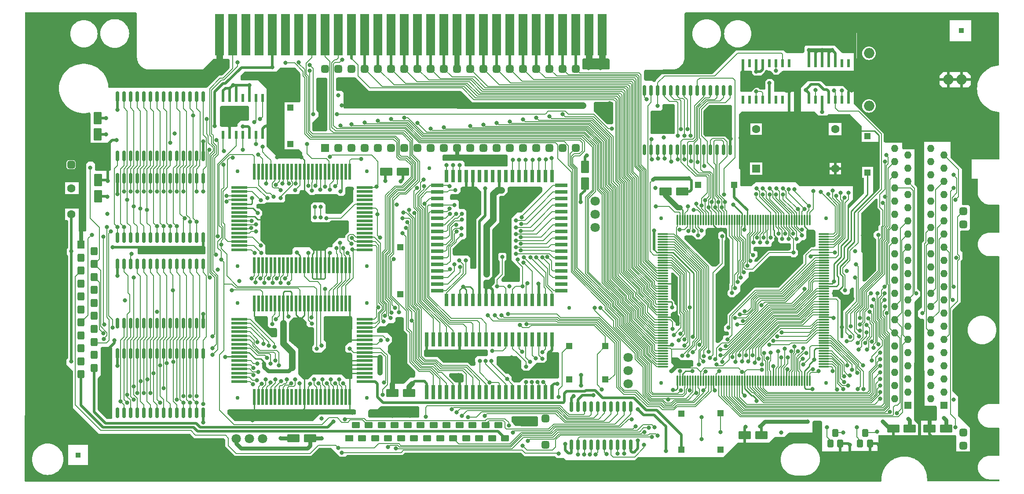
<source format=gtl>
G04 #@! TF.GenerationSoftware,KiCad,Pcbnew,7.0.2-0*
G04 #@! TF.CreationDate,2023-08-01T17:59:31+02:00*
G04 #@! TF.ProjectId,MegaCD,4d656761-4344-42e6-9b69-6361645f7063,rev?*
G04 #@! TF.SameCoordinates,Original*
G04 #@! TF.FileFunction,Copper,L1,Top*
G04 #@! TF.FilePolarity,Positive*
%FSLAX46Y46*%
G04 Gerber Fmt 4.6, Leading zero omitted, Abs format (unit mm)*
G04 Created by KiCad (PCBNEW 7.0.2-0) date 2023-08-01 17:59:31*
%MOMM*%
%LPD*%
G01*
G04 APERTURE LIST*
G04 Aperture macros list*
%AMRoundRect*
0 Rectangle with rounded corners*
0 $1 Rounding radius*
0 $2 $3 $4 $5 $6 $7 $8 $9 X,Y pos of 4 corners*
0 Add a 4 corners polygon primitive as box body*
4,1,4,$2,$3,$4,$5,$6,$7,$8,$9,$2,$3,0*
0 Add four circle primitives for the rounded corners*
1,1,$1+$1,$2,$3*
1,1,$1+$1,$4,$5*
1,1,$1+$1,$6,$7*
1,1,$1+$1,$8,$9*
0 Add four rect primitives between the rounded corners*
20,1,$1+$1,$2,$3,$4,$5,0*
20,1,$1+$1,$4,$5,$6,$7,0*
20,1,$1+$1,$6,$7,$8,$9,0*
20,1,$1+$1,$8,$9,$2,$3,0*%
G04 Aperture macros list end*
G04 #@! TA.AperFunction,ComponentPad*
%ADD10R,1.600000X1.600000*%
G04 #@! TD*
G04 #@! TA.AperFunction,ComponentPad*
%ADD11C,1.600000*%
G04 #@! TD*
G04 #@! TA.AperFunction,ComponentPad*
%ADD12R,1.400000X1.400000*%
G04 #@! TD*
G04 #@! TA.AperFunction,ComponentPad*
%ADD13O,1.400000X1.400000*%
G04 #@! TD*
G04 #@! TA.AperFunction,ComponentPad*
%ADD14R,1.300000X1.300000*%
G04 #@! TD*
G04 #@! TA.AperFunction,ComponentPad*
%ADD15C,1.800000*%
G04 #@! TD*
G04 #@! TA.AperFunction,SMDPad,CuDef*
%ADD16RoundRect,0.250000X0.947000X0.550000X-0.947000X0.550000X-0.947000X-0.550000X0.947000X-0.550000X0*%
G04 #@! TD*
G04 #@! TA.AperFunction,SMDPad,CuDef*
%ADD17RoundRect,0.250000X0.550000X-0.947000X0.550000X0.947000X-0.550000X0.947000X-0.550000X-0.947000X0*%
G04 #@! TD*
G04 #@! TA.AperFunction,SMDPad,CuDef*
%ADD18R,0.600000X1.500000*%
G04 #@! TD*
G04 #@! TA.AperFunction,ComponentPad*
%ADD19R,1.600000X1.200000*%
G04 #@! TD*
G04 #@! TA.AperFunction,ComponentPad*
%ADD20RoundRect,0.300000X0.500000X-0.300000X0.500000X0.300000X-0.500000X0.300000X-0.500000X-0.300000X0*%
G04 #@! TD*
G04 #@! TA.AperFunction,SMDPad,CuDef*
%ADD21RoundRect,0.150000X0.150000X-0.850000X0.150000X0.850000X-0.150000X0.850000X-0.150000X-0.850000X0*%
G04 #@! TD*
G04 #@! TA.AperFunction,SMDPad,CuDef*
%ADD22R,0.700000X2.667000*%
G04 #@! TD*
G04 #@! TA.AperFunction,ComponentPad*
%ADD23RoundRect,0.375000X-0.375000X0.375000X-0.375000X-0.375000X0.375000X-0.375000X0.375000X0.375000X0*%
G04 #@! TD*
G04 #@! TA.AperFunction,SMDPad,CuDef*
%ADD24RoundRect,0.150000X0.150000X-0.875000X0.150000X0.875000X-0.150000X0.875000X-0.150000X-0.875000X0*%
G04 #@! TD*
G04 #@! TA.AperFunction,SMDPad,CuDef*
%ADD25C,0.750000*%
G04 #@! TD*
G04 #@! TA.AperFunction,SMDPad,CuDef*
%ADD26R,0.500000X3.160000*%
G04 #@! TD*
G04 #@! TA.AperFunction,SMDPad,CuDef*
%ADD27R,3.160000X0.500000*%
G04 #@! TD*
G04 #@! TA.AperFunction,ComponentPad*
%ADD28R,1.400000X1.600000*%
G04 #@! TD*
G04 #@! TA.AperFunction,ComponentPad*
%ADD29RoundRect,0.350000X-0.350000X-0.450000X0.350000X-0.450000X0.350000X0.450000X-0.350000X0.450000X0*%
G04 #@! TD*
G04 #@! TA.AperFunction,SMDPad,CuDef*
%ADD30RoundRect,0.300000X0.300000X-0.450000X0.300000X0.450000X-0.300000X0.450000X-0.300000X-0.450000X0*%
G04 #@! TD*
G04 #@! TA.AperFunction,ComponentPad*
%ADD31O,2.000000X2.000000*%
G04 #@! TD*
G04 #@! TA.AperFunction,SMDPad,CuDef*
%ADD32R,1.778000X8.000000*%
G04 #@! TD*
G04 #@! TA.AperFunction,SMDPad,CuDef*
%ADD33R,2.425000X0.700000*%
G04 #@! TD*
G04 #@! TA.AperFunction,SMDPad,CuDef*
%ADD34R,0.700000X2.425000*%
G04 #@! TD*
G04 #@! TA.AperFunction,ComponentPad*
%ADD35RoundRect,0.375000X0.375000X-0.375000X0.375000X0.375000X-0.375000X0.375000X-0.375000X-0.375000X0*%
G04 #@! TD*
G04 #@! TA.AperFunction,SMDPad,CuDef*
%ADD36RoundRect,0.075000X0.075000X-0.912500X0.075000X0.912500X-0.075000X0.912500X-0.075000X-0.912500X0*%
G04 #@! TD*
G04 #@! TA.AperFunction,SMDPad,CuDef*
%ADD37RoundRect,0.075000X0.912500X-0.075000X0.912500X0.075000X-0.912500X0.075000X-0.912500X-0.075000X0*%
G04 #@! TD*
G04 #@! TA.AperFunction,ViaPad*
%ADD38C,0.800000*%
G04 #@! TD*
G04 #@! TA.AperFunction,Conductor*
%ADD39C,0.250000*%
G04 #@! TD*
G04 #@! TA.AperFunction,Conductor*
%ADD40C,0.500000*%
G04 #@! TD*
G04 #@! TA.AperFunction,Conductor*
%ADD41C,0.750000*%
G04 #@! TD*
G04 #@! TA.AperFunction,Conductor*
%ADD42C,1.250000*%
G04 #@! TD*
G04 #@! TA.AperFunction,Conductor*
%ADD43C,1.000000*%
G04 #@! TD*
G04 #@! TA.AperFunction,Conductor*
%ADD44C,0.127000*%
G04 #@! TD*
G04 APERTURE END LIST*
G04 #@! TA.AperFunction,NonConductor*
G36*
X226110800Y-49504600D02*
G01*
X227076000Y-49504600D01*
X227076000Y-50469800D01*
X226110800Y-50469800D01*
X226110800Y-49504600D01*
G37*
G04 #@! TD.AperFunction*
G04 #@! TA.AperFunction,NonConductor*
G36*
X56108600Y-131394200D02*
G01*
X57073800Y-131394200D01*
X57073800Y-132359400D01*
X56108600Y-132359400D01*
X56108600Y-131394200D01*
G37*
G04 #@! TD.AperFunction*
D10*
X187071000Y-76631800D03*
D11*
X202311000Y-76631800D03*
X202311000Y-69011800D03*
X187071000Y-69011800D03*
D12*
X216281000Y-122301000D03*
D13*
X213741000Y-121031000D03*
X216281000Y-119761000D03*
X213741000Y-118491000D03*
X216281000Y-117221000D03*
X213741000Y-115951000D03*
X216281000Y-114681000D03*
X213741000Y-113411000D03*
X216281000Y-112141000D03*
X213741000Y-110871000D03*
X216281000Y-109601000D03*
X213741000Y-108331000D03*
X216281000Y-107061000D03*
X213741000Y-105791000D03*
X216281000Y-104521000D03*
X213741000Y-103251000D03*
X216281000Y-101981000D03*
X213741000Y-100711000D03*
X216281000Y-99441000D03*
X213741000Y-98171000D03*
X216281000Y-96901000D03*
X213741000Y-95631000D03*
X216281000Y-94361000D03*
X213741000Y-93091000D03*
X216281000Y-91821000D03*
X213741000Y-90551000D03*
X216281000Y-89281000D03*
X213741000Y-88011000D03*
X216281000Y-86741000D03*
X213741000Y-85471000D03*
X216281000Y-84201000D03*
X213741000Y-82931000D03*
X216281000Y-81661000D03*
X213741000Y-80391000D03*
X216281000Y-79121000D03*
X213741000Y-77851000D03*
X216281000Y-76581000D03*
X213741000Y-75311000D03*
X216281000Y-74041000D03*
X213741000Y-72771000D03*
D14*
X175895000Y-79756000D03*
X182895000Y-79756000D03*
D15*
X162433000Y-118110000D03*
X162433000Y-115570000D03*
X162433000Y-113030000D03*
D14*
X151064200Y-110871000D03*
X158064200Y-110871000D03*
D16*
X119072000Y-77216000D03*
X115878000Y-77216000D03*
D17*
X154178000Y-79502000D03*
X154178000Y-76308000D03*
D15*
X156083000Y-82931000D03*
X156083000Y-85471000D03*
X156083000Y-88011000D03*
D18*
X197231000Y-63373000D03*
X198501000Y-63373000D03*
X199771000Y-63373000D03*
X201041000Y-63373000D03*
X202311000Y-63373000D03*
X203581000Y-63373000D03*
X204851000Y-63373000D03*
X204851000Y-56267000D03*
X203581000Y-56273000D03*
X202311000Y-56273000D03*
X201041000Y-56273000D03*
X199771000Y-56273000D03*
X198501000Y-56273000D03*
X197231000Y-56273000D03*
D14*
X118618000Y-100821000D03*
X118618000Y-91821000D03*
D18*
X84455000Y-70104000D03*
X85725000Y-70104000D03*
X86995000Y-70104000D03*
X88265000Y-70104000D03*
X89535000Y-70104000D03*
X90805000Y-70104000D03*
X92075000Y-70104000D03*
X92075000Y-62998000D03*
X90805000Y-63004000D03*
X89535000Y-63004000D03*
X88265000Y-63004000D03*
X86995000Y-63004000D03*
X85725000Y-63004000D03*
X84455000Y-63004000D03*
D19*
X108758000Y-128651000D03*
D20*
X110008000Y-126111000D03*
X111258000Y-128651000D03*
X112508000Y-126111000D03*
X113758000Y-128651000D03*
X115008000Y-126111000D03*
X116258000Y-128651000D03*
X117508000Y-126111000D03*
X118758000Y-128651000D03*
X120008000Y-126111000D03*
X121258000Y-128651000D03*
X122508000Y-126111000D03*
X123758000Y-128651000D03*
X125008000Y-126111000D03*
X126258000Y-128651000D03*
X127508000Y-126111000D03*
X128758000Y-128651000D03*
X130008000Y-126111000D03*
X131258000Y-128651000D03*
X132508000Y-126111000D03*
X133758000Y-128651000D03*
X135008000Y-126111000D03*
X136258000Y-128651000D03*
X137508000Y-126111000D03*
X138758000Y-128651000D03*
D14*
X172694600Y-123835400D03*
X172694600Y-130835400D03*
D21*
X165608000Y-73025000D03*
X166878000Y-73025000D03*
X168148000Y-73025000D03*
X169418000Y-73025000D03*
X170688000Y-73025000D03*
X171958000Y-73025000D03*
X173228000Y-73025000D03*
X174498000Y-73025000D03*
X175768000Y-73025000D03*
X177038000Y-73025000D03*
X178308000Y-73025000D03*
X179578000Y-73025000D03*
X180848000Y-73025000D03*
X182118000Y-73025000D03*
X182118000Y-61595000D03*
X180848000Y-61595000D03*
X179578000Y-61595000D03*
X178308000Y-61595000D03*
X177038000Y-61595000D03*
X175768000Y-61595000D03*
X174498000Y-61595000D03*
X173228000Y-61595000D03*
X171958000Y-61595000D03*
X170688000Y-61595000D03*
X169418000Y-61595000D03*
X168148000Y-61595000D03*
X166878000Y-61595000D03*
X165608000Y-61595000D03*
D14*
X151064200Y-117271800D03*
X158064200Y-117271800D03*
D22*
X123698000Y-119761000D03*
X124968000Y-119761000D03*
X126238000Y-119761000D03*
X127508000Y-119761000D03*
X128778000Y-119761000D03*
X130048000Y-119761000D03*
X131318000Y-119761000D03*
X132588000Y-119761000D03*
X133858000Y-119761000D03*
X135128000Y-119761000D03*
X136398000Y-119761000D03*
X137668000Y-119761000D03*
X138938000Y-119761000D03*
X140208000Y-119761000D03*
X141478000Y-119761000D03*
X142748000Y-119761000D03*
X144018000Y-119761000D03*
X145288000Y-119761000D03*
X146558000Y-119761000D03*
X147828000Y-119761000D03*
X147828000Y-109601000D03*
X146558000Y-109601000D03*
X145288000Y-109601000D03*
X144018000Y-109601000D03*
X142748000Y-109601000D03*
X141478000Y-109601000D03*
X140208000Y-109601000D03*
X138938000Y-109601000D03*
X137668000Y-109601000D03*
X136398000Y-109601000D03*
X135128000Y-109601000D03*
X133858000Y-109601000D03*
X132588000Y-109601000D03*
X131318000Y-109601000D03*
X130048000Y-109601000D03*
X128778000Y-109601000D03*
X127508000Y-109601000D03*
X126238000Y-109601000D03*
X124968000Y-109601000D03*
X123698000Y-109601000D03*
D15*
X86995000Y-128671000D03*
X89535000Y-128671000D03*
X92075000Y-128671000D03*
D14*
X97409000Y-64897000D03*
X97409000Y-71897000D03*
D11*
X55245000Y-80471000D03*
X55245000Y-85471000D03*
D14*
X180213000Y-130825000D03*
X180213000Y-123825000D03*
D23*
X55245000Y-75866000D03*
X55245000Y-70866000D03*
D24*
X151561800Y-129921000D03*
X152831800Y-129921000D03*
X154101800Y-129921000D03*
X155371800Y-129921000D03*
X156641800Y-129921000D03*
X157911800Y-129921000D03*
X159181800Y-129921000D03*
X160451800Y-129921000D03*
X161721800Y-129921000D03*
X162991800Y-129921000D03*
X162991800Y-122555000D03*
X161721800Y-122555000D03*
X160451800Y-122555000D03*
X159181800Y-122555000D03*
X157911800Y-122555000D03*
X156641800Y-122555000D03*
X155371800Y-122555000D03*
X154101800Y-122555000D03*
X152831800Y-122555000D03*
X151561800Y-122555000D03*
D12*
X223266000Y-122301000D03*
D13*
X220726000Y-121031000D03*
X223266000Y-119761000D03*
X220726000Y-118491000D03*
X223266000Y-117221000D03*
X220726000Y-115951000D03*
X223266000Y-114681000D03*
X220726000Y-113411000D03*
X223266000Y-112141000D03*
X220726000Y-110871000D03*
X223266000Y-109601000D03*
X220726000Y-108331000D03*
X223266000Y-107061000D03*
X220726000Y-105791000D03*
X223266000Y-104521000D03*
X220726000Y-103251000D03*
X223266000Y-101981000D03*
X220726000Y-100711000D03*
X223266000Y-99441000D03*
X220726000Y-98171000D03*
X223266000Y-96901000D03*
X220726000Y-95631000D03*
X223266000Y-94361000D03*
X220726000Y-93091000D03*
X223266000Y-91821000D03*
X220726000Y-90551000D03*
X223266000Y-89281000D03*
X220726000Y-88011000D03*
X223266000Y-86741000D03*
X220726000Y-85471000D03*
X223266000Y-84201000D03*
X220726000Y-82931000D03*
X223266000Y-81661000D03*
X220726000Y-80391000D03*
X223266000Y-79121000D03*
X220726000Y-77851000D03*
X223266000Y-76581000D03*
X220726000Y-75311000D03*
X223266000Y-74041000D03*
X220726000Y-72771000D03*
D25*
X87249000Y-120808000D03*
X112141000Y-120806000D03*
X87249000Y-102520000D03*
X112141000Y-102518000D03*
D26*
X90495000Y-120681000D03*
X91295000Y-120681000D03*
X92095000Y-120681000D03*
X92895000Y-120681000D03*
X93695000Y-120681000D03*
X94495000Y-120681000D03*
X95295000Y-120681000D03*
X96095000Y-120681000D03*
X96895000Y-120681000D03*
X97695000Y-120681000D03*
X98495000Y-120681000D03*
X99295000Y-120681000D03*
X100095000Y-120681000D03*
X100895000Y-120681000D03*
X101695000Y-120681000D03*
X102495000Y-120681000D03*
X103275000Y-120681000D03*
X104095000Y-120681000D03*
X104895000Y-120681000D03*
X105695000Y-120681000D03*
X106495000Y-120681000D03*
X107295000Y-120681000D03*
X108095000Y-120681000D03*
X108895000Y-120681000D03*
D27*
X111760000Y-117664000D03*
X111760000Y-116864000D03*
X111760000Y-116064000D03*
X111760000Y-115264000D03*
X111760000Y-114464000D03*
X111760000Y-113664000D03*
X111760000Y-112864000D03*
X111760000Y-112064000D03*
X111760000Y-111264000D03*
X111760000Y-110464000D03*
X111760000Y-109664000D03*
X111760000Y-108864000D03*
X111760000Y-108064000D03*
X111760000Y-107264000D03*
X111760000Y-106464000D03*
X111760000Y-105664000D03*
D26*
X108895000Y-102647000D03*
X108095000Y-102647000D03*
X107295000Y-102647000D03*
X106495000Y-102647000D03*
X105695000Y-102647000D03*
X104895000Y-102647000D03*
X104095000Y-102647000D03*
X103295000Y-102647000D03*
X102495000Y-102647000D03*
X101695000Y-102647000D03*
X100895000Y-102647000D03*
X100095000Y-102647000D03*
X99295000Y-102647000D03*
X98495000Y-102647000D03*
X97695000Y-102647000D03*
X96895000Y-102647000D03*
X96095000Y-102647000D03*
X95295000Y-102647000D03*
X94495000Y-102647000D03*
X93695000Y-102647000D03*
X92895000Y-102647000D03*
X92095000Y-102647000D03*
X91295000Y-102647000D03*
X90495000Y-102647000D03*
D27*
X87630000Y-105664000D03*
X87630000Y-106464000D03*
X87630000Y-107264000D03*
X87630000Y-108064000D03*
X87630000Y-108864000D03*
X87630000Y-109664000D03*
X87630000Y-110464000D03*
X87630000Y-111264000D03*
X87630000Y-112064000D03*
X87630000Y-112864000D03*
X87630000Y-113664000D03*
X87630000Y-114464000D03*
X87630000Y-115264000D03*
X87630000Y-116064000D03*
X87630000Y-116864000D03*
X87630000Y-117664000D03*
D28*
X57150000Y-91279000D03*
D29*
X59690000Y-92529000D03*
X57150000Y-93779000D03*
X59690000Y-95029000D03*
X57150000Y-96279000D03*
X59690000Y-97529000D03*
X57150000Y-98779000D03*
X59690000Y-100029000D03*
X57150000Y-101279000D03*
X59690000Y-102529000D03*
X57150000Y-103779000D03*
X59690000Y-105029000D03*
X57150000Y-106279000D03*
X59690000Y-107529000D03*
X57150000Y-108779000D03*
X59690000Y-110029000D03*
X57150000Y-111279000D03*
X59690000Y-112529000D03*
X57150000Y-113779000D03*
X59690000Y-115029000D03*
X57150000Y-116279000D03*
D16*
X120288000Y-119888000D03*
X117094000Y-119888000D03*
D30*
X201361000Y-129667000D03*
X203261000Y-129667000D03*
X202311000Y-127635000D03*
D31*
X208813400Y-54381400D03*
X208813400Y-64541400D03*
X224053400Y-59461400D03*
X226593400Y-59461400D03*
D21*
X64135000Y-123698000D03*
X65405000Y-123698000D03*
X66675000Y-123698000D03*
X67945000Y-123698000D03*
X69215000Y-123698000D03*
X70485000Y-123698000D03*
X71755000Y-123698000D03*
X73025000Y-123698000D03*
X74295000Y-123698000D03*
X75565000Y-123698000D03*
X76835000Y-123698000D03*
X78105000Y-123698000D03*
X79375000Y-123698000D03*
X80645000Y-123698000D03*
X80645000Y-112268000D03*
X79375000Y-112268000D03*
X78105000Y-112268000D03*
X76835000Y-112268000D03*
X75565000Y-112268000D03*
X74295000Y-112268000D03*
X73025000Y-112268000D03*
X71755000Y-112268000D03*
X70485000Y-112268000D03*
X69215000Y-112268000D03*
X67945000Y-112268000D03*
X66675000Y-112268000D03*
X65405000Y-112268000D03*
X64135000Y-112268000D03*
X64135000Y-74168000D03*
X65405000Y-74168000D03*
X66675000Y-74168000D03*
X67945000Y-74168000D03*
X69215000Y-74168000D03*
X70485000Y-74168000D03*
X71755000Y-74168000D03*
X73025000Y-74168000D03*
X74295000Y-74168000D03*
X75565000Y-74168000D03*
X76835000Y-74168000D03*
X78105000Y-74168000D03*
X79375000Y-74168000D03*
X80645000Y-74168000D03*
X80645000Y-62738000D03*
X79375000Y-62738000D03*
X78105000Y-62738000D03*
X76835000Y-62738000D03*
X75565000Y-62738000D03*
X74295000Y-62738000D03*
X73025000Y-62738000D03*
X71755000Y-62738000D03*
X70485000Y-62738000D03*
X69215000Y-62738000D03*
X67945000Y-62738000D03*
X66675000Y-62738000D03*
X65405000Y-62738000D03*
X64135000Y-62738000D03*
X64135000Y-106426000D03*
X65405000Y-106426000D03*
X66675000Y-106426000D03*
X67945000Y-106426000D03*
X69215000Y-106426000D03*
X70485000Y-106426000D03*
X71755000Y-106426000D03*
X73025000Y-106426000D03*
X74295000Y-106426000D03*
X75565000Y-106426000D03*
X76835000Y-106426000D03*
X78105000Y-106426000D03*
X79375000Y-106426000D03*
X80645000Y-106426000D03*
X80645000Y-94996000D03*
X79375000Y-94996000D03*
X78105000Y-94996000D03*
X76835000Y-94996000D03*
X75565000Y-94996000D03*
X74295000Y-94996000D03*
X73025000Y-94996000D03*
X71755000Y-94996000D03*
X70485000Y-94996000D03*
X69215000Y-94996000D03*
X67945000Y-94996000D03*
X66675000Y-94996000D03*
X65405000Y-94996000D03*
X64135000Y-94996000D03*
D32*
X157480000Y-50800000D03*
X154940000Y-50800000D03*
X152400000Y-50800000D03*
X149860000Y-50800000D03*
X147320000Y-50800000D03*
X144780000Y-50800000D03*
X142240000Y-50800000D03*
X139700000Y-50800000D03*
X137160000Y-50800000D03*
X134620000Y-50800000D03*
X132080000Y-50800000D03*
X129540000Y-50800000D03*
X127000000Y-50800000D03*
X124460000Y-50800000D03*
X121920000Y-50800000D03*
X119380000Y-50800000D03*
X116840000Y-50800000D03*
X114300000Y-50800000D03*
X111760000Y-50800000D03*
X109220000Y-50800000D03*
X106680000Y-50800000D03*
X104140000Y-50800000D03*
X101600000Y-50800000D03*
X99060000Y-50800000D03*
X96520000Y-50800000D03*
X93980000Y-50800000D03*
X91440000Y-50800000D03*
X88900000Y-50800000D03*
X86360000Y-50800000D03*
X83820000Y-50800000D03*
D18*
X184531000Y-63373000D03*
X185801000Y-63373000D03*
X187071000Y-63373000D03*
X188341000Y-63373000D03*
X189611000Y-63373000D03*
X190881000Y-63373000D03*
X192151000Y-63373000D03*
X193421000Y-63373000D03*
X193421000Y-56273000D03*
X192151000Y-56273000D03*
X190881000Y-56273000D03*
X189611000Y-56273000D03*
X188341000Y-56273000D03*
X187071000Y-56273000D03*
X185801000Y-56273000D03*
X184531000Y-56273000D03*
D30*
X207101400Y-129667000D03*
X209001400Y-129667000D03*
X208051400Y-127635000D03*
D16*
X172847000Y-81026000D03*
X169653000Y-81026000D03*
D23*
X146558000Y-129841000D03*
X146558000Y-124841000D03*
D16*
X101219000Y-128651000D03*
X98025000Y-128651000D03*
X216662000Y-126746000D03*
X213468000Y-126746000D03*
D25*
X87249000Y-95408000D03*
X112141000Y-95406000D03*
X87249000Y-77120000D03*
X112141000Y-77118000D03*
D26*
X90495000Y-95281000D03*
X91295000Y-95281000D03*
X92095000Y-95281000D03*
X92895000Y-95281000D03*
X93695000Y-95281000D03*
X94495000Y-95281000D03*
X95295000Y-95281000D03*
X96095000Y-95281000D03*
X96895000Y-95281000D03*
X97695000Y-95281000D03*
X98495000Y-95281000D03*
X99295000Y-95281000D03*
X100095000Y-95281000D03*
X100895000Y-95281000D03*
X101695000Y-95281000D03*
X102495000Y-95281000D03*
X103275000Y-95281000D03*
X104095000Y-95281000D03*
X104895000Y-95281000D03*
X105695000Y-95281000D03*
X106495000Y-95281000D03*
X107295000Y-95281000D03*
X108095000Y-95281000D03*
X108895000Y-95281000D03*
D27*
X111760000Y-92264000D03*
X111760000Y-91464000D03*
X111760000Y-90664000D03*
X111760000Y-89864000D03*
X111760000Y-89064000D03*
X111760000Y-88264000D03*
X111760000Y-87464000D03*
X111760000Y-86664000D03*
X111760000Y-85864000D03*
X111760000Y-85064000D03*
X111760000Y-84264000D03*
X111760000Y-83464000D03*
X111760000Y-82664000D03*
X111760000Y-81864000D03*
X111760000Y-81064000D03*
X111760000Y-80264000D03*
D26*
X108895000Y-77247000D03*
X108095000Y-77247000D03*
X107295000Y-77247000D03*
X106495000Y-77247000D03*
X105695000Y-77247000D03*
X104895000Y-77247000D03*
X104095000Y-77247000D03*
X103295000Y-77247000D03*
X102495000Y-77247000D03*
X101695000Y-77247000D03*
X100895000Y-77247000D03*
X100095000Y-77247000D03*
X99295000Y-77247000D03*
X98495000Y-77247000D03*
X97695000Y-77247000D03*
X96895000Y-77247000D03*
X96095000Y-77247000D03*
X95295000Y-77247000D03*
X94495000Y-77247000D03*
X93695000Y-77247000D03*
X92895000Y-77247000D03*
X92095000Y-77247000D03*
X91295000Y-77247000D03*
X90495000Y-77247000D03*
D27*
X87630000Y-80264000D03*
X87630000Y-81064000D03*
X87630000Y-81864000D03*
X87630000Y-82664000D03*
X87630000Y-83464000D03*
X87630000Y-84264000D03*
X87630000Y-85064000D03*
X87630000Y-85864000D03*
X87630000Y-86664000D03*
X87630000Y-87464000D03*
X87630000Y-88264000D03*
X87630000Y-89064000D03*
X87630000Y-89864000D03*
X87630000Y-90664000D03*
X87630000Y-91464000D03*
X87630000Y-92264000D03*
D25*
X151130000Y-103505000D03*
X124206000Y-76581000D03*
D33*
X125730000Y-90043000D03*
X125730000Y-91313000D03*
X125730000Y-92583000D03*
X125730000Y-93853000D03*
X125730000Y-95123000D03*
X125730000Y-96393000D03*
X125730000Y-97663000D03*
X125730000Y-98933000D03*
X125730000Y-100203000D03*
D34*
X127508000Y-101981000D03*
X128778000Y-101981000D03*
X130048000Y-101981000D03*
X131318000Y-101981000D03*
X132588000Y-101981000D03*
X133858000Y-101981000D03*
X135128000Y-101981000D03*
X136398000Y-101981000D03*
X137668000Y-101981000D03*
X138938000Y-101981000D03*
X140208000Y-101981000D03*
X141478000Y-101981000D03*
X142748000Y-101981000D03*
X144018000Y-101981000D03*
X145288000Y-101981000D03*
X146558000Y-101981000D03*
X147828000Y-101981000D03*
D33*
X149606000Y-100203000D03*
X149606000Y-98933000D03*
X149606000Y-97663000D03*
X149606000Y-96393000D03*
X149606000Y-95123000D03*
X149606000Y-93853000D03*
X149606000Y-92583000D03*
X149606000Y-91313000D03*
X149606000Y-90043000D03*
X149606000Y-88773000D03*
X149606000Y-87503000D03*
X149606000Y-86233000D03*
X149606000Y-84963000D03*
X149606000Y-83693000D03*
X149606000Y-82423000D03*
X149606000Y-81153000D03*
X149606000Y-79883000D03*
D34*
X147828000Y-78105000D03*
X146558000Y-78105000D03*
X145288000Y-78105000D03*
X144018000Y-78105000D03*
X142748000Y-78105000D03*
X141478000Y-78105000D03*
X140208000Y-78105000D03*
X138938000Y-78105000D03*
X137668000Y-78105000D03*
X136398000Y-78105000D03*
X135128000Y-78105000D03*
X133858000Y-78105000D03*
X132588000Y-78105000D03*
X131318000Y-78105000D03*
X130048000Y-78105000D03*
X128778000Y-78105000D03*
X127508000Y-78105000D03*
D33*
X125730000Y-79883000D03*
X125730000Y-81153000D03*
X125730000Y-82423000D03*
X125730000Y-83693000D03*
X125730000Y-84963000D03*
X125730000Y-86233000D03*
X125730000Y-87503000D03*
X125730000Y-88773000D03*
D16*
X223666000Y-126746000D03*
X220472000Y-126746000D03*
D14*
X208534000Y-70358000D03*
X208534000Y-77358000D03*
D10*
X104140000Y-72644000D03*
D35*
X106680000Y-72644000D03*
X109220000Y-72644000D03*
X111760000Y-72644000D03*
X114300000Y-72644000D03*
X116840000Y-72644000D03*
X119380000Y-72644000D03*
X121920000Y-72644000D03*
X124460000Y-72644000D03*
X127000000Y-72644000D03*
X129540000Y-72644000D03*
X132080000Y-72644000D03*
X134620000Y-72644000D03*
X137160000Y-72644000D03*
X139700000Y-72644000D03*
X142240000Y-72644000D03*
X144780000Y-72644000D03*
X147320000Y-72644000D03*
X149860000Y-72644000D03*
X152400000Y-72644000D03*
X152400000Y-57404000D03*
X149860000Y-57404000D03*
X147320000Y-57404000D03*
X144780000Y-57404000D03*
X142240000Y-57404000D03*
X139700000Y-57404000D03*
X137160000Y-57404000D03*
X134620000Y-57404000D03*
X132080000Y-57404000D03*
X129540000Y-57404000D03*
X127000000Y-57404000D03*
X124460000Y-57404000D03*
X121920000Y-57404000D03*
X119380000Y-57404000D03*
X116840000Y-57404000D03*
X114300000Y-57404000D03*
X111760000Y-57404000D03*
X109220000Y-57404000D03*
X106680000Y-57404000D03*
X104140000Y-57404000D03*
D25*
X168789000Y-117906000D03*
X200539000Y-117906000D03*
X168813000Y-86178000D03*
X200539000Y-86178000D03*
D36*
X171914000Y-117531000D03*
X172414000Y-117531000D03*
X172914000Y-117531000D03*
X173414000Y-117531000D03*
X173914000Y-117531000D03*
X174414000Y-117531000D03*
X174914000Y-117531000D03*
X175414000Y-117531000D03*
X175914000Y-117531000D03*
X176414000Y-117531000D03*
X176914000Y-117531000D03*
X177414000Y-117531000D03*
X177914000Y-117531000D03*
X178414000Y-117531000D03*
X178914000Y-117531000D03*
X179414000Y-117531000D03*
X179914000Y-117531000D03*
X180414000Y-117531000D03*
X180914000Y-117531000D03*
X181414000Y-117531000D03*
X181914000Y-117531000D03*
X182414000Y-117531000D03*
X182914000Y-117531000D03*
X183414000Y-117531000D03*
X183914000Y-117531000D03*
X184414000Y-117531000D03*
X184914000Y-117531000D03*
X185414000Y-117531000D03*
X185914000Y-117531000D03*
X186414000Y-117531000D03*
X186914000Y-117531000D03*
X187414000Y-117531000D03*
X187914000Y-117531000D03*
X188414000Y-117531000D03*
X188914000Y-117531000D03*
X189414000Y-117531000D03*
X189914000Y-117531000D03*
X190414000Y-117531000D03*
X190914000Y-117531000D03*
X191414000Y-117531000D03*
X191914000Y-117531000D03*
X192414000Y-117531000D03*
X192914000Y-117531000D03*
X193414000Y-117531000D03*
X193914000Y-117531000D03*
X194414000Y-117531000D03*
X194914000Y-117531000D03*
X195414000Y-117531000D03*
X195914000Y-117531000D03*
X196414000Y-117531000D03*
X196914000Y-117531000D03*
X197414000Y-117531000D03*
D37*
X200164000Y-114781000D03*
X200164000Y-114281000D03*
X200164000Y-113781000D03*
X200164000Y-113281000D03*
X200164000Y-112781000D03*
X200164000Y-112281000D03*
X200164000Y-111781000D03*
X200164000Y-111281000D03*
X200164000Y-110781000D03*
X200164000Y-110281000D03*
X200164000Y-109781000D03*
X200164000Y-109281000D03*
X200164000Y-108781000D03*
X200164000Y-108281000D03*
X200164000Y-107781000D03*
X200164000Y-107281000D03*
X200164000Y-106781000D03*
X200164000Y-106281000D03*
X200164000Y-105781000D03*
X200164000Y-105281000D03*
X200164000Y-104781000D03*
X200164000Y-104281000D03*
X200164000Y-103781000D03*
X200164000Y-103281000D03*
X200164000Y-102781000D03*
X200164000Y-102281000D03*
X200164000Y-101781000D03*
X200164000Y-101281000D03*
X200164000Y-100781000D03*
X200164000Y-100281000D03*
X200164000Y-99781000D03*
X200164000Y-99281000D03*
X200164000Y-98781000D03*
X200164000Y-98281000D03*
X200164000Y-97781000D03*
X200164000Y-97281000D03*
X200164000Y-96781000D03*
X200164000Y-96281000D03*
X200164000Y-95781000D03*
X200164000Y-95281000D03*
X200164000Y-94781000D03*
X200164000Y-94281000D03*
X200164000Y-93781000D03*
X200164000Y-93281000D03*
X200164000Y-92781000D03*
X200164000Y-92281000D03*
X200164000Y-91781000D03*
X200164000Y-91281000D03*
X200164000Y-90781000D03*
X200164000Y-90281000D03*
X200164000Y-89781000D03*
X200164000Y-89281000D03*
D36*
X197414000Y-86531000D03*
X196914000Y-86531000D03*
X196414000Y-86531000D03*
X195914000Y-86531000D03*
X195414000Y-86531000D03*
X194914000Y-86531000D03*
X194414000Y-86531000D03*
X193914000Y-86531000D03*
X193414000Y-86531000D03*
X192914000Y-86531000D03*
X192414000Y-86531000D03*
X191914000Y-86531000D03*
X191414000Y-86531000D03*
X190914000Y-86531000D03*
X190414000Y-86531000D03*
X189914000Y-86531000D03*
X189414000Y-86531000D03*
X188914000Y-86531000D03*
X188414000Y-86531000D03*
X187914000Y-86531000D03*
X187414000Y-86531000D03*
X186914000Y-86531000D03*
X186414000Y-86531000D03*
X185914000Y-86531000D03*
X185414000Y-86531000D03*
X184914000Y-86531000D03*
X184414000Y-86531000D03*
X183914000Y-86531000D03*
X183414000Y-86531000D03*
X182914000Y-86531000D03*
X182414000Y-86531000D03*
X181914000Y-86531000D03*
X181414000Y-86531000D03*
X180914000Y-86531000D03*
X180414000Y-86531000D03*
X179914000Y-86531000D03*
X179414000Y-86531000D03*
X178914000Y-86531000D03*
X178414000Y-86531000D03*
X177914000Y-86531000D03*
X177414000Y-86531000D03*
X176914000Y-86531000D03*
X176414000Y-86531000D03*
X175914000Y-86531000D03*
X175414000Y-86531000D03*
X174914000Y-86531000D03*
X174414000Y-86531000D03*
X173914000Y-86531000D03*
X173414000Y-86531000D03*
X172914000Y-86531000D03*
X172414000Y-86531000D03*
X171914000Y-86531000D03*
D37*
X169164000Y-89281000D03*
X169164000Y-89781000D03*
X169164000Y-90281000D03*
X169164000Y-90781000D03*
X169164000Y-91281000D03*
X169164000Y-91781000D03*
X169164000Y-92281000D03*
X169164000Y-92781000D03*
X169164000Y-93281000D03*
X169164000Y-93781000D03*
X169164000Y-94281000D03*
X169164000Y-94781000D03*
X169164000Y-95281000D03*
X169164000Y-95781000D03*
X169164000Y-96281000D03*
X169164000Y-96781000D03*
X169164000Y-97281000D03*
X169164000Y-97781000D03*
X169164000Y-98281000D03*
X169164000Y-98781000D03*
X169164000Y-99281000D03*
X169164000Y-99781000D03*
X169164000Y-100281000D03*
X169164000Y-100781000D03*
X169164000Y-101281000D03*
X169164000Y-101781000D03*
X169164000Y-102281000D03*
X169164000Y-102781000D03*
X169164000Y-103281000D03*
X169164000Y-103781000D03*
X169164000Y-104281000D03*
X169164000Y-104781000D03*
X169164000Y-105281000D03*
X169164000Y-105781000D03*
X169164000Y-106281000D03*
X169164000Y-106781000D03*
X169164000Y-107281000D03*
X169164000Y-107781000D03*
X169164000Y-108281000D03*
X169164000Y-108781000D03*
X169164000Y-109281000D03*
X169164000Y-109781000D03*
X169164000Y-110281000D03*
X169164000Y-110781000D03*
X169164000Y-111281000D03*
X169164000Y-111781000D03*
X169164000Y-112281000D03*
X169164000Y-112781000D03*
X169164000Y-113281000D03*
X169164000Y-113781000D03*
X169164000Y-114281000D03*
X169164000Y-114781000D03*
D16*
X188080600Y-128041400D03*
X184886600Y-128041400D03*
D17*
X60325000Y-70050000D03*
X60325000Y-66856000D03*
D21*
X64135000Y-89916000D03*
X65405000Y-89916000D03*
X66675000Y-89916000D03*
X67945000Y-89916000D03*
X69215000Y-89916000D03*
X70485000Y-89916000D03*
X71755000Y-89916000D03*
X73025000Y-89916000D03*
X74295000Y-89916000D03*
X75565000Y-89916000D03*
X76835000Y-89916000D03*
X78105000Y-89916000D03*
X79375000Y-89916000D03*
X80645000Y-89916000D03*
X80645000Y-78486000D03*
X79375000Y-78486000D03*
X78105000Y-78486000D03*
X76835000Y-78486000D03*
X75565000Y-78486000D03*
X74295000Y-78486000D03*
X73025000Y-78486000D03*
X71755000Y-78486000D03*
X70485000Y-78486000D03*
X69215000Y-78486000D03*
X67945000Y-78486000D03*
X66675000Y-78486000D03*
X65405000Y-78486000D03*
X64135000Y-78486000D03*
D17*
X60452000Y-81988000D03*
X60452000Y-78794000D03*
D35*
X226949000Y-84836000D03*
X226949000Y-87376000D03*
X226949000Y-127508000D03*
X226949000Y-130048000D03*
D38*
X189611000Y-60121800D03*
X111023400Y-133832600D03*
X185039000Y-126415800D03*
X84912200Y-112953800D03*
X107365800Y-64439800D03*
X61922000Y-66856000D03*
X93599000Y-71907400D03*
X210693000Y-129921000D03*
X99034600Y-83134200D03*
X64008000Y-71145400D03*
X199212200Y-128397000D03*
X177368200Y-56972200D03*
X210642200Y-49961800D03*
X72161400Y-91922600D03*
X197942200Y-119151400D03*
X50165000Y-112852200D03*
X129540000Y-64262000D03*
X180162200Y-103454200D03*
X182194200Y-70840600D03*
X50165000Y-128701800D03*
X132257800Y-90043000D03*
X156540200Y-65455800D03*
X60325000Y-133172200D03*
X157099000Y-57226200D03*
X138709400Y-133832600D03*
X167411400Y-67335400D03*
X205511400Y-71196200D03*
X181076600Y-133121400D03*
X63220600Y-91821000D03*
X229844600Y-119557800D03*
X202107800Y-98374200D03*
X60731400Y-54991000D03*
X99339400Y-105638600D03*
X202107800Y-100660200D03*
X229946200Y-53111400D03*
X179095400Y-119405400D03*
X158877000Y-67284600D03*
X106908600Y-88163400D03*
X211455000Y-125399800D03*
X167411400Y-59563000D03*
X120624600Y-64439800D03*
X90855800Y-58851800D03*
X181178200Y-67487800D03*
X94919800Y-74396600D03*
X120421400Y-124282200D03*
X218567000Y-89941400D03*
X102946200Y-114376200D03*
X79984600Y-60071000D03*
X150342600Y-129717800D03*
X180314600Y-88366600D03*
X191084200Y-66065400D03*
X103708200Y-133172200D03*
X206121000Y-92532200D03*
X220599000Y-124536200D03*
X102184200Y-91465400D03*
X135153400Y-99542600D03*
X170611800Y-68249800D03*
X117094000Y-118237000D03*
X99796600Y-111226600D03*
X193421000Y-61747400D03*
X76784200Y-133172200D03*
X87604600Y-98323400D03*
X201345800Y-49961800D03*
X205105000Y-133121400D03*
X109347000Y-123672600D03*
X130479800Y-82169000D03*
X204647800Y-79273400D03*
X80645000Y-91948000D03*
X198043800Y-89027000D03*
X103911400Y-68808600D03*
X158318200Y-133832600D03*
X202006200Y-105384600D03*
X50165000Y-88976200D03*
X130048000Y-112268000D03*
X155778200Y-120319800D03*
X69367400Y-60071000D03*
X169697400Y-131089400D03*
X164312600Y-123012200D03*
X50165000Y-80391000D03*
X147320000Y-112141000D03*
X190414000Y-114722000D03*
X56311800Y-54991000D03*
X107721400Y-110261400D03*
X190931800Y-91871800D03*
X88112600Y-65252600D03*
X117932200Y-83591400D03*
X209270600Y-86690200D03*
X94157800Y-133172200D03*
X154457400Y-74091800D03*
X68605400Y-133172200D03*
X129768600Y-133832600D03*
X50165000Y-63576200D03*
X195402200Y-58445400D03*
X116586000Y-111887000D03*
X99491800Y-123418600D03*
X50165000Y-71501000D03*
X62611000Y-119049800D03*
X140030200Y-113055400D03*
X137693400Y-88265000D03*
X212115400Y-66624200D03*
X158877000Y-64033400D03*
X203581000Y-107162600D03*
X195859400Y-66065400D03*
X106299000Y-114376200D03*
X63525400Y-109702600D03*
X85674200Y-68351400D03*
X229844600Y-96088200D03*
X197586600Y-93599000D03*
X167919400Y-133121400D03*
X153746200Y-64439800D03*
X170611800Y-65455800D03*
X174828200Y-115697000D03*
X90144600Y-125145800D03*
X141808200Y-125196600D03*
X108534200Y-105486200D03*
X95326200Y-91465400D03*
X64897000Y-54991000D03*
X216941400Y-59817000D03*
X103454200Y-61290200D03*
X80645000Y-125603000D03*
X139115800Y-97358200D03*
X184531000Y-60375800D03*
X186817000Y-97256600D03*
X205155800Y-129921000D03*
X75158600Y-69824600D03*
X71755000Y-104267000D03*
X62204600Y-85318600D03*
X184912000Y-120396000D03*
X95529400Y-128651000D03*
X184175400Y-70739000D03*
X209169000Y-84150200D03*
X229895400Y-128752600D03*
X109245400Y-80492600D03*
X205460600Y-61595000D03*
X190068200Y-49961800D03*
X229844600Y-103505000D03*
X99187000Y-86588600D03*
X95986600Y-88112600D03*
X193014600Y-93954600D03*
X174910200Y-109093000D03*
X207645000Y-89535000D03*
X229844600Y-113817400D03*
X184531000Y-58039000D03*
X198297800Y-113461800D03*
X221919800Y-133121400D03*
X117068600Y-124282200D03*
X229946200Y-72364600D03*
X219837000Y-49961800D03*
X201091800Y-58445400D03*
X83489800Y-96139000D03*
X185851800Y-66065400D03*
X62306200Y-78968600D03*
X85674200Y-133172200D03*
X179705000Y-108432600D03*
X65557400Y-102031800D03*
X93548200Y-62966600D03*
X80645000Y-71374000D03*
X187121800Y-133121400D03*
X50165000Y-96291400D03*
X132308600Y-80543400D03*
X140843000Y-116357400D03*
X177927000Y-67487800D03*
X61595000Y-123723400D03*
X98628200Y-61290200D03*
X204495400Y-96342200D03*
X50165000Y-120827800D03*
X90906600Y-105486200D03*
X92989400Y-68453000D03*
X184816200Y-88366600D03*
X148209000Y-133832600D03*
X120573800Y-133832600D03*
X170916600Y-110617000D03*
X137490200Y-75361800D03*
X83794600Y-57937400D03*
X50165000Y-104267000D03*
X50165000Y-56921400D03*
X108686600Y-62357000D03*
X99542600Y-74396600D03*
X123723400Y-111887000D03*
X189103000Y-58039000D03*
X205663800Y-101727000D03*
X164312600Y-129057400D03*
X154863800Y-57226200D03*
X80645000Y-104648000D03*
X229844600Y-85725000D03*
X172440600Y-84150200D03*
X171983400Y-106400600D03*
X93294200Y-86487000D03*
X115747800Y-78968600D03*
X167411400Y-88569800D03*
X229946200Y-67487800D03*
X196316600Y-79222600D03*
X190881000Y-57734200D03*
X135153400Y-96951800D03*
X174167800Y-78460600D03*
X103454200Y-128651000D03*
X153390600Y-118440200D03*
X187833000Y-126365000D03*
X187071000Y-57886600D03*
X139573000Y-99288600D03*
X64135000Y-114681000D03*
X130683000Y-99390200D03*
X106654600Y-62509400D03*
X148844000Y-118110000D03*
X196977000Y-125399800D03*
X153390600Y-116408200D03*
X199771000Y-53771800D03*
X64135000Y-65278000D03*
X62204600Y-82016600D03*
X182702200Y-83591400D03*
X188188600Y-115443000D03*
X118643400Y-79070200D03*
X174320200Y-103403400D03*
X135153400Y-89433400D03*
X225577400Y-93802200D03*
X204647800Y-114579400D03*
X64135000Y-81534000D03*
X89535000Y-60528200D03*
X120904000Y-118110000D03*
X167665400Y-80391000D03*
X196113400Y-114427000D03*
X216382600Y-124891800D03*
X191897000Y-127482600D03*
X170764200Y-115697000D03*
X223240600Y-124688600D03*
X196621400Y-61442600D03*
X114731800Y-116001800D03*
X61928400Y-70050000D03*
X92379800Y-114223800D03*
X103454200Y-124841000D03*
X197231000Y-53771800D03*
X187172600Y-121437400D03*
X194284600Y-92837000D03*
X86385400Y-60528200D03*
X105029000Y-92887800D03*
X201752200Y-53771800D03*
X138049000Y-80746600D03*
X98729800Y-92786200D03*
X202209400Y-92837000D03*
X207645000Y-114528600D03*
X64135000Y-97282000D03*
X107111800Y-81051400D03*
X129794000Y-116459000D03*
X170916600Y-103403400D03*
X169341800Y-70637400D03*
X151968200Y-120472200D03*
X97764600Y-114985800D03*
X193065400Y-115341400D03*
X88265000Y-68503800D03*
X175082200Y-84607400D03*
X225120200Y-121132600D03*
X184404000Y-115824000D03*
X153339800Y-83032600D03*
X96037400Y-106451400D03*
X90043000Y-82321400D03*
X145161000Y-98780600D03*
X166039800Y-63220600D03*
X187071000Y-61696600D03*
X155117800Y-131749800D03*
X140233400Y-127482600D03*
X139471400Y-126161800D03*
X107905000Y-124942600D03*
X180263800Y-111531400D03*
X180263800Y-112649000D03*
X180568600Y-113868200D03*
X179451000Y-114376200D03*
X116255800Y-130327400D03*
X182549800Y-112953800D03*
X167513000Y-126466600D03*
X166395400Y-126619000D03*
X117729000Y-130561800D03*
X183108600Y-113919000D03*
X183870600Y-112649000D03*
X165582600Y-127431800D03*
X143179800Y-129159000D03*
X142113000Y-130073400D03*
X184378600Y-113766600D03*
X168122600Y-128092200D03*
X130429000Y-124282200D03*
X123469400Y-124434600D03*
X129413000Y-123621800D03*
X128498600Y-123012200D03*
X186410600Y-112649000D03*
X163093400Y-124942600D03*
X131648200Y-124587000D03*
X134848600Y-124282200D03*
X105689400Y-125399800D03*
X55245000Y-92532200D03*
X55245000Y-113766600D03*
X179959000Y-115697000D03*
X84099400Y-94157800D03*
X156184600Y-131749800D03*
X153949400Y-131749800D03*
X149072600Y-120624600D03*
X191998600Y-108178600D03*
X191185800Y-108991400D03*
X190373000Y-109804200D03*
X189611000Y-110617000D03*
X82880200Y-68453000D03*
X93980000Y-57099200D03*
X59207400Y-89382600D03*
X104368600Y-86182200D03*
X103251000Y-86029800D03*
X63220600Y-107315000D03*
X103251000Y-83997800D03*
X62915800Y-88722200D03*
X111023400Y-74752200D03*
X61442600Y-89738200D03*
X61595000Y-106705400D03*
X114020600Y-80137000D03*
X102133400Y-83997800D03*
X105079800Y-74345800D03*
X102133400Y-86029800D03*
X62103000Y-87858600D03*
X82423000Y-111277400D03*
X82441400Y-112529000D03*
X87249000Y-56159400D03*
X91160600Y-85217000D03*
X134950200Y-80441800D03*
X199771000Y-65709800D03*
X171119800Y-119303800D03*
X108432600Y-92887800D03*
X178536600Y-83083400D03*
X118999000Y-86182200D03*
X130429000Y-86487000D03*
X129311400Y-87452200D03*
X119964200Y-86995000D03*
X179197000Y-84048600D03*
X109347000Y-92227400D03*
X119659400Y-88061800D03*
X114376200Y-103403400D03*
X120777000Y-105943400D03*
X179806600Y-83083400D03*
X130378200Y-88112600D03*
X109245400Y-90043000D03*
X118999000Y-89077800D03*
X129463800Y-88773000D03*
X180467000Y-84099400D03*
X181076600Y-83083400D03*
X109194600Y-91109800D03*
X117322600Y-94107000D03*
X130378200Y-89382600D03*
X128193800Y-95986600D03*
X182397400Y-100609400D03*
X183007000Y-99695000D03*
X129006600Y-95072200D03*
X183515000Y-98507000D03*
X130073400Y-95580200D03*
X184124600Y-97612200D03*
X129971800Y-94310200D03*
X184734200Y-96647000D03*
X131191000Y-94310200D03*
X185394600Y-95377000D03*
X137236200Y-99339400D03*
X138201400Y-93649800D03*
X186004200Y-94411800D03*
X141198600Y-94157800D03*
X142113000Y-99339400D03*
X142316200Y-94767400D03*
X186461400Y-93345000D03*
X188544200Y-89941400D03*
X145923000Y-93751400D03*
X146888200Y-93630200D03*
X189204600Y-90855800D03*
X97053400Y-98698600D03*
X140843000Y-93040200D03*
X189865000Y-89941400D03*
X187121800Y-81559400D03*
X104114600Y-99816200D03*
X177063400Y-76123800D03*
X187172600Y-80441800D03*
X175793400Y-75361800D03*
X96393000Y-97815400D03*
X191389000Y-89179400D03*
X141808200Y-92379800D03*
X95580200Y-98628200D03*
X174523400Y-75158600D03*
X140843000Y-91770200D03*
X192049400Y-90195400D03*
X188391800Y-81610200D03*
X173253400Y-74853800D03*
X94818200Y-97815400D03*
X192709800Y-89179400D03*
X188391800Y-80441800D03*
X141808200Y-91109800D03*
X94005400Y-98628200D03*
X171983400Y-74853800D03*
X193319400Y-90195400D03*
X140843000Y-90500200D03*
X189712600Y-81610200D03*
X189712600Y-80441800D03*
X170764200Y-75311000D03*
X194233800Y-89179400D03*
X93243400Y-97815400D03*
X141808200Y-89839800D03*
X169443400Y-74701400D03*
X140843000Y-89230200D03*
X92430600Y-98628200D03*
X190931800Y-81610200D03*
X194894200Y-90144600D03*
X190963000Y-80441800D03*
X195859400Y-89535000D03*
X168173400Y-74650600D03*
X141808200Y-88640200D03*
X91668600Y-97815400D03*
X90703400Y-98577400D03*
X195859400Y-88366600D03*
X171983400Y-70281800D03*
X140893800Y-87960200D03*
X192252600Y-81610200D03*
X89941400Y-97815400D03*
X192252600Y-80441800D03*
X195097400Y-84455000D03*
X172643800Y-69011800D03*
X141859000Y-87299800D03*
X140893800Y-86639400D03*
X196367400Y-84455000D03*
X174472600Y-70281800D03*
X90551000Y-92887800D03*
X193319400Y-80594200D03*
X91821000Y-92887800D03*
X197281800Y-83794600D03*
X194437000Y-80645000D03*
X173253400Y-70281800D03*
X141960600Y-86029800D03*
X198094600Y-80949800D03*
X147751800Y-74599800D03*
X167055800Y-74853800D03*
X86334600Y-74549000D03*
X166903400Y-70942200D03*
X146583400Y-74853800D03*
X199517000Y-81102200D03*
X200939400Y-81559400D03*
X145313400Y-74853800D03*
X144043400Y-74904600D03*
X201853800Y-80899000D03*
X202514200Y-81915000D03*
X142722600Y-74904600D03*
X203377800Y-81254600D03*
X141452600Y-74904600D03*
X204089000Y-82219800D03*
X140233400Y-74904600D03*
X167817800Y-83947000D03*
X130048000Y-75946000D03*
X121843800Y-80340200D03*
X128778000Y-75946000D03*
X123113800Y-78714600D03*
X173964600Y-83947000D03*
X123164600Y-79984600D03*
X127508000Y-75946000D03*
X172389800Y-88417400D03*
X174015400Y-88671400D03*
X128041400Y-79984600D03*
X129159000Y-80746600D03*
X175082200Y-88671400D03*
X175895000Y-89484200D03*
X123266200Y-83439000D03*
X129006600Y-83642200D03*
X176555400Y-88569800D03*
X128041400Y-84302600D03*
X175539400Y-83439000D03*
X121285000Y-85217000D03*
X106299000Y-91973400D03*
X128193800Y-85369400D03*
X176606200Y-83743800D03*
X106959400Y-90957400D03*
X120319800Y-84556600D03*
X177266600Y-82727800D03*
X129311400Y-85318600D03*
X107619800Y-91973400D03*
X119151400Y-85064600D03*
X177927000Y-84048600D03*
X130429000Y-85369400D03*
X172440600Y-115697000D03*
X180568600Y-89636600D03*
X178181000Y-113106200D03*
X180924200Y-81661000D03*
X107061000Y-68351400D03*
X107416600Y-55600600D03*
X172643800Y-119354600D03*
X174324000Y-119354600D03*
X157149800Y-103454200D03*
X170154600Y-121183400D03*
X118338600Y-104317800D03*
X156032200Y-103454200D03*
X175539400Y-119913400D03*
X117576600Y-103454200D03*
X116916200Y-104430954D03*
X139369800Y-104673400D03*
X101168200Y-57785000D03*
X116763800Y-105435400D03*
X138099800Y-104876600D03*
X176911000Y-119405400D03*
X99060000Y-56134000D03*
X136829800Y-104876600D03*
X115646200Y-104978200D03*
X96520000Y-56261000D03*
X115366800Y-106121200D03*
X135407400Y-104927400D03*
X214147400Y-123774200D03*
X212852000Y-123571000D03*
X212217000Y-104521000D03*
X211918000Y-103251000D03*
X211836000Y-101981000D03*
X211836000Y-100711000D03*
X217906600Y-100711000D03*
X211810600Y-99441000D03*
X210997800Y-121031000D03*
X210997800Y-119761000D03*
X210997800Y-118491000D03*
X210997800Y-117221000D03*
X210997800Y-115951000D03*
X210997800Y-114681000D03*
X210997800Y-113411000D03*
X210997800Y-112141000D03*
X210591400Y-89433400D03*
X188645800Y-112191800D03*
X205308200Y-107061000D03*
X207086200Y-105435400D03*
X211861400Y-82016600D03*
X189255400Y-113207800D03*
X212115400Y-74041000D03*
X207086200Y-106705400D03*
X189915800Y-112141000D03*
X206324200Y-95072200D03*
X191947800Y-113055400D03*
X204546200Y-109905800D03*
X211505800Y-83235800D03*
X225475800Y-82626200D03*
X192608200Y-111379000D03*
X207035400Y-107873800D03*
X193217800Y-113055400D03*
X211861400Y-75311000D03*
X206933800Y-108940600D03*
X193827400Y-111836200D03*
X206629000Y-110210600D03*
X209169000Y-100711000D03*
X194487800Y-110921800D03*
X195148200Y-111887000D03*
X206781400Y-111531400D03*
X208356200Y-108178600D03*
X196113400Y-111226600D03*
X208356200Y-106756200D03*
X208102200Y-110210600D03*
X208661000Y-105537000D03*
X219125800Y-104521000D03*
X208407000Y-111531400D03*
X196723000Y-112191800D03*
X208915000Y-104216200D03*
X196062600Y-113258600D03*
X209321400Y-109956600D03*
X225120200Y-80391000D03*
X209321400Y-103098600D03*
X209727800Y-111175800D03*
X224917000Y-101981000D03*
X197993000Y-115341400D03*
X210591400Y-110515400D03*
X199110600Y-115697000D03*
X209677000Y-101828600D03*
X201803000Y-115671600D03*
X225120200Y-77851000D03*
X209321400Y-113665000D03*
X210439000Y-100711000D03*
X225120200Y-99441000D03*
X202692000Y-119176800D03*
X203835000Y-119151400D03*
X204800200Y-118440200D03*
X203987400Y-117779800D03*
X203987400Y-116662200D03*
X205105000Y-116509800D03*
X205562200Y-115392200D03*
X206527400Y-116001800D03*
X206679800Y-119151400D03*
X207746600Y-119151400D03*
X188188600Y-114376200D03*
X160451800Y-131597400D03*
X176555400Y-128803400D03*
X176555400Y-124536200D03*
X187629800Y-113309400D03*
X165531800Y-129921000D03*
X158267400Y-131648200D03*
X186867800Y-114071400D03*
X185140600Y-112649000D03*
X167005000Y-128346200D03*
X107315000Y-131394200D03*
X152831800Y-131749800D03*
X115189000Y-120218200D03*
X149072600Y-131597400D03*
X161721800Y-131597400D03*
X181229000Y-110871000D03*
X188087000Y-102997000D03*
X91719400Y-91465400D03*
X93954600Y-106603800D03*
X183464200Y-106654600D03*
X184581800Y-105994200D03*
X94615000Y-105689400D03*
X183007000Y-105384600D03*
X97104200Y-105181400D03*
X101574600Y-106502200D03*
X183921400Y-104724200D03*
X101523800Y-105333800D03*
X184886600Y-104114600D03*
X142773400Y-114833400D03*
X181584600Y-109550200D03*
X173863000Y-69011800D03*
X204901800Y-81254600D03*
X103454200Y-110718600D03*
X181737000Y-107315000D03*
X116103400Y-109683000D03*
X173304200Y-110718600D03*
X142087600Y-111912400D03*
X94411800Y-111023400D03*
X143586200Y-113868200D03*
X172847000Y-112699800D03*
X144653000Y-113207800D03*
X93294200Y-110718600D03*
X173964600Y-112699800D03*
X174929800Y-112039400D03*
X92227400Y-110413800D03*
X145973800Y-113258600D03*
X145973800Y-111988600D03*
X91109800Y-110109000D03*
X176199800Y-110617000D03*
X95224600Y-114528600D03*
X176047400Y-114427000D03*
X146126200Y-117779800D03*
X176961800Y-113817400D03*
X145008600Y-117779800D03*
X94513400Y-113614200D03*
X93599000Y-114223800D03*
X177012600Y-112750600D03*
X143941800Y-117779800D03*
X177927000Y-111937800D03*
X142773400Y-117779800D03*
X92938600Y-113106200D03*
X139166600Y-117221000D03*
X136118600Y-113715800D03*
X173304200Y-109550200D03*
X136271000Y-111785400D03*
X172186600Y-109702600D03*
X135001000Y-113715800D03*
X172491400Y-108432600D03*
X170967400Y-107518200D03*
X149860000Y-66167000D03*
X147320000Y-66548000D03*
X144780000Y-66802000D03*
X142240000Y-67183000D03*
X139700000Y-67564000D03*
X137160000Y-67818000D03*
X134620000Y-68199000D03*
X132080000Y-68453000D03*
X127000000Y-68707000D03*
X124460000Y-68961000D03*
X121920000Y-67818000D03*
X119380000Y-66802000D03*
X116840000Y-67056000D03*
X114300000Y-67437000D03*
X111760000Y-67761400D03*
X109220000Y-68066200D03*
X75565000Y-81026000D03*
X106045000Y-80035400D03*
X76835000Y-81026000D03*
X105079800Y-80695800D03*
X104114600Y-80086200D03*
X79375000Y-81026000D03*
X79375000Y-86868000D03*
X102235000Y-79933800D03*
X78105000Y-86868000D03*
X101574600Y-80899000D03*
X100914200Y-79933800D03*
X77089000Y-86233000D03*
X98374200Y-80746600D03*
X64135000Y-87884000D03*
X98475800Y-79527400D03*
X66675000Y-81026000D03*
X95529400Y-82321400D03*
X65405000Y-87884000D03*
X97155000Y-79527400D03*
X70485000Y-81026000D03*
X95885000Y-79527400D03*
X73025000Y-81026000D03*
X69215000Y-81026000D03*
X94615000Y-79730600D03*
X67945000Y-81026000D03*
X95529400Y-80746600D03*
X106400600Y-66167000D03*
X198501000Y-61442600D03*
X101168200Y-56667400D03*
X101828600Y-66167000D03*
X159283400Y-68961000D03*
X100914200Y-92887800D03*
X74295000Y-71628000D03*
X92075000Y-72364600D03*
X94208600Y-82067400D03*
X65405000Y-81026000D03*
X92989400Y-82321400D03*
X66040000Y-82677000D03*
X67310000Y-83947000D03*
X91719400Y-82727800D03*
X68580000Y-84328000D03*
X85166200Y-81864200D03*
X85166200Y-82981800D03*
X69850000Y-84582000D03*
X89941400Y-86741000D03*
X71755000Y-87757000D03*
X90805000Y-87401400D03*
X73025000Y-87757000D03*
X74295000Y-87757000D03*
X89890600Y-88061800D03*
X90855800Y-88722200D03*
X75565000Y-87757000D03*
X191287400Y-111887000D03*
X206121000Y-97612200D03*
X205206600Y-109042200D03*
X91922600Y-118084600D03*
X67310000Y-118618000D03*
X92684600Y-117271800D03*
X66040000Y-120269000D03*
X93599000Y-117881400D03*
X67945000Y-119888000D03*
X94564200Y-117271800D03*
X69215000Y-119888000D03*
X73025000Y-118999000D03*
X95681800Y-117627400D03*
X96748600Y-117271800D03*
X70485000Y-119888000D03*
X64770000Y-121539000D03*
X97561400Y-118033800D03*
X168122600Y-64490600D03*
X75565000Y-121158000D03*
X102031800Y-117271800D03*
X76835000Y-120523000D03*
X102844600Y-118033800D03*
X78105000Y-120523000D03*
X103606600Y-117271800D03*
X79375000Y-120523000D03*
X104419400Y-118033800D03*
X80645000Y-122047000D03*
X105181400Y-117271800D03*
X106045000Y-118033800D03*
X79375000Y-121793000D03*
X106807000Y-117271800D03*
X78105000Y-121793000D03*
X76835000Y-121793000D03*
X107619800Y-118033800D03*
X74930000Y-113919000D03*
X91109800Y-114223800D03*
X90347800Y-115036600D03*
X73660000Y-114173000D03*
X91262200Y-115798600D03*
X72390000Y-114554000D03*
X90347800Y-116459000D03*
X71120000Y-116078000D03*
X69875400Y-117271800D03*
X90957400Y-117424200D03*
X90195400Y-118237000D03*
X68625000Y-117627400D03*
X225475800Y-126517400D03*
X203885800Y-127482600D03*
X210337400Y-127381000D03*
X206476600Y-126466600D03*
X200736200Y-126517400D03*
X92735400Y-79527400D03*
X74295000Y-81026000D03*
X71755000Y-81026000D03*
X91262200Y-73939400D03*
X88265000Y-73025000D03*
X81915000Y-97663000D03*
X81864200Y-72974200D03*
X98374200Y-117271800D03*
X67310000Y-97663000D03*
X67271900Y-121163800D03*
X91617800Y-67081400D03*
X114833400Y-109753400D03*
X81305400Y-67081400D03*
X82473800Y-108940600D03*
X66827400Y-93091000D03*
X90805000Y-71907400D03*
X83185000Y-71145400D03*
X83134200Y-93243400D03*
X143078200Y-98729800D03*
X186613800Y-90855800D03*
X142392400Y-93726000D03*
X187274200Y-89941400D03*
X143662400Y-93726000D03*
X144780000Y-93726000D03*
X187883800Y-90855800D03*
X99187000Y-118033800D03*
X66040000Y-121773400D03*
X72390000Y-121793000D03*
X101219000Y-118084600D03*
X74853800Y-100050600D03*
X86131400Y-100050600D03*
X177317400Y-115747800D03*
X202057000Y-61595000D03*
X179197000Y-113360200D03*
X204190600Y-100101400D03*
X196418200Y-99847400D03*
X135813800Y-117830600D03*
X84592794Y-75905994D03*
X133883400Y-113715800D03*
X171221400Y-108737400D03*
X84099400Y-91313000D03*
X84607400Y-73279000D03*
X102489000Y-111379000D03*
X185597800Y-113766600D03*
X106654600Y-130479800D03*
X180213000Y-127431800D03*
X108889800Y-111328200D03*
X163855400Y-126314200D03*
X115493800Y-117830600D03*
X80645000Y-81026000D03*
X103149400Y-80695800D03*
X203581000Y-61595000D03*
X114223800Y-85471000D03*
X114681000Y-89941400D03*
X83439000Y-89662000D03*
X90500200Y-67691000D03*
X61493400Y-109499400D03*
X142875000Y-106603800D03*
X58902600Y-76479400D03*
X141605000Y-106756200D03*
X157403800Y-119202200D03*
X61457206Y-108417994D03*
X100660200Y-71856600D03*
X78740000Y-66421000D03*
D39*
X196414000Y-117531000D02*
X196414000Y-118893200D01*
X196672200Y-119151400D02*
X197942200Y-119151400D01*
X196414000Y-118893200D02*
X196672200Y-119151400D01*
D40*
X189611000Y-63373000D02*
X189611000Y-60121800D01*
D39*
X108895000Y-120681000D02*
X108895000Y-116983600D01*
X210743800Y-80340200D02*
X205968600Y-85115400D01*
D40*
X85725000Y-68402200D02*
X85674200Y-68351400D01*
D39*
X196414000Y-87752800D02*
X197027800Y-88366600D01*
X196414000Y-86531000D02*
X196414000Y-87752800D01*
X172914000Y-117531000D02*
X172914000Y-116239600D01*
X95326200Y-88773000D02*
X95986600Y-88112600D01*
D40*
X120573800Y-133832600D02*
X111023400Y-133832600D01*
X199110600Y-128498600D02*
X199212200Y-128397000D01*
X222986600Y-53111400D02*
X229438200Y-53111400D01*
X224053400Y-54686200D02*
X226593400Y-57226200D01*
D39*
X210743800Y-70231000D02*
X210743800Y-80340200D01*
D40*
X205105000Y-133121400D02*
X205155800Y-133070600D01*
D39*
X171983400Y-105384600D02*
X171983400Y-106400600D01*
X101695000Y-93123000D02*
X101930200Y-92887800D01*
D41*
X98025000Y-128651000D02*
X95529400Y-128651000D01*
D40*
X212877400Y-129921000D02*
X210693000Y-129921000D01*
X169697400Y-126365000D02*
X168630600Y-125298200D01*
X185271000Y-66646200D02*
X185271000Y-69592600D01*
X202311000Y-78663800D02*
X202920600Y-79273400D01*
X118541800Y-62357000D02*
X108686600Y-62357000D01*
X219227400Y-131292600D02*
X212521800Y-131292600D01*
X202311000Y-76631800D02*
X202311000Y-78663800D01*
X69164200Y-60071000D02*
X64897000Y-55803800D01*
D39*
X103251000Y-97917000D02*
X103860600Y-97917000D01*
D40*
X221615000Y-59461400D02*
X219837000Y-57683400D01*
X82118200Y-57937400D02*
X79984600Y-60071000D01*
X229844600Y-85725000D02*
X228828600Y-84709000D01*
D39*
X178914000Y-119224000D02*
X179095400Y-119405400D01*
X184414000Y-119898000D02*
X184414000Y-117531000D01*
X203733400Y-97409000D02*
X203733400Y-99339400D01*
D40*
X204851000Y-63373000D02*
X204851000Y-61798200D01*
D39*
X109042200Y-82423000D02*
X109245400Y-82219800D01*
X190414000Y-114722000D02*
X190414000Y-117531000D01*
D40*
X163245800Y-131292600D02*
X163601400Y-131292600D01*
X204901800Y-129667000D02*
X205155800Y-129921000D01*
X195402200Y-58445400D02*
X201091800Y-58445400D01*
D39*
X201142600Y-133121400D02*
X205105000Y-133121400D01*
D40*
X167208200Y-133832600D02*
X158318200Y-133832600D01*
D39*
X205816200Y-79730600D02*
X205359000Y-79273400D01*
D40*
X104368600Y-133832600D02*
X103708200Y-133172200D01*
D39*
X108895000Y-123220600D02*
X109347000Y-123672600D01*
D40*
X137541000Y-92633800D02*
X138912600Y-92633800D01*
D39*
X201902600Y-105281000D02*
X202006200Y-105384600D01*
X167965000Y-92781000D02*
X169164000Y-92781000D01*
X101695000Y-95281000D02*
X101695000Y-93123000D01*
D40*
X229946200Y-67487800D02*
X226593400Y-64135000D01*
X208915000Y-129667000D02*
X210439000Y-129667000D01*
X147828000Y-109601000D02*
X147828000Y-111633000D01*
X219837000Y-49961800D02*
X222986600Y-53111400D01*
D39*
X106386800Y-114464000D02*
X106299000Y-114376200D01*
D40*
X193624200Y-61747400D02*
X194792600Y-60579000D01*
X184886600Y-128041400D02*
X184886600Y-129768600D01*
D39*
X102495000Y-97911000D02*
X102489000Y-97917000D01*
X202412600Y-100660200D02*
X202107800Y-100660200D01*
X100095000Y-82073800D02*
X99034600Y-83134200D01*
D40*
X60452000Y-78794000D02*
X62131600Y-78794000D01*
D42*
X129540000Y-64262000D02*
X129717800Y-64439800D01*
D40*
X137185400Y-94310200D02*
X137185400Y-92989400D01*
X136398000Y-99974400D02*
X135966200Y-99542600D01*
X50165000Y-80391000D02*
X50165000Y-71501000D01*
X229844600Y-88569800D02*
X229438200Y-88976200D01*
D39*
X199212200Y-128397000D02*
X199466200Y-128651000D01*
D41*
X220472000Y-126746000D02*
X220472000Y-124663200D01*
D39*
X197027800Y-88366600D02*
X197688200Y-89027000D01*
X171063800Y-92781000D02*
X175082200Y-96799400D01*
X202107800Y-98374200D02*
X202107800Y-94970600D01*
D40*
X220091000Y-131292600D02*
X219227400Y-131292600D01*
D39*
X169164000Y-92781000D02*
X171063800Y-92781000D01*
D40*
X157099000Y-56413400D02*
X157505400Y-56007000D01*
D43*
X117094000Y-119888000D02*
X117094000Y-118237000D01*
D40*
X50165000Y-63576200D02*
X50165000Y-56921400D01*
X227253800Y-79375000D02*
X227253800Y-74091800D01*
X151561800Y-129921000D02*
X151561800Y-131343400D01*
D39*
X204698600Y-92075000D02*
X204698600Y-94107000D01*
D40*
X117094000Y-118237000D02*
X117094000Y-112395000D01*
D39*
X180822600Y-53517800D02*
X177368200Y-56972200D01*
D40*
X92075000Y-68961000D02*
X92583000Y-68453000D01*
X210693000Y-133121400D02*
X208864200Y-133121400D01*
D39*
X100095000Y-74949000D02*
X99542600Y-74396600D01*
X103275000Y-95281000D02*
X103275000Y-91591000D01*
X204698600Y-94107000D02*
X203276200Y-95529400D01*
D40*
X228676200Y-59461400D02*
X229031800Y-59105800D01*
X94919800Y-74396600D02*
X94919800Y-72415400D01*
D39*
X90495000Y-124795400D02*
X90144600Y-125145800D01*
D40*
X131953000Y-82169000D02*
X130479800Y-82169000D01*
X85674200Y-133172200D02*
X76784200Y-133172200D01*
X130048000Y-109601000D02*
X130048000Y-112268000D01*
X131089400Y-82169000D02*
X132257800Y-83337400D01*
D39*
X85002000Y-112864000D02*
X84912200Y-112953800D01*
X109245400Y-82219800D02*
X109245400Y-80492600D01*
D40*
X72059800Y-91821000D02*
X63220600Y-91821000D01*
D39*
X178914000Y-117531000D02*
X178914000Y-119224000D01*
D40*
X184531000Y-60375800D02*
X184531000Y-58039000D01*
X138912600Y-92633800D02*
X139217400Y-92938600D01*
X167462200Y-124129800D02*
X166751000Y-124129800D01*
X224053400Y-59461400D02*
X224053400Y-54178200D01*
D39*
X205816200Y-82626200D02*
X205816200Y-79730600D01*
D40*
X94157800Y-133172200D02*
X85674200Y-133172200D01*
X52095400Y-54991000D02*
X56311800Y-54991000D01*
D43*
X83820000Y-57912000D02*
X83794600Y-57937400D01*
D39*
X90495000Y-105074600D02*
X90906600Y-105486200D01*
D43*
X184175400Y-70688200D02*
X184175400Y-70739000D01*
D40*
X63525400Y-110261400D02*
X63525400Y-109702600D01*
X189103000Y-58039000D02*
X190017400Y-58953400D01*
D39*
X107186800Y-115264000D02*
X106299000Y-114376200D01*
D40*
X220472000Y-127812800D02*
X221919800Y-129260600D01*
D39*
X98495000Y-104794200D02*
X99339400Y-105638600D01*
X171120200Y-98781000D02*
X171373800Y-99034600D01*
X172914000Y-86531000D02*
X172914000Y-84623600D01*
D40*
X203261000Y-129667000D02*
X203261000Y-132547400D01*
D39*
X100095000Y-122815400D02*
X99491800Y-123418600D01*
D40*
X184531000Y-56273000D02*
X184531000Y-58039000D01*
X137490200Y-96697800D02*
X137490200Y-94615000D01*
D39*
X99339400Y-110769400D02*
X99796600Y-111226600D01*
D40*
X229082600Y-131597400D02*
X223443800Y-131597400D01*
X205511400Y-75819000D02*
X205511400Y-71196200D01*
D39*
X203428600Y-93649800D02*
X203428600Y-91516200D01*
D40*
X194792600Y-60579000D02*
X194792600Y-59055000D01*
X191084200Y-66065400D02*
X185851800Y-66065400D01*
D39*
X104095000Y-95281000D02*
X104095000Y-91750600D01*
D40*
X185271000Y-69592600D02*
X184175400Y-70688200D01*
X193421000Y-63373000D02*
X193421000Y-66065400D01*
X167411400Y-92227400D02*
X167411400Y-88569800D01*
X182194200Y-70840600D02*
X182194200Y-68503800D01*
X211251800Y-132562600D02*
X210693000Y-133121400D01*
X150342600Y-130937000D02*
X150342600Y-129717800D01*
X212521800Y-131292600D02*
X211251800Y-132562600D01*
X227050600Y-105943400D02*
X227050600Y-109804200D01*
X131343400Y-80543400D02*
X132308600Y-80543400D01*
X228879400Y-95123000D02*
X229844600Y-96088200D01*
X138912600Y-94615000D02*
X138912600Y-97155000D01*
D39*
X198297800Y-111582200D02*
X198297800Y-113461800D01*
D40*
X228828600Y-80949800D02*
X227253800Y-79375000D01*
D39*
X196414000Y-117531000D02*
X196414000Y-115650400D01*
D40*
X202311000Y-76631800D02*
X204698600Y-76631800D01*
X135153400Y-99542600D02*
X135153400Y-99034600D01*
X196977000Y-76631800D02*
X196316600Y-77292200D01*
D39*
X190525400Y-88468200D02*
X190525400Y-89433400D01*
X172914000Y-116239600D02*
X173456600Y-115697000D01*
D40*
X138912600Y-97155000D02*
X139115800Y-97358200D01*
X165430200Y-124129800D02*
X164312600Y-123012200D01*
X193370200Y-128498600D02*
X199110600Y-128498600D01*
D39*
X111760000Y-116064000D02*
X107975400Y-116064000D01*
D40*
X151561800Y-131343400D02*
X151409400Y-131495800D01*
X176606200Y-57734200D02*
X177368200Y-56972200D01*
D39*
X179705000Y-88366600D02*
X180314600Y-88366600D01*
D40*
X132588000Y-78105000D02*
X132588000Y-80264000D01*
D39*
X107721400Y-110261400D02*
X106299000Y-111683800D01*
X107011200Y-113664000D02*
X106299000Y-114376200D01*
X169164000Y-98781000D02*
X171120200Y-98781000D01*
X202107800Y-98374200D02*
X201701000Y-98781000D01*
D40*
X169697400Y-131089400D02*
X169697400Y-126365000D01*
D39*
X106299000Y-111683800D02*
X106299000Y-114376200D01*
D40*
X195859400Y-66065400D02*
X193421000Y-66065400D01*
X164312600Y-130581400D02*
X164312600Y-129057400D01*
X154863800Y-57226200D02*
X154940000Y-57150000D01*
D39*
X178914000Y-86531000D02*
X178914000Y-87575600D01*
D40*
X181533800Y-133121400D02*
X181076600Y-133121400D01*
X58902600Y-128701800D02*
X50165000Y-128701800D01*
D42*
X157480000Y-55981600D02*
X157505400Y-56007000D01*
D39*
X106920000Y-116064000D02*
X106299000Y-115443000D01*
X90495000Y-102647000D02*
X90495000Y-105074600D01*
D40*
X185851800Y-66065400D02*
X185271000Y-66646200D01*
X50165000Y-56921400D02*
X52095400Y-54991000D01*
D39*
X99390200Y-82778600D02*
X106248200Y-82778600D01*
X202107800Y-94970600D02*
X203428600Y-93649800D01*
X190414000Y-88356800D02*
X190525400Y-88468200D01*
D40*
X120624600Y-64439800D02*
X118541800Y-62357000D01*
D39*
X201701000Y-98781000D02*
X200164000Y-98781000D01*
X100095000Y-77247000D02*
X100095000Y-74949000D01*
X99339400Y-105638600D02*
X99339400Y-110769400D01*
D40*
X60731400Y-54991000D02*
X64897000Y-54991000D01*
X202920600Y-79273400D02*
X204647800Y-79273400D01*
D39*
X108895000Y-105125400D02*
X108534200Y-105486200D01*
X169164000Y-105281000D02*
X170660600Y-105281000D01*
X100095000Y-115195400D02*
X100914200Y-114376200D01*
D40*
X72567800Y-92329000D02*
X72161400Y-91922600D01*
X167919400Y-133121400D02*
X167208200Y-133832600D01*
D39*
X171780200Y-106400600D02*
X171983400Y-106400600D01*
X202717400Y-100660200D02*
X203784200Y-101727000D01*
D40*
X147828000Y-111633000D02*
X147320000Y-112141000D01*
X92583000Y-68453000D02*
X92989400Y-68453000D01*
X224053400Y-59461400D02*
X224053400Y-61595000D01*
D39*
X106248200Y-82778600D02*
X108686600Y-82778600D01*
D40*
X150596600Y-131191000D02*
X150342600Y-130937000D01*
X184531000Y-60375800D02*
X186766200Y-60375800D01*
D41*
X212801200Y-126746000D02*
X211455000Y-125399800D01*
D39*
X204749400Y-83693000D02*
X205816200Y-82626200D01*
D40*
X192963800Y-128905000D02*
X193370200Y-128498600D01*
D39*
X108895000Y-102647000D02*
X108895000Y-105125400D01*
D40*
X228981000Y-72364600D02*
X229946200Y-72364600D01*
D39*
X93294200Y-86487000D02*
X94361000Y-86487000D01*
D40*
X186766200Y-60375800D02*
X189103000Y-58039000D01*
X193421000Y-63373000D02*
X193421000Y-61747400D01*
X115747800Y-78968600D02*
X115747800Y-77346200D01*
D39*
X184912000Y-120396000D02*
X184414000Y-119898000D01*
D40*
X80645000Y-91948000D02*
X80264000Y-92329000D01*
X191947800Y-60883800D02*
X192811400Y-61747400D01*
X80264000Y-92329000D02*
X72567800Y-92329000D01*
X139217400Y-92938600D02*
X139217400Y-94310200D01*
D39*
X95986600Y-88112600D02*
X97510600Y-86588600D01*
D40*
X80645000Y-74168000D02*
X80645000Y-71374000D01*
D39*
X103275000Y-97893000D02*
X103251000Y-97917000D01*
D40*
X182194200Y-68503800D02*
X181178200Y-67487800D01*
D39*
X199466200Y-128651000D02*
X199466200Y-131445000D01*
D40*
X210693000Y-129921000D02*
X210693000Y-132003800D01*
X203581000Y-103809800D02*
X203581000Y-107162600D01*
D39*
X171373800Y-99034600D02*
X171373800Y-101371400D01*
D40*
X224053400Y-59461400D02*
X226593400Y-59461400D01*
D39*
X199466200Y-131445000D02*
X201142600Y-133121400D01*
X111760000Y-114464000D02*
X106386800Y-114464000D01*
X202107800Y-100660200D02*
X202717400Y-100660200D01*
X197332600Y-114731800D02*
X197332600Y-114427000D01*
D40*
X226593400Y-59461400D02*
X228676200Y-59461400D01*
D39*
X100095000Y-120681000D02*
X100095000Y-122815400D01*
D40*
X151409400Y-131495800D02*
X150901400Y-131495800D01*
X62306200Y-72009000D02*
X63169800Y-71145400D01*
X209001400Y-129667000D02*
X209001400Y-132984200D01*
D39*
X99034600Y-86436200D02*
X99187000Y-86588600D01*
D40*
X210439000Y-129667000D02*
X210693000Y-129921000D01*
X229844600Y-85725000D02*
X229844600Y-88569800D01*
D41*
X57150000Y-88544400D02*
X57429400Y-88265000D01*
D39*
X98495000Y-102647000D02*
X98495000Y-104794200D01*
D40*
X210642200Y-49961800D02*
X219837000Y-49961800D01*
X229844600Y-119557800D02*
X228777800Y-120624600D01*
D39*
X190931800Y-89839800D02*
X190931800Y-91871800D01*
X206171800Y-69367400D02*
X209880200Y-69367400D01*
X90537600Y-85864000D02*
X87630000Y-85864000D01*
X95326200Y-91465400D02*
X95326200Y-88773000D01*
D40*
X169240200Y-57734200D02*
X174523400Y-57734200D01*
D39*
X190068200Y-49961800D02*
X186512200Y-53517800D01*
D40*
X184886600Y-126568200D02*
X185039000Y-126415800D01*
D39*
X91160600Y-86487000D02*
X90537600Y-85864000D01*
D40*
X62611000Y-119049800D02*
X61595000Y-120065800D01*
X103708200Y-133172200D02*
X94157800Y-133172200D01*
X205155800Y-133070600D02*
X205155800Y-129921000D01*
X204851000Y-61798200D02*
X205054200Y-61595000D01*
X80645000Y-106426000D02*
X80645000Y-104648000D01*
D39*
X205968600Y-85115400D02*
X205968600Y-90805000D01*
X197688200Y-89027000D02*
X198043800Y-89027000D01*
X205511400Y-71196200D02*
X205511400Y-70027800D01*
D40*
X229844600Y-103505000D02*
X229489000Y-103505000D01*
X62611000Y-119049800D02*
X62611000Y-111175800D01*
X229895400Y-128752600D02*
X229895400Y-130784600D01*
D39*
X108534200Y-105486200D02*
X107721400Y-106299000D01*
X108895000Y-120681000D02*
X108895000Y-123220600D01*
D40*
X229946200Y-67487800D02*
X229946200Y-72364600D01*
X154178000Y-76308000D02*
X154178000Y-74371200D01*
X132308600Y-81813400D02*
X131953000Y-82169000D01*
X204241400Y-58445400D02*
X205460600Y-59664600D01*
X162991800Y-131038600D02*
X163245800Y-131292600D01*
X150901400Y-131495800D02*
X150596600Y-131191000D01*
X153644600Y-120319800D02*
X152831800Y-121132600D01*
X213468000Y-126746000D02*
X213468000Y-129330400D01*
X50165000Y-96291400D02*
X50165000Y-88976200D01*
X68605400Y-133172200D02*
X60325000Y-133172200D01*
D39*
X197332600Y-114427000D02*
X198297800Y-113461800D01*
D41*
X134442200Y-75361800D02*
X137490200Y-75361800D01*
D39*
X100914200Y-114376200D02*
X102946200Y-114376200D01*
D40*
X203835000Y-133121400D02*
X205105000Y-133121400D01*
D39*
X203784200Y-101727000D02*
X205663800Y-101727000D01*
D40*
X162991800Y-129921000D02*
X162991800Y-131038600D01*
X228879400Y-91821000D02*
X228879400Y-95123000D01*
D39*
X102495000Y-91776200D02*
X102184200Y-91465400D01*
D40*
X63169800Y-71145400D02*
X64008000Y-71145400D01*
X229489000Y-103505000D02*
X227558600Y-105435400D01*
X129768600Y-133832600D02*
X120573800Y-133832600D01*
X202311000Y-73279000D02*
X202311000Y-76631800D01*
X132257800Y-83337400D02*
X132257800Y-90043000D01*
D39*
X200164000Y-111281000D02*
X198599000Y-111281000D01*
D40*
X201345800Y-49961800D02*
X210642200Y-49961800D01*
X62131600Y-78794000D02*
X62306200Y-78968600D01*
D39*
X94361000Y-86487000D02*
X95986600Y-88112600D01*
D40*
X120802400Y-64262000D02*
X120624600Y-64439800D01*
X229844600Y-96088200D02*
X229844600Y-103505000D01*
X123698000Y-109601000D02*
X123698000Y-111861600D01*
D41*
X220472000Y-124663200D02*
X220599000Y-124536200D01*
X129540000Y-74269600D02*
X129870200Y-74599800D01*
D40*
X62611000Y-111175800D02*
X63119000Y-110667800D01*
D41*
X213468000Y-126746000D02*
X212801200Y-126746000D01*
D40*
X83794600Y-57937400D02*
X82118200Y-57937400D01*
X69367400Y-60071000D02*
X79984600Y-60071000D01*
X138709400Y-133832600D02*
X129768600Y-133832600D01*
D39*
X103860600Y-97917000D02*
X104095000Y-97682600D01*
D41*
X57429400Y-73050400D02*
X55245000Y-70866000D01*
D40*
X50165000Y-128701800D02*
X50165000Y-120827800D01*
X203261000Y-132547400D02*
X203835000Y-133121400D01*
X192811400Y-61747400D02*
X193421000Y-61747400D01*
D39*
X102495000Y-95281000D02*
X102495000Y-97911000D01*
X205511400Y-70027800D02*
X206171800Y-69367400D01*
D41*
X133680200Y-74599800D02*
X134442200Y-75361800D01*
D40*
X201091800Y-58445400D02*
X204241400Y-58445400D01*
X135128000Y-99568000D02*
X135153400Y-99542600D01*
X229438200Y-88976200D02*
X228879400Y-89535000D01*
X191338200Y-128905000D02*
X192963800Y-128905000D01*
X50165000Y-104267000D02*
X50165000Y-112852200D01*
X85725000Y-70104000D02*
X85725000Y-68402200D01*
X111023400Y-133832600D02*
X104368600Y-133832600D01*
X135153400Y-99034600D02*
X137490200Y-96697800D01*
D39*
X101695000Y-97681800D02*
X101930200Y-97917000D01*
D40*
X228879400Y-89535000D02*
X228879400Y-91821000D01*
D39*
X197904600Y-93281000D02*
X197586600Y-93599000D01*
D40*
X94919800Y-72415400D02*
X94411800Y-71907400D01*
D39*
X170752600Y-110781000D02*
X170916600Y-110617000D01*
D40*
X163601400Y-131292600D02*
X164312600Y-130581400D01*
D39*
X196414000Y-115650400D02*
X196926200Y-115138200D01*
D40*
X194792600Y-59055000D02*
X195402200Y-58445400D01*
X132308600Y-80543400D02*
X132308600Y-81813400D01*
D39*
X203733400Y-99339400D02*
X202412600Y-100660200D01*
D43*
X169653000Y-81819800D02*
X171983400Y-84150200D01*
D40*
X223443800Y-131597400D02*
X221919800Y-133121400D01*
X203261000Y-129667000D02*
X204901800Y-129667000D01*
X123698000Y-111861600D02*
X123723400Y-111887000D01*
X221919800Y-133121400D02*
X220091000Y-131292600D01*
D39*
X171881800Y-105283000D02*
X171983400Y-105384600D01*
D40*
X168630600Y-125298200D02*
X167462200Y-124129800D01*
D39*
X169164000Y-110781000D02*
X170752600Y-110781000D01*
D40*
X139217400Y-94310200D02*
X138912600Y-94615000D01*
D39*
X111760000Y-113664000D02*
X107011200Y-113664000D01*
X111760000Y-109664000D02*
X108318800Y-109664000D01*
D41*
X57150000Y-91279000D02*
X57150000Y-88544400D01*
D40*
X229031800Y-59105800D02*
X229031800Y-53517800D01*
D39*
X200164000Y-93281000D02*
X197904600Y-93281000D01*
D40*
X50165000Y-104267000D02*
X50165000Y-96291400D01*
D39*
X204749400Y-90195400D02*
X204749400Y-83693000D01*
X103275000Y-91591000D02*
X103149400Y-91465400D01*
D40*
X226593400Y-57226200D02*
X226593400Y-59461400D01*
D39*
X90495000Y-120681000D02*
X90495000Y-124795400D01*
D42*
X129717800Y-64439800D02*
X153746200Y-64439800D01*
D39*
X100095000Y-104883000D02*
X99339400Y-105638600D01*
X203276200Y-95529400D02*
X203276200Y-96951800D01*
X103809800Y-91465400D02*
X102184200Y-91465400D01*
X106299000Y-115443000D02*
X106299000Y-114376200D01*
X184914000Y-88268800D02*
X184816200Y-88366600D01*
D40*
X64897000Y-55803800D02*
X64897000Y-54991000D01*
D39*
X101930200Y-97917000D02*
X102489000Y-97917000D01*
D40*
X50165000Y-71501000D02*
X50165000Y-63576200D01*
X191135000Y-58953400D02*
X191947800Y-59766200D01*
D39*
X175082200Y-108921000D02*
X174910200Y-109093000D01*
D40*
X154178000Y-74371200D02*
X154457400Y-74091800D01*
X148209000Y-133832600D02*
X138709400Y-133832600D01*
D43*
X169653000Y-81026000D02*
X169653000Y-81819800D01*
D40*
X63119000Y-110667800D02*
X63525400Y-110261400D01*
X181178200Y-67487800D02*
X177927000Y-67487800D01*
D39*
X107721400Y-106299000D02*
X107721400Y-110261400D01*
D40*
X154940000Y-57150000D02*
X154940000Y-55981600D01*
X224053400Y-59461400D02*
X221615000Y-59461400D01*
X204698600Y-76631800D02*
X205511400Y-75819000D01*
X56311800Y-54991000D02*
X60731400Y-54991000D01*
X76784200Y-133172200D02*
X68605400Y-133172200D01*
D39*
X190414000Y-86531000D02*
X190414000Y-88356800D01*
X102495000Y-95281000D02*
X102495000Y-91776200D01*
X196926200Y-115138200D02*
X197332600Y-114731800D01*
D40*
X174523400Y-57734200D02*
X176606200Y-57734200D01*
X181076600Y-133121400D02*
X167919400Y-133121400D01*
X209001400Y-132984200D02*
X208864200Y-133121400D01*
D39*
X171881800Y-101879400D02*
X171881800Y-105283000D01*
X184914000Y-86531000D02*
X184914000Y-88268800D01*
D40*
X137185400Y-92989400D02*
X137541000Y-92633800D01*
X94411800Y-71907400D02*
X93599000Y-71907400D01*
X190068200Y-49961800D02*
X201345800Y-49961800D01*
X228777800Y-127635000D02*
X229895400Y-128752600D01*
X224053400Y-54178200D02*
X224053400Y-54686200D01*
D39*
X108895000Y-116983600D02*
X107975400Y-116064000D01*
X205968600Y-90805000D02*
X204698600Y-92075000D01*
D40*
X220472000Y-126746000D02*
X220472000Y-127812800D01*
D41*
X129540000Y-72644000D02*
X129540000Y-74269600D01*
D40*
X213468000Y-129330400D02*
X212877400Y-129921000D01*
X167411400Y-59563000D02*
X169240200Y-57734200D01*
X219837000Y-57683400D02*
X219837000Y-49961800D01*
D39*
X171373800Y-101371400D02*
X171881800Y-101879400D01*
D40*
X61922000Y-66856000D02*
X60325000Y-66856000D01*
X227558600Y-105435400D02*
X227050600Y-105943400D01*
X152831800Y-121132600D02*
X152831800Y-122555000D01*
D39*
X103149400Y-91465400D02*
X102184200Y-91465400D01*
X101930200Y-91719400D02*
X102184200Y-91465400D01*
D40*
X228777800Y-121488200D02*
X228777800Y-127635000D01*
D39*
X100095000Y-120681000D02*
X100095000Y-115195400D01*
D40*
X115747800Y-77346200D02*
X115878000Y-77216000D01*
X60325000Y-130124200D02*
X59512200Y-129311400D01*
D39*
X170660600Y-105281000D02*
X171780200Y-106400600D01*
D40*
X137490200Y-94615000D02*
X137185400Y-94310200D01*
X202311000Y-76631800D02*
X196977000Y-76631800D01*
X195859400Y-66065400D02*
X195859400Y-66827400D01*
D39*
X190525400Y-89433400D02*
X190931800Y-89839800D01*
D41*
X57429400Y-88265000D02*
X57429400Y-73050400D01*
D39*
X178914000Y-87575600D02*
X179705000Y-88366600D01*
X172914000Y-84623600D02*
X172440600Y-84150200D01*
D40*
X59512200Y-129311400D02*
X58902600Y-128701800D01*
D39*
X97510600Y-86588600D02*
X99187000Y-86588600D01*
X108318800Y-109664000D02*
X107721400Y-110261400D01*
D40*
X132588000Y-80264000D02*
X132308600Y-80543400D01*
D39*
X203276200Y-96951800D02*
X203733400Y-97409000D01*
D42*
X154940000Y-50800000D02*
X154940000Y-55981600D01*
D40*
X72161400Y-91922600D02*
X72059800Y-91821000D01*
X224053400Y-61595000D02*
X229946200Y-67487800D01*
X208864200Y-133121400D02*
X205105000Y-133121400D01*
X182118000Y-73025000D02*
X182118000Y-70916800D01*
D43*
X171983400Y-84150200D02*
X172440600Y-84150200D01*
D39*
X205359000Y-79273400D02*
X204647800Y-79273400D01*
D40*
X195859400Y-66827400D02*
X202311000Y-73279000D01*
X226593400Y-64135000D02*
X226593400Y-59461400D01*
X60325000Y-133172200D02*
X60325000Y-130124200D01*
D39*
X87630000Y-112864000D02*
X85002000Y-112864000D01*
D40*
X229844600Y-113817400D02*
X229844600Y-119557800D01*
D39*
X100761800Y-88163400D02*
X106908600Y-88163400D01*
D40*
X157099000Y-57226200D02*
X157099000Y-56413400D01*
D39*
X99796600Y-111226600D02*
X102946200Y-114376200D01*
D40*
X191947800Y-59766200D02*
X191947800Y-60883800D01*
D39*
X101695000Y-95281000D02*
X101695000Y-97681800D01*
D40*
X224053400Y-54178200D02*
X222986600Y-53111400D01*
D39*
X99187000Y-86588600D02*
X100761800Y-88163400D01*
D40*
X229844600Y-112598200D02*
X229844600Y-113817400D01*
X227253800Y-74091800D02*
X228981000Y-72364600D01*
X80645000Y-123698000D02*
X80645000Y-125603000D01*
X184886600Y-128041400D02*
X184886600Y-126568200D01*
X136398000Y-101981000D02*
X136398000Y-99974400D01*
X193421000Y-61747400D02*
X193624200Y-61747400D01*
D39*
X186512200Y-53517800D02*
X180822600Y-53517800D01*
X209880200Y-69367400D02*
X210743800Y-70231000D01*
X108686600Y-82778600D02*
X109042200Y-82423000D01*
D40*
X62306200Y-78968600D02*
X62306200Y-72009000D01*
X61595000Y-120065800D02*
X61595000Y-123723400D01*
X181076600Y-133121400D02*
X187121800Y-133121400D01*
X229438200Y-53111400D02*
X229946200Y-53111400D01*
X158318200Y-133832600D02*
X148209000Y-133832600D01*
X227050600Y-109804200D02*
X229844600Y-112598200D01*
X50165000Y-120827800D02*
X50165000Y-112852200D01*
D39*
X104095000Y-97682600D02*
X104095000Y-95281000D01*
D40*
X92075000Y-70104000D02*
X92075000Y-68961000D01*
D39*
X198599000Y-111281000D02*
X198297800Y-111582200D01*
D40*
X166751000Y-124129800D02*
X165430200Y-124129800D01*
X229895400Y-130784600D02*
X229082600Y-131597400D01*
D39*
X175082200Y-96799400D02*
X175082200Y-108921000D01*
X99034600Y-83134200D02*
X99034600Y-86436200D01*
D40*
X131318000Y-78105000D02*
X131318000Y-80518000D01*
D39*
X167411400Y-92227400D02*
X167965000Y-92781000D01*
D40*
X205054200Y-61595000D02*
X205460600Y-61595000D01*
D39*
X200164000Y-105281000D02*
X201902600Y-105281000D01*
D40*
X190017400Y-58953400D02*
X191135000Y-58953400D01*
D39*
X104095000Y-91750600D02*
X103809800Y-91465400D01*
D40*
X135966200Y-99542600D02*
X135153400Y-99542600D01*
D39*
X93294200Y-86487000D02*
X91160600Y-86487000D01*
D40*
X228828600Y-84709000D02*
X228828600Y-80949800D01*
D39*
X100095000Y-102647000D02*
X100095000Y-104883000D01*
X173456600Y-115697000D02*
X174828200Y-115697000D01*
D40*
X69367400Y-60071000D02*
X69164200Y-60071000D01*
D39*
X101930200Y-92887800D02*
X101930200Y-91719400D01*
D40*
X193421000Y-66065400D02*
X191084200Y-66065400D01*
X187121800Y-133121400D02*
X191338200Y-128905000D01*
X80645000Y-89916000D02*
X80645000Y-91948000D01*
X155778200Y-120319800D02*
X153644600Y-120319800D01*
D39*
X99034600Y-83134200D02*
X99390200Y-82778600D01*
D40*
X117094000Y-112395000D02*
X116586000Y-111887000D01*
D43*
X129540000Y-50800000D02*
X129540000Y-57404000D01*
D42*
X157480000Y-50800000D02*
X157480000Y-55981600D01*
D39*
X100095000Y-77247000D02*
X100095000Y-82073800D01*
D40*
X205663800Y-101727000D02*
X203581000Y-103809800D01*
X205460600Y-59664600D02*
X205460600Y-61595000D01*
X131318000Y-80518000D02*
X131343400Y-80543400D01*
D42*
X83820000Y-50800000D02*
X83820000Y-57912000D01*
D40*
X221919800Y-129260600D02*
X221919800Y-133121400D01*
X129540000Y-64262000D02*
X120802400Y-64262000D01*
D39*
X111760000Y-115264000D02*
X107186800Y-115264000D01*
D40*
X229031800Y-53517800D02*
X229438200Y-53111400D01*
D39*
X107975400Y-116064000D02*
X106920000Y-116064000D01*
D40*
X228777800Y-120624600D02*
X228777800Y-121488200D01*
D39*
X203428600Y-91516200D02*
X204749400Y-90195400D01*
X102489000Y-97917000D02*
X103251000Y-97917000D01*
D40*
X196316600Y-77292200D02*
X196316600Y-79222600D01*
X210693000Y-132003800D02*
X211251800Y-132562600D01*
D41*
X129870200Y-74599800D02*
X133680200Y-74599800D01*
D40*
X50165000Y-88976200D02*
X50165000Y-80391000D01*
X184886600Y-129768600D02*
X181533800Y-133121400D01*
X135128000Y-101981000D02*
X135128000Y-99568000D01*
X182118000Y-70916800D02*
X182194200Y-70840600D01*
X130479800Y-82169000D02*
X131089400Y-82169000D01*
D39*
X103275000Y-95281000D02*
X103275000Y-97893000D01*
D44*
X190881000Y-56273000D02*
X190881000Y-57734200D01*
X169164000Y-111281000D02*
X170564600Y-111281000D01*
D39*
X132588000Y-101981000D02*
X132588000Y-99923600D01*
D41*
X197231000Y-53771800D02*
X198501000Y-53771800D01*
X171627800Y-114833400D02*
X170764200Y-115697000D01*
D44*
X183686500Y-115106500D02*
X177117100Y-115106500D01*
D43*
X120288000Y-119888000D02*
X120288000Y-118726000D01*
D44*
X189611000Y-92837000D02*
X194284600Y-92837000D01*
X202517400Y-101781000D02*
X202869800Y-102133400D01*
D40*
X201041000Y-56273000D02*
X201041000Y-54279800D01*
X188080600Y-128041400D02*
X188080600Y-126612600D01*
D44*
X174320200Y-96799400D02*
X170801800Y-93281000D01*
D41*
X223666000Y-125114000D02*
X223240600Y-124688600D01*
D40*
X198501000Y-54279800D02*
X199009000Y-53771800D01*
D41*
X187833000Y-126365000D02*
X188798200Y-125399800D01*
D39*
X90043000Y-83286600D02*
X90043000Y-82321400D01*
X184914000Y-117531000D02*
X184914000Y-119077200D01*
D44*
X170801800Y-93281000D02*
X169164000Y-93281000D01*
X197778200Y-110781000D02*
X197434200Y-111125000D01*
D40*
X119072000Y-78641600D02*
X119072000Y-77216000D01*
X174625000Y-80695800D02*
X174294800Y-81026000D01*
X200126600Y-61391800D02*
X200685400Y-61391800D01*
X147828000Y-118491000D02*
X148209000Y-118110000D01*
D44*
X201509800Y-110781000D02*
X202920600Y-112191800D01*
D40*
X148209000Y-118110000D02*
X148844000Y-118110000D01*
D41*
X223666000Y-126746000D02*
X223666000Y-125114000D01*
D40*
X64135000Y-62738000D02*
X64135000Y-65278000D01*
D39*
X90703400Y-113258600D02*
X91770200Y-113258600D01*
D44*
X175691800Y-115087400D02*
X171373800Y-115087400D01*
X202920600Y-112191800D02*
X204647800Y-113919000D01*
D42*
X96037400Y-106451400D02*
X96037400Y-110312200D01*
D44*
X170916600Y-111429800D02*
X170815000Y-111531400D01*
D39*
X99295000Y-95281000D02*
X99295000Y-93351400D01*
D40*
X64135000Y-94996000D02*
X64135000Y-97282000D01*
D41*
X198501000Y-53771800D02*
X199771000Y-53771800D01*
D40*
X197688200Y-60375800D02*
X199110600Y-60375800D01*
D39*
X104895000Y-93021800D02*
X105029000Y-92887800D01*
X130048000Y-101981000D02*
X130048000Y-100025200D01*
X89508800Y-112064000D02*
X90703400Y-113258600D01*
D40*
X123190000Y-117602000D02*
X122428000Y-117602000D01*
D44*
X171526200Y-114782600D02*
X170815000Y-114071400D01*
X167347400Y-93281000D02*
X169164000Y-93281000D01*
D39*
X170916600Y-102438200D02*
X170759400Y-102281000D01*
D44*
X202153400Y-92781000D02*
X202209400Y-92837000D01*
D40*
X201549000Y-53771800D02*
X201752200Y-53771800D01*
D44*
X184914000Y-115826000D02*
X184912000Y-115824000D01*
X197027800Y-113512600D02*
X196113400Y-114427000D01*
D40*
X198501000Y-56273000D02*
X198501000Y-54279800D01*
D39*
X184414000Y-86531000D02*
X184414000Y-85303200D01*
X89865600Y-83464000D02*
X90043000Y-83286600D01*
D44*
X170815000Y-114071400D02*
X170815000Y-111531400D01*
X166649400Y-79324200D02*
X166649400Y-92583000D01*
D39*
X170916600Y-103403400D02*
X170916600Y-102438200D01*
D40*
X89535000Y-63004000D02*
X89535000Y-60528200D01*
D44*
X192914000Y-86531000D02*
X192914000Y-87859600D01*
D39*
X104895000Y-95281000D02*
X104895000Y-93021800D01*
D44*
X184734200Y-95681800D02*
X184886600Y-95834200D01*
X200164000Y-92781000D02*
X202153400Y-92781000D01*
D40*
X202311000Y-56273000D02*
X202311000Y-54330600D01*
X84912200Y-61137800D02*
X85725000Y-61137800D01*
X89535000Y-68757800D02*
X89281000Y-68503800D01*
X188080600Y-126612600D02*
X187833000Y-126365000D01*
D44*
X176414000Y-115809600D02*
X175691800Y-115087400D01*
D40*
X199110600Y-60375800D02*
X200126600Y-61391800D01*
D39*
X114540400Y-112864000D02*
X114731800Y-113055400D01*
D44*
X192914000Y-87859600D02*
X193624200Y-88569800D01*
D40*
X86995000Y-63004000D02*
X86995000Y-60528200D01*
X123698000Y-118110000D02*
X123317000Y-117729000D01*
D41*
X86995000Y-129616200D02*
X87960200Y-130581400D01*
X216662000Y-125171200D02*
X216382600Y-124891800D01*
X92379800Y-114223800D02*
X92379800Y-114884200D01*
D44*
X184734200Y-94919800D02*
X184734200Y-95377000D01*
X176414000Y-86531000D02*
X176414000Y-85177200D01*
D39*
X132588000Y-99923600D02*
X132054600Y-99390200D01*
D43*
X114731800Y-113055400D02*
X114731800Y-116001800D01*
D40*
X199771000Y-56273000D02*
X199771000Y-53771800D01*
X85725000Y-63004000D02*
X85725000Y-61137800D01*
D39*
X192914000Y-115492800D02*
X193065400Y-115341400D01*
D41*
X199771000Y-53771800D02*
X201752200Y-53771800D01*
D40*
X153339800Y-81661000D02*
X154178000Y-80822800D01*
D44*
X167208200Y-78765400D02*
X166649400Y-79324200D01*
D40*
X89535000Y-70104000D02*
X89535000Y-68757800D01*
X130048000Y-119761000D02*
X130048000Y-116713000D01*
D44*
X175844200Y-84607400D02*
X175082200Y-84607400D01*
D42*
X136474200Y-86436200D02*
X135153400Y-87757000D01*
D41*
X167513000Y-78460600D02*
X167208200Y-78765400D01*
D44*
X193624200Y-89484200D02*
X194284600Y-90144600D01*
D42*
X96037400Y-110312200D02*
X97764600Y-112039400D01*
D44*
X187782200Y-94665800D02*
X189611000Y-92837000D01*
X193624200Y-88569800D02*
X193624200Y-89484200D01*
D41*
X86995000Y-128671000D02*
X86995000Y-129616200D01*
D44*
X174320200Y-103403400D02*
X174320200Y-96799400D01*
D40*
X84455000Y-61595000D02*
X84861400Y-61188600D01*
X154178000Y-80822800D02*
X154178000Y-79502000D01*
D44*
X170564600Y-111281000D02*
X170815000Y-111531400D01*
D39*
X187172600Y-121081800D02*
X187172600Y-121437400D01*
D44*
X188188600Y-115443000D02*
X185293000Y-115443000D01*
X184912000Y-115824000D02*
X184404000Y-115824000D01*
X202869800Y-102133400D02*
X202869800Y-109753400D01*
X184414000Y-86531000D02*
X184414000Y-87721600D01*
D39*
X107295000Y-80868200D02*
X107111800Y-81051400D01*
X96095000Y-106393800D02*
X96095000Y-102647000D01*
D40*
X137668000Y-80365600D02*
X138049000Y-80746600D01*
X62176000Y-81988000D02*
X62204600Y-82016600D01*
X64135000Y-114681000D02*
X64135000Y-112268000D01*
D41*
X97053400Y-115697000D02*
X97764600Y-114985800D01*
D39*
X97459800Y-100253800D02*
X97695000Y-100489000D01*
D44*
X194284600Y-90144600D02*
X194284600Y-92837000D01*
X204647800Y-113919000D02*
X204647800Y-114579400D01*
X175895000Y-84658200D02*
X175844200Y-84607400D01*
D40*
X151968200Y-120472200D02*
X151561800Y-120878600D01*
D41*
X216662000Y-126746000D02*
X216662000Y-125171200D01*
D40*
X200685400Y-61391800D02*
X201041000Y-61747400D01*
D41*
X92379800Y-114884200D02*
X93192600Y-115697000D01*
D39*
X186207400Y-120370600D02*
X186461400Y-120370600D01*
D40*
X123317000Y-117729000D02*
X123190000Y-117602000D01*
X187934600Y-57886600D02*
X187071000Y-57886600D01*
X84455000Y-63004000D02*
X84455000Y-61595000D01*
D42*
X138049000Y-80746600D02*
X137287000Y-80746600D01*
D44*
X185089800Y-96037400D02*
X186105800Y-96037400D01*
X176414000Y-85177200D02*
X175895000Y-84658200D01*
D40*
X153339800Y-83032600D02*
X153339800Y-81661000D01*
X197231000Y-62052200D02*
X196621400Y-61442600D01*
D39*
X132054600Y-99390200D02*
X130683000Y-99390200D01*
X111760000Y-112864000D02*
X114540400Y-112864000D01*
D44*
X186410600Y-96037400D02*
X187782200Y-94665800D01*
D40*
X153390600Y-118440200D02*
X153390600Y-116408200D01*
D41*
X101219000Y-130073400D02*
X101219000Y-128651000D01*
D44*
X200164000Y-110781000D02*
X197778200Y-110781000D01*
D39*
X184414000Y-85303200D02*
X182702200Y-83591400D01*
D40*
X137668000Y-78105000D02*
X137668000Y-80365600D01*
D44*
X200164000Y-101781000D02*
X202517400Y-101781000D01*
D39*
X96095000Y-100501000D02*
X96342200Y-100253800D01*
D44*
X185039000Y-90246200D02*
X185039000Y-91313000D01*
D40*
X187071000Y-56273000D02*
X187071000Y-57886600D01*
D44*
X184914000Y-117531000D02*
X184914000Y-115826000D01*
D40*
X84861400Y-61188600D02*
X84912200Y-61137800D01*
D44*
X200164000Y-110781000D02*
X201509800Y-110781000D01*
X176414000Y-117531000D02*
X176414000Y-115809600D01*
X184226200Y-89433400D02*
X184429400Y-89636600D01*
X197434200Y-112852200D02*
X197434200Y-113106200D01*
D40*
X197231000Y-56273000D02*
X197231000Y-53771800D01*
D44*
X171627800Y-114782600D02*
X171526200Y-114782600D01*
D39*
X192914000Y-117531000D02*
X192914000Y-115492800D01*
D42*
X136474200Y-81559400D02*
X136474200Y-86436200D01*
D39*
X131318000Y-101981000D02*
X131318000Y-100025200D01*
D42*
X135153400Y-87757000D02*
X135153400Y-89433400D01*
D39*
X87630000Y-83464000D02*
X89865600Y-83464000D01*
D40*
X121412000Y-117602000D02*
X120904000Y-118110000D01*
D44*
X184785000Y-94869000D02*
X184734200Y-94919800D01*
X166649400Y-92583000D02*
X167347400Y-93281000D01*
D39*
X107295000Y-77247000D02*
X107295000Y-80868200D01*
D44*
X185293000Y-115443000D02*
X184912000Y-115824000D01*
D42*
X97764600Y-112039400D02*
X97764600Y-114985800D01*
D41*
X174167800Y-78460600D02*
X167513000Y-78460600D01*
D44*
X184226200Y-87909400D02*
X184226200Y-89433400D01*
D40*
X202311000Y-54330600D02*
X201752200Y-53771800D01*
D41*
X87960200Y-130581400D02*
X100711000Y-130581400D01*
D44*
X202869800Y-109753400D02*
X207645000Y-114528600D01*
D39*
X87630000Y-112064000D02*
X89508800Y-112064000D01*
D41*
X101219000Y-128651000D02*
X103454200Y-128651000D01*
D40*
X196621400Y-61442600D02*
X197688200Y-60375800D01*
X89281000Y-68503800D02*
X88265000Y-68503800D01*
D44*
X197434200Y-111125000D02*
X197434200Y-112852200D01*
D41*
X100711000Y-130581400D02*
X101219000Y-130073400D01*
X171627800Y-114782600D02*
X171627800Y-114833400D01*
D39*
X92379800Y-113868200D02*
X92379800Y-114223800D01*
X96342200Y-100253800D02*
X97459800Y-100253800D01*
D44*
X174320200Y-103403400D02*
X174320200Y-110667800D01*
X186105800Y-96037400D02*
X186410600Y-96037400D01*
X171373800Y-115087400D02*
X170764200Y-115697000D01*
D40*
X145288000Y-101981000D02*
X145288000Y-98907600D01*
X201041000Y-54279800D02*
X201549000Y-53771800D01*
D39*
X170759400Y-102281000D02*
X169164000Y-102281000D01*
X186461400Y-120370600D02*
X187172600Y-121081800D01*
X97695000Y-100489000D02*
X97695000Y-102647000D01*
D40*
X174625000Y-78917800D02*
X174625000Y-80695800D01*
D39*
X184914000Y-119077200D02*
X186207400Y-120370600D01*
D40*
X122428000Y-117602000D02*
X121412000Y-117602000D01*
D44*
X184404000Y-115824000D02*
X183686500Y-115106500D01*
D40*
X60452000Y-81988000D02*
X62176000Y-81988000D01*
D44*
X173558200Y-111429800D02*
X170916600Y-111429800D01*
D40*
X86385400Y-60528200D02*
X86995000Y-60528200D01*
D44*
X184414000Y-87721600D02*
X184226200Y-87909400D01*
D40*
X61928400Y-70050000D02*
X60325000Y-70050000D01*
D39*
X96037400Y-106451400D02*
X96095000Y-106393800D01*
D44*
X174320200Y-110667800D02*
X173558200Y-111429800D01*
D39*
X96095000Y-102647000D02*
X96095000Y-100501000D01*
D41*
X188798200Y-125399800D02*
X196977000Y-125399800D01*
D40*
X174294800Y-81026000D02*
X172847000Y-81026000D01*
X86995000Y-60528200D02*
X89535000Y-60528200D01*
D44*
X197434200Y-113106200D02*
X197027800Y-113512600D01*
D40*
X201041000Y-61747400D02*
X201041000Y-63373000D01*
X147828000Y-119761000D02*
X147828000Y-118491000D01*
X174167800Y-78460600D02*
X174625000Y-78917800D01*
D39*
X99295000Y-93351400D02*
X98729800Y-92786200D01*
D44*
X184429400Y-89636600D02*
X185039000Y-90246200D01*
D42*
X135153400Y-89433400D02*
X135153400Y-96951800D01*
D40*
X85775800Y-61137800D02*
X86385400Y-60528200D01*
X85725000Y-61137800D02*
X85775800Y-61137800D01*
X118643400Y-79070200D02*
X119072000Y-78641600D01*
D44*
X177117100Y-115106500D02*
X176414000Y-115809600D01*
D40*
X145288000Y-98907600D02*
X145161000Y-98780600D01*
D44*
X185039000Y-94615000D02*
X184785000Y-94869000D01*
D39*
X91770200Y-113258600D02*
X92379800Y-113868200D01*
X131318000Y-100025200D02*
X130683000Y-99390200D01*
D44*
X185039000Y-91313000D02*
X185039000Y-94615000D01*
D40*
X188341000Y-56273000D02*
X188341000Y-57480200D01*
D43*
X120288000Y-118726000D02*
X120904000Y-118110000D01*
D40*
X188341000Y-57480200D02*
X187934600Y-57886600D01*
X130048000Y-116713000D02*
X129794000Y-116459000D01*
X123698000Y-119761000D02*
X123698000Y-118110000D01*
D42*
X137287000Y-80746600D02*
X136474200Y-81559400D01*
D40*
X197231000Y-63373000D02*
X197231000Y-62052200D01*
X64135000Y-78486000D02*
X64135000Y-81534000D01*
D41*
X93192600Y-115697000D02*
X97053400Y-115697000D01*
D44*
X184886600Y-95834200D02*
X185089800Y-96037400D01*
D39*
X130048000Y-100025200D02*
X130683000Y-99390200D01*
D40*
X151561800Y-120878600D02*
X151561800Y-122555000D01*
D44*
X184734200Y-95377000D02*
X184734200Y-95681800D01*
X188341000Y-63373000D02*
X188341000Y-62001400D01*
X188341000Y-62001400D02*
X188036200Y-61696600D01*
X188036200Y-61696600D02*
X187071000Y-61696600D01*
X187071000Y-63373000D02*
X187071000Y-61696600D01*
X165608000Y-62788800D02*
X166039800Y-63220600D01*
X165608000Y-61595000D02*
X165608000Y-62788800D01*
X155371800Y-131495800D02*
X155117800Y-131749800D01*
X155371800Y-129921000D02*
X155371800Y-131495800D01*
D40*
X150596600Y-119557800D02*
X150190200Y-119964200D01*
X167919400Y-123164600D02*
X165887400Y-123164600D01*
X154355800Y-119354600D02*
X154152600Y-119557800D01*
X115290600Y-121742200D02*
X114223800Y-120675400D01*
X113803200Y-117664000D02*
X111760000Y-117664000D01*
X154152600Y-119557800D02*
X150596600Y-119557800D01*
X114223800Y-120675400D02*
X114223800Y-118084600D01*
X149987000Y-121742200D02*
X115290600Y-121742200D01*
X165887400Y-123164600D02*
X163550600Y-120827800D01*
X150190200Y-121539000D02*
X149987000Y-121742200D01*
X157556200Y-120827800D02*
X156083000Y-119354600D01*
X172694600Y-127939800D02*
X167919400Y-123164600D01*
X150190200Y-119964200D02*
X150190200Y-121539000D01*
X163550600Y-120827800D02*
X157556200Y-120827800D01*
X114223800Y-118084600D02*
X113803200Y-117664000D01*
X172694600Y-130835400D02*
X172694600Y-127939800D01*
X156083000Y-119354600D02*
X154355800Y-119354600D01*
D44*
X135001000Y-125196600D02*
X133731000Y-125196600D01*
X108057400Y-124790200D02*
X107905000Y-124942600D01*
X162229800Y-124688600D02*
X160705800Y-126212600D01*
X138861800Y-124993400D02*
X138760200Y-124891800D01*
X147497800Y-126974600D02*
X147294600Y-127177800D01*
X139471400Y-125603000D02*
X138861800Y-124993400D01*
X137083800Y-124891800D02*
X135305800Y-124891800D01*
X147294600Y-127177800D02*
X146634200Y-127177800D01*
X112090200Y-125196600D02*
X111836200Y-124942600D01*
X140538200Y-127177800D02*
X140233400Y-127482600D01*
X133731000Y-125196600D02*
X112090200Y-125196600D01*
X146634200Y-127177800D02*
X140538200Y-127177800D01*
X160705800Y-126212600D02*
X159334200Y-126212600D01*
X148259800Y-126212600D02*
X147497800Y-126974600D01*
X111836200Y-124942600D02*
X111683800Y-124790200D01*
X162991800Y-122555000D02*
X162991800Y-123926600D01*
X162991800Y-123926600D02*
X162229800Y-124688600D01*
X135051800Y-125145800D02*
X135001000Y-125196600D01*
X110464600Y-124790200D02*
X108057400Y-124790200D01*
X138760200Y-124891800D02*
X137083800Y-124891800D01*
X135305800Y-124891800D02*
X135051800Y-125145800D01*
X159334200Y-126212600D02*
X148259800Y-126212600D01*
X111683800Y-124790200D02*
X110464600Y-124790200D01*
X139471400Y-126161800D02*
X139471400Y-125603000D01*
X194284600Y-103301800D02*
X189712600Y-103301800D01*
X189712600Y-103301800D02*
X181483000Y-111531400D01*
X200164000Y-97781000D02*
X198332200Y-97781000D01*
X197586600Y-98526600D02*
X197586600Y-99999800D01*
X181483000Y-111531400D02*
X180263800Y-111531400D01*
X197586600Y-99999800D02*
X194284600Y-103301800D01*
X198332200Y-97781000D02*
X197586600Y-98526600D01*
X197942200Y-100101400D02*
X197027800Y-101015800D01*
X197942200Y-98628200D02*
X197942200Y-100050600D01*
X200164000Y-98281000D02*
X198289400Y-98281000D01*
X197942200Y-100050600D02*
X197942200Y-100101400D01*
X193471800Y-103606600D02*
X189915800Y-103606600D01*
X197993000Y-98577400D02*
X197942200Y-98628200D01*
X194437000Y-103606600D02*
X193471800Y-103606600D01*
X180873400Y-112649000D02*
X180263800Y-112649000D01*
X197027800Y-101015800D02*
X194437000Y-103606600D01*
X189915800Y-103606600D02*
X188595000Y-104927400D01*
X188595000Y-104927400D02*
X180873400Y-112649000D01*
X198289400Y-98281000D02*
X197993000Y-98577400D01*
X180568600Y-113411000D02*
X180568600Y-113868200D01*
X198770600Y-99781000D02*
X194640200Y-103911400D01*
X194640200Y-103911400D02*
X190068200Y-103911400D01*
X200164000Y-99781000D02*
X198770600Y-99781000D01*
X190068200Y-103911400D02*
X180568600Y-113411000D01*
X181889400Y-113461800D02*
X180670200Y-114681000D01*
X179755800Y-114681000D02*
X179451000Y-114376200D01*
X194792600Y-104216200D02*
X190220600Y-104216200D01*
X200164000Y-100281000D02*
X198727800Y-100281000D01*
X181889400Y-112547400D02*
X181889400Y-113461800D01*
X190220600Y-104216200D02*
X181889400Y-112547400D01*
X180670200Y-114681000D02*
X179755800Y-114681000D01*
X198727800Y-100281000D02*
X194792600Y-104216200D01*
X198735800Y-100781000D02*
X197332600Y-102184200D01*
X200164000Y-100781000D02*
X198735800Y-100781000D01*
X167055800Y-126009400D02*
X165328600Y-126009400D01*
X190373000Y-104521000D02*
X189661800Y-105232200D01*
X182549800Y-112344200D02*
X182549800Y-112953800D01*
X164211000Y-127127000D02*
X148818600Y-127127000D01*
X118084600Y-129971800D02*
X116611400Y-129971800D01*
X142015010Y-128143000D02*
X139830610Y-130327400D01*
X194995800Y-104521000D02*
X192201800Y-104521000D01*
X197332600Y-102184200D02*
X194995800Y-104521000D01*
X118440200Y-130327400D02*
X118084600Y-129971800D01*
X116611400Y-129971800D02*
X116255800Y-130327400D01*
X148818600Y-127127000D02*
X147802600Y-128143000D01*
X147802600Y-128143000D02*
X142015010Y-128143000D01*
X189661800Y-105232200D02*
X182549800Y-112344200D01*
X192201800Y-104521000D02*
X190373000Y-104521000D01*
X167513000Y-126466600D02*
X167055800Y-126009400D01*
X165328600Y-126009400D02*
X164211000Y-127127000D01*
X139830610Y-130327400D02*
X118440200Y-130327400D01*
X117799400Y-130632200D02*
X140081000Y-130632200D01*
X140081000Y-130632200D02*
X142265400Y-128447800D01*
X200164000Y-101281000D02*
X198743800Y-101281000D01*
X190474600Y-104876600D02*
X183210200Y-112141000D01*
X183210200Y-112141000D02*
X183210200Y-113817400D01*
X147955000Y-128447800D02*
X148971000Y-127431800D01*
X117729000Y-130561800D02*
X117799400Y-130632200D01*
X198743800Y-101281000D02*
X195148200Y-104876600D01*
X148971000Y-127431800D02*
X164617400Y-127431800D01*
X195148200Y-104876600D02*
X190474600Y-104876600D01*
X165430200Y-126619000D02*
X166395400Y-126619000D01*
X142265400Y-128447800D02*
X147955000Y-128447800D01*
X164617400Y-127431800D02*
X165430200Y-126619000D01*
X183210200Y-113817400D02*
X183108600Y-113919000D01*
X189204600Y-106654600D02*
X183870600Y-111988600D01*
X198201000Y-102281000D02*
X196062600Y-104419400D01*
X193979800Y-105181400D02*
X190677800Y-105181400D01*
X195300600Y-105181400D02*
X193979800Y-105181400D01*
X149225000Y-127736600D02*
X148209000Y-128752600D01*
X164973000Y-127736600D02*
X149225000Y-127736600D01*
X200164000Y-102281000D02*
X198201000Y-102281000D01*
X183870600Y-111988600D02*
X183870600Y-112649000D01*
X143586200Y-128752600D02*
X143179800Y-129159000D01*
X165582600Y-127431800D02*
X165277800Y-127431800D01*
X190677800Y-105181400D02*
X189204600Y-106654600D01*
X196062600Y-104419400D02*
X195300600Y-105181400D01*
X165277800Y-127431800D02*
X164973000Y-127736600D01*
X148209000Y-128752600D02*
X143586200Y-128752600D01*
X184531000Y-111785400D02*
X184531000Y-112852200D01*
X166579500Y-127755700D02*
X166293800Y-128041400D01*
X149377400Y-128041400D02*
X148513800Y-128905000D01*
X168122600Y-128092200D02*
X167786100Y-127755700D01*
X190830200Y-105486200D02*
X190220600Y-106095800D01*
X194183000Y-105486200D02*
X190830200Y-105486200D01*
X184531000Y-113614200D02*
X184378600Y-113766600D01*
X184531000Y-112852200D02*
X184531000Y-113614200D01*
X195453000Y-105486200D02*
X194183000Y-105486200D01*
X200164000Y-102781000D02*
X198158200Y-102781000D01*
X142976600Y-130937000D02*
X142113000Y-130073400D01*
X167786100Y-127755700D02*
X166579500Y-127755700D01*
X148513800Y-130327400D02*
X147904200Y-130937000D01*
X190220600Y-106095800D02*
X184531000Y-111785400D01*
X197383400Y-103555800D02*
X195453000Y-105486200D01*
X147904200Y-130937000D02*
X142976600Y-130937000D01*
X166293800Y-128041400D02*
X149377400Y-128041400D01*
X198158200Y-102781000D02*
X197383400Y-103555800D01*
X148513800Y-128905000D02*
X148513800Y-130327400D01*
X156743400Y-124993400D02*
X150647400Y-124993400D01*
X148920200Y-123266200D02*
X131445000Y-123266200D01*
X157911800Y-122555000D02*
X157911800Y-123825000D01*
X131445000Y-123266200D02*
X130429000Y-124282200D01*
X150647400Y-124993400D02*
X148920200Y-123266200D01*
X157911800Y-123825000D02*
X156743400Y-124993400D01*
X151104600Y-124079000D02*
X150444200Y-123418600D01*
X123469400Y-122656600D02*
X123469400Y-124434600D01*
X149377400Y-122351800D02*
X148869400Y-122351800D01*
X150444200Y-123418600D02*
X149377400Y-122351800D01*
X123774200Y-122351800D02*
X123469400Y-122656600D01*
X154000200Y-123977400D02*
X153898600Y-124079000D01*
X153543000Y-124079000D02*
X151104600Y-124079000D01*
X148869400Y-122351800D02*
X123774200Y-122351800D01*
X154101800Y-122555000D02*
X154101800Y-123875800D01*
X154101800Y-123875800D02*
X154000200Y-123977400D01*
X153898600Y-124079000D02*
X153543000Y-124079000D01*
X149072600Y-122961400D02*
X130073400Y-122961400D01*
X130073400Y-122961400D02*
X129413000Y-123621800D01*
X156641800Y-123926600D02*
X155879800Y-124688600D01*
X155879800Y-124688600D02*
X150799800Y-124688600D01*
X150799800Y-124688600D02*
X149072600Y-122961400D01*
X156641800Y-122555000D02*
X156641800Y-123926600D01*
X155371800Y-124028200D02*
X155016200Y-124383800D01*
X150952200Y-124383800D02*
X149225000Y-122656600D01*
X155371800Y-122555000D02*
X155371800Y-124028200D01*
X149225000Y-122656600D02*
X128854200Y-122656600D01*
X128854200Y-122656600D02*
X128498600Y-123012200D01*
X155016200Y-124383800D02*
X150952200Y-124383800D01*
X191338200Y-106451400D02*
X186410600Y-111379000D01*
X129824800Y-129717800D02*
X128758000Y-128651000D01*
X186410600Y-111379000D02*
X186410600Y-112649000D01*
X141909800Y-127482600D02*
X139674600Y-129717800D01*
X148412200Y-126517400D02*
X147447000Y-127482600D01*
X163093400Y-124942600D02*
X162534600Y-124942600D01*
X139674600Y-129717800D02*
X129824800Y-129717800D01*
X147447000Y-127482600D02*
X141909800Y-127482600D01*
X197979000Y-104281000D02*
X195808600Y-106451400D01*
X160959800Y-126517400D02*
X148412200Y-126517400D01*
X195808600Y-106451400D02*
X191338200Y-106451400D01*
X162534600Y-124942600D02*
X160959800Y-126517400D01*
X200164000Y-104281000D02*
X197979000Y-104281000D01*
X154152600Y-125298200D02*
X150444200Y-125298200D01*
X157810200Y-125298200D02*
X154152600Y-125298200D01*
X148158200Y-123571000D02*
X134239000Y-123571000D01*
X159181800Y-123926600D02*
X158470600Y-124637800D01*
X149580600Y-124434600D02*
X148717000Y-123571000D01*
X150444200Y-125298200D02*
X149580600Y-124434600D01*
X133223000Y-124587000D02*
X131648200Y-124587000D01*
X158470600Y-124637800D02*
X157810200Y-125298200D01*
X148717000Y-123571000D02*
X148158200Y-123571000D01*
X159181800Y-122555000D02*
X159181800Y-123926600D01*
X134239000Y-123571000D02*
X133781800Y-124028200D01*
X133781800Y-124028200D02*
X133223000Y-124587000D01*
X148513800Y-123875800D02*
X145059400Y-123875800D01*
X145059400Y-123875800D02*
X135255000Y-123875800D01*
X159080200Y-125298200D02*
X158775400Y-125603000D01*
X149885400Y-125247400D02*
X148513800Y-123875800D01*
X155575000Y-125603000D02*
X150241000Y-125603000D01*
X150241000Y-125603000D02*
X149885400Y-125247400D01*
X160451800Y-122555000D02*
X160451800Y-123926600D01*
X160451800Y-123926600D02*
X159080200Y-125298200D01*
X135255000Y-123875800D02*
X134848600Y-124282200D01*
X158775400Y-125603000D02*
X155575000Y-125603000D01*
X135008000Y-125904300D02*
X135008000Y-126111000D01*
X147142200Y-126873000D02*
X138963400Y-126873000D01*
X161721800Y-122555000D02*
X161721800Y-124129800D01*
X135715700Y-125196600D02*
X135008000Y-125904300D01*
X138709400Y-125501400D02*
X138404600Y-125196600D01*
X138963400Y-126873000D02*
X138709400Y-126619000D01*
X161721800Y-124129800D02*
X159943800Y-125907800D01*
X138709400Y-126619000D02*
X138709400Y-125501400D01*
X138404600Y-125196600D02*
X135715700Y-125196600D01*
X159943800Y-125907800D02*
X148107400Y-125907800D01*
X148107400Y-125907800D02*
X147142200Y-126873000D01*
D40*
X80035400Y-126466600D02*
X104622600Y-126466600D01*
X59690000Y-123494800D02*
X61899800Y-125704600D01*
X79273400Y-125704600D02*
X80035400Y-126466600D01*
X59690000Y-115029000D02*
X59690000Y-123494800D01*
X104622600Y-126466600D02*
X105689400Y-125399800D01*
X61899800Y-125704600D02*
X79273400Y-125704600D01*
X57150000Y-116279000D02*
X57150000Y-122275600D01*
X137386400Y-127279400D02*
X138758000Y-128651000D01*
X79578200Y-127279400D02*
X137386400Y-127279400D01*
X78765400Y-126466600D02*
X79578200Y-127279400D01*
X57150000Y-122275600D02*
X61341000Y-126466600D01*
X61341000Y-126466600D02*
X78765400Y-126466600D01*
X55245000Y-85471000D02*
X55245000Y-92532200D01*
X55245000Y-92532200D02*
X55245000Y-113766600D01*
D44*
X83794600Y-123164600D02*
X83794600Y-112496600D01*
X83743800Y-75920600D02*
X85775800Y-73888600D01*
X84099400Y-94157800D02*
X84099400Y-92583000D01*
X103555800Y-125958600D02*
X86588600Y-125958600D01*
X106451400Y-124637800D02*
X104876600Y-124637800D01*
X99295000Y-100057000D02*
X98933000Y-99695000D01*
X86182200Y-98882200D02*
X84709000Y-98882200D01*
X84099400Y-94157800D02*
X84607400Y-94665800D01*
X112344200Y-126111000D02*
X111328200Y-125095000D01*
X83794600Y-112496600D02*
X84607400Y-111683800D01*
X111328200Y-125095000D02*
X108940600Y-125095000D01*
X86995000Y-99695000D02*
X86182200Y-98882200D01*
X107365800Y-125552200D02*
X106451400Y-124637800D01*
X84607400Y-98983800D02*
X84607400Y-98882200D01*
X90495000Y-74239000D02*
X90495000Y-77247000D01*
X104876600Y-124637800D02*
X103555800Y-125958600D01*
X108483400Y-125552200D02*
X107365800Y-125552200D01*
X84607400Y-111683800D02*
X84607400Y-98983800D01*
X99295000Y-102647000D02*
X99295000Y-100057000D01*
X85775800Y-73888600D02*
X90144600Y-73888600D01*
X84709000Y-98882200D02*
X84607400Y-98780600D01*
X84607400Y-98780600D02*
X84607400Y-98882200D01*
X112508000Y-126111000D02*
X112344200Y-126111000D01*
X84607400Y-94665800D02*
X84607400Y-98780600D01*
X83743800Y-87604600D02*
X83743800Y-75920600D01*
X86588600Y-125958600D02*
X83794600Y-123164600D01*
X179414000Y-117531000D02*
X179414000Y-116242000D01*
X98933000Y-99695000D02*
X86995000Y-99695000D01*
X179414000Y-116242000D02*
X179959000Y-115697000D01*
X90144600Y-73888600D02*
X90495000Y-74239000D01*
X84201000Y-89941400D02*
X84201000Y-88061800D01*
X108940600Y-125095000D02*
X108483400Y-125552200D01*
X83439000Y-91922600D02*
X83439000Y-90703400D01*
X83439000Y-90703400D02*
X84201000Y-89941400D01*
X84099400Y-92583000D02*
X83439000Y-91922600D01*
X84709000Y-98882200D02*
X84607400Y-98983800D01*
X84201000Y-88061800D02*
X83743800Y-87604600D01*
X156641800Y-131292600D02*
X156184600Y-131749800D01*
X156641800Y-129921000D02*
X156641800Y-131292600D01*
X149072600Y-119253000D02*
X149783800Y-118541800D01*
X149783800Y-112141000D02*
X151053800Y-110871000D01*
X151053800Y-110871000D02*
X151064200Y-110871000D01*
X154101800Y-131597400D02*
X154101800Y-129921000D01*
X153949400Y-131749800D02*
X154101800Y-131597400D01*
X149072600Y-120624600D02*
X149072600Y-119253000D01*
X149783800Y-118541800D02*
X149783800Y-112141000D01*
X197383400Y-108178600D02*
X191998600Y-108178600D01*
X197637400Y-107924600D02*
X197383400Y-108178600D01*
X198781000Y-106781000D02*
X197637400Y-107924600D01*
X200164000Y-106781000D02*
X198781000Y-106781000D01*
X197027800Y-108991400D02*
X191185800Y-108991400D01*
X200164000Y-107281000D02*
X198738200Y-107281000D01*
X198738200Y-107281000D02*
X197027800Y-108991400D01*
X200164000Y-107781000D02*
X198797000Y-107781000D01*
X197535800Y-109042200D02*
X196773800Y-109804200D01*
X196773800Y-109804200D02*
X190373000Y-109804200D01*
X198797000Y-107781000D02*
X197535800Y-109042200D01*
X200164000Y-108281000D02*
X198754200Y-108281000D01*
X198754200Y-108281000D02*
X196824600Y-110210600D01*
X196824600Y-110210600D02*
X193827400Y-110210600D01*
X193421000Y-110617000D02*
X189611000Y-110617000D01*
X193827400Y-110210600D02*
X193421000Y-110617000D01*
D40*
X84505800Y-60223400D02*
X82880200Y-61849000D01*
X93954600Y-57124600D02*
X88011000Y-57124600D01*
X84912200Y-60223400D02*
X84505800Y-60223400D01*
X93980000Y-57099200D02*
X93980000Y-50800000D01*
X88011000Y-57124600D02*
X84912200Y-60223400D01*
X82880200Y-61849000D02*
X82880200Y-68453000D01*
D44*
X58496200Y-104063800D02*
X58496200Y-90093800D01*
X57150000Y-106279000D02*
X58496200Y-104932800D01*
X109880800Y-83464000D02*
X111760000Y-83464000D01*
X58496200Y-104932800D02*
X58496200Y-104063800D01*
X58496200Y-90093800D02*
X59207400Y-89382600D01*
X107162600Y-86182200D02*
X109880800Y-83464000D01*
X104368600Y-86182200D02*
X107162600Y-86182200D01*
X62458600Y-89179400D02*
X62915800Y-88722200D01*
X63220600Y-105740200D02*
X62458600Y-104978200D01*
X62458600Y-104978200D02*
X62458600Y-89179400D01*
X103251000Y-86029800D02*
X103251000Y-83997800D01*
X109194600Y-74752200D02*
X111023400Y-74752200D01*
X108895000Y-75051800D02*
X109194600Y-74752200D01*
X63220600Y-107315000D02*
X63220600Y-105740200D01*
X108895000Y-77247000D02*
X108895000Y-75051800D01*
X61595000Y-106705400D02*
X61442600Y-106553000D01*
X61442600Y-106553000D02*
X61442600Y-89738200D01*
X102133400Y-86029800D02*
X102133400Y-83997800D01*
X62052200Y-110210600D02*
X62509400Y-109753400D01*
X114020600Y-80137000D02*
X114274600Y-79883000D01*
X62560200Y-109702600D02*
X62560200Y-108026200D01*
X59871600Y-110210600D02*
X61747400Y-110210600D01*
X109905800Y-74041000D02*
X105384600Y-74041000D01*
X114274600Y-79883000D02*
X114274600Y-76936600D01*
X62103000Y-105283000D02*
X62103000Y-104114600D01*
X61747400Y-110210600D02*
X62052200Y-110210600D01*
X59690000Y-110029000D02*
X59871600Y-110210600D01*
X113055400Y-74041000D02*
X109905800Y-74041000D01*
X111760000Y-80264000D02*
X113893600Y-80264000D01*
X62560200Y-105740200D02*
X62306200Y-105486200D01*
X113893600Y-80264000D02*
X114020600Y-80137000D01*
X62509400Y-109753400D02*
X62560200Y-109702600D01*
X105384600Y-74041000D02*
X105079800Y-74345800D01*
X113563400Y-74549000D02*
X113055400Y-74041000D01*
X62306200Y-105486200D02*
X62103000Y-105283000D01*
X62103000Y-104114600D02*
X62103000Y-87858600D01*
X114274600Y-76936600D02*
X114274600Y-75260200D01*
X114274600Y-75260200D02*
X113563400Y-74549000D01*
X62560200Y-108026200D02*
X62560200Y-105740200D01*
X86360000Y-57353200D02*
X86360000Y-50800000D01*
X82270600Y-70535800D02*
X81915000Y-70180200D01*
X83896200Y-59207400D02*
X84505800Y-59207400D01*
X82423000Y-111277400D02*
X83185000Y-110515400D01*
X82219800Y-74142600D02*
X82880200Y-73482200D01*
X82880200Y-72415400D02*
X82270600Y-71805800D01*
X82270600Y-71805800D02*
X82270600Y-70535800D01*
X83185000Y-110515400D02*
X83185000Y-97459800D01*
X82219800Y-96494600D02*
X82219800Y-74142600D01*
X82880200Y-73482200D02*
X82880200Y-72415400D01*
X84505800Y-59207400D02*
X86360000Y-57353200D01*
X81915000Y-61188600D02*
X83896200Y-59207400D01*
X81915000Y-70180200D02*
X81915000Y-61188600D01*
X83185000Y-97459800D02*
X82219800Y-96494600D01*
X82270600Y-69926200D02*
X82270600Y-61493400D01*
X82441400Y-112529000D02*
X83489800Y-111480600D01*
X83185000Y-72263000D02*
X82575400Y-71653400D01*
X82270600Y-61493400D02*
X84201000Y-59563000D01*
X83489800Y-111480600D02*
X83489800Y-97256600D01*
X83489800Y-97256600D02*
X82543700Y-96310500D01*
X84607400Y-59563000D02*
X87249000Y-56921400D01*
X84201000Y-59563000D02*
X84607400Y-59563000D01*
X82543700Y-74377500D02*
X83185000Y-73736200D01*
X83185000Y-73736200D02*
X83185000Y-72263000D01*
X87249000Y-56921400D02*
X87249000Y-56159400D01*
X82575400Y-71653400D02*
X82575400Y-70231000D01*
X82543700Y-96310500D02*
X82543700Y-74377500D01*
X82575400Y-70231000D02*
X82270600Y-69926200D01*
D40*
X133858000Y-101981000D02*
X133858000Y-86817200D01*
D39*
X90207600Y-84264000D02*
X91160600Y-85217000D01*
D40*
X133858000Y-86817200D02*
X134950200Y-85725000D01*
D39*
X87630000Y-84264000D02*
X90207600Y-84264000D01*
D40*
X134950200Y-85725000D02*
X134950200Y-80441800D01*
X182895000Y-82107800D02*
X182895000Y-79756000D01*
D39*
X185414000Y-86531000D02*
X185414000Y-84626800D01*
D40*
X185394600Y-84607400D02*
X182895000Y-82107800D01*
D39*
X185414000Y-84626800D02*
X185394600Y-84607400D01*
X202572600Y-99281000D02*
X200164000Y-99281000D01*
X202666600Y-97307400D02*
X202920600Y-97561400D01*
X202920600Y-98933000D02*
X202572600Y-99281000D01*
X204038200Y-91770200D02*
X204038200Y-93853000D01*
X208534000Y-81635600D02*
X205359000Y-84810600D01*
X205359000Y-84810600D02*
X205359000Y-90449400D01*
D40*
X199771000Y-63373000D02*
X199771000Y-65709800D01*
D39*
X208534000Y-77358000D02*
X208534000Y-81635600D01*
X204038200Y-93853000D02*
X202666600Y-95224600D01*
X202920600Y-97561400D02*
X202920600Y-98933000D01*
X205359000Y-90449400D02*
X204038200Y-91770200D01*
X202666600Y-95224600D02*
X202666600Y-97307400D01*
X171914000Y-119017600D02*
X171914000Y-117531000D01*
X171627800Y-119303800D02*
X171914000Y-119017600D01*
X171119800Y-119303800D02*
X171627800Y-119303800D01*
D44*
X107295000Y-102647000D02*
X107295000Y-99410200D01*
X120624600Y-102997000D02*
X120624600Y-86487000D01*
X125044200Y-114427000D02*
X122809000Y-114427000D01*
X128041400Y-88112600D02*
X128041400Y-87757000D01*
X127787400Y-89738200D02*
X128041400Y-89484200D01*
X131318000Y-116230400D02*
X130632200Y-115544600D01*
X128041400Y-89484200D02*
X128041400Y-88112600D01*
X176809400Y-77190600D02*
X178231800Y-77190600D01*
X128549400Y-87249000D02*
X129057400Y-86741000D01*
X131318000Y-119761000D02*
X131318000Y-116230400D01*
X178536600Y-84302600D02*
X179414000Y-85180000D01*
X130632200Y-115544600D02*
X126161800Y-115544600D01*
X126161800Y-115544600D02*
X125044200Y-114427000D01*
X121691400Y-113309400D02*
X121691400Y-104063800D01*
X108895000Y-97810200D02*
X108895000Y-95281000D01*
X177571400Y-63627000D02*
X176199800Y-64998600D01*
X180848000Y-61595000D02*
X180848000Y-62941200D01*
X178689000Y-77647800D02*
X178689000Y-82931000D01*
X107295000Y-99410200D02*
X108895000Y-97810200D01*
X178231800Y-77190600D02*
X178689000Y-77647800D01*
X129717800Y-86741000D02*
X130175000Y-86741000D01*
X176403000Y-70942200D02*
X176403000Y-76784200D01*
X180848000Y-62941200D02*
X180162200Y-63627000D01*
X180162200Y-63627000D02*
X177571400Y-63627000D01*
X130175000Y-86741000D02*
X130429000Y-86487000D01*
X129057400Y-86741000D02*
X129717800Y-86741000D01*
X121691400Y-104063800D02*
X120624600Y-102997000D01*
X176403000Y-76784200D02*
X176809400Y-77190600D01*
X120319800Y-86182200D02*
X118999000Y-86182200D01*
X179414000Y-85180000D02*
X179414000Y-86531000D01*
X122809000Y-114427000D02*
X121691400Y-113309400D01*
X120624600Y-86487000D02*
X120319800Y-86182200D01*
X108895000Y-95281000D02*
X108895000Y-93350200D01*
X108895000Y-93350200D02*
X108432600Y-92887800D01*
X178536600Y-83083400D02*
X178536600Y-84302600D01*
X128041400Y-87757000D02*
X128549400Y-87249000D01*
X176199800Y-64998600D02*
X176199800Y-70739000D01*
X127482600Y-90043000D02*
X127787400Y-89738200D01*
X178689000Y-82931000D02*
X178536600Y-83083400D01*
X176199800Y-70739000D02*
X176403000Y-70942200D01*
X125730000Y-90043000D02*
X127482600Y-90043000D01*
X125730000Y-91313000D02*
X127381000Y-91313000D01*
X178993800Y-82321400D02*
X179197000Y-82524600D01*
X177825400Y-63931800D02*
X176555400Y-65201800D01*
X127381000Y-91313000D02*
X128397000Y-90297000D01*
X179197000Y-84302600D02*
X179197000Y-84048600D01*
X109550200Y-97713800D02*
X109550200Y-92430600D01*
X108095000Y-99169000D02*
X109550200Y-97713800D01*
X128778000Y-118110000D02*
X127431800Y-116763800D01*
X128778000Y-119761000D02*
X128778000Y-118110000D01*
X128955800Y-87452200D02*
X129311400Y-87452200D01*
X127431800Y-116763800D02*
X126568200Y-115900200D01*
X120319800Y-87350600D02*
X119964200Y-86995000D01*
X179914000Y-86531000D02*
X179914000Y-85019600D01*
X124028200Y-114782600D02*
X122707400Y-114782600D01*
X178993800Y-76733400D02*
X178993800Y-82321400D01*
X121437400Y-104317800D02*
X120472200Y-103352600D01*
X126568200Y-115900200D02*
X126263400Y-115900200D01*
X108095000Y-102647000D02*
X108095000Y-99169000D01*
X181178200Y-63931800D02*
X177825400Y-63931800D01*
X124841000Y-114782600D02*
X124028200Y-114782600D01*
X128397000Y-90297000D02*
X128397000Y-88011000D01*
X128397000Y-88011000D02*
X128955800Y-87452200D01*
X109550200Y-92430600D02*
X109347000Y-92227400D01*
X176555400Y-70281800D02*
X177673000Y-71399400D01*
X179197000Y-82524600D02*
X179197000Y-84048600D01*
X126263400Y-115900200D02*
X125958600Y-115900200D01*
X120319800Y-101981000D02*
X120319800Y-87350600D01*
X121437400Y-113512600D02*
X121437400Y-112547400D01*
X120319800Y-103200200D02*
X120319800Y-101981000D01*
X122707400Y-114782600D02*
X122301000Y-114376200D01*
X122301000Y-114376200D02*
X121437400Y-113512600D01*
X109383600Y-92264000D02*
X109347000Y-92227400D01*
X120472200Y-103352600D02*
X120319800Y-103200200D01*
X182118000Y-61595000D02*
X182118000Y-62992000D01*
X121437400Y-112547400D02*
X121437400Y-104317800D01*
X179914000Y-85019600D02*
X179197000Y-84302600D01*
X177673000Y-71399400D02*
X177673000Y-75412600D01*
X111760000Y-92264000D02*
X109383600Y-92264000D01*
X182118000Y-62992000D02*
X181178200Y-63931800D01*
X125247400Y-115189000D02*
X124841000Y-114782600D01*
X177673000Y-75412600D02*
X178993800Y-76733400D01*
X176555400Y-65201800D02*
X176555400Y-70281800D01*
X125958600Y-115900200D02*
X125247400Y-115189000D01*
X114122200Y-103149400D02*
X114122200Y-91770200D01*
X114122200Y-91770200D02*
X113816000Y-91464000D01*
X180414000Y-85062400D02*
X179908200Y-84556600D01*
X180517800Y-71094600D02*
X180848000Y-71424800D01*
X128701800Y-88569800D02*
X129159000Y-88112600D01*
X120015000Y-102082600D02*
X120015000Y-88417400D01*
X120777000Y-105943400D02*
X120777000Y-104216200D01*
X111760000Y-105664000D02*
X113588800Y-105664000D01*
X128701800Y-90500200D02*
X128701800Y-88569800D01*
X179806600Y-83083400D02*
X179806600Y-82423000D01*
X180848000Y-71424800D02*
X180848000Y-73025000D01*
X114376200Y-103403400D02*
X114122200Y-103149400D01*
X122555000Y-115087400D02*
X121132600Y-113665000D01*
X127533400Y-91668600D02*
X128701800Y-90500200D01*
X127508000Y-119761000D02*
X127508000Y-118008400D01*
X114020600Y-105232200D02*
X114020600Y-103759000D01*
X113816000Y-91464000D02*
X111760000Y-91464000D01*
X127228600Y-92583000D02*
X127533400Y-92278200D01*
X179298600Y-81915000D02*
X179298600Y-75869800D01*
X120777000Y-104216200D02*
X120269000Y-103708200D01*
X180414000Y-86531000D02*
X180414000Y-85062400D01*
X113588800Y-105664000D02*
X114020600Y-105232200D01*
X121132600Y-106299000D02*
X120777000Y-105943400D01*
X127533400Y-92278200D02*
X127533400Y-91668600D01*
X121132600Y-113665000D02*
X121132600Y-106299000D01*
X179908200Y-84556600D02*
X179806600Y-84455000D01*
X179247800Y-71094600D02*
X180517800Y-71094600D01*
X179806600Y-82423000D02*
X179298600Y-81915000D01*
X120015000Y-88417400D02*
X119659400Y-88061800D01*
X125730000Y-92583000D02*
X127228600Y-92583000D01*
X124587000Y-115087400D02*
X122555000Y-115087400D01*
X179298600Y-75869800D02*
X178943000Y-75514200D01*
X127508000Y-118008400D02*
X124587000Y-115087400D01*
X178943000Y-75514200D02*
X178943000Y-71399400D01*
X179806600Y-84455000D02*
X179806600Y-83083400D01*
X120015000Y-103454200D02*
X120015000Y-102082600D01*
X129159000Y-88112600D02*
X130378200Y-88112600D01*
X120269000Y-103708200D02*
X120015000Y-103454200D01*
X114020600Y-103759000D02*
X114376200Y-103403400D01*
X178943000Y-71399400D02*
X179247800Y-71094600D01*
X111760000Y-90664000D02*
X113727200Y-90664000D01*
X179578000Y-73025000D02*
X179578000Y-81737200D01*
X119659400Y-89738200D02*
X118999000Y-89077800D01*
X120116600Y-107467400D02*
X120116600Y-105232200D01*
X113727200Y-90664000D02*
X114477800Y-91414600D01*
X129006600Y-89230200D02*
X129463800Y-88773000D01*
X119811800Y-103657400D02*
X119659400Y-103505000D01*
X114325400Y-104470200D02*
X114325400Y-105994200D01*
X120777000Y-109499400D02*
X120777000Y-108127800D01*
X180467000Y-84099400D02*
X180467000Y-84505800D01*
X126238000Y-117195600D02*
X124688600Y-115646200D01*
X114477800Y-91414600D02*
X114477800Y-102489000D01*
X113855600Y-106464000D02*
X111760000Y-106464000D01*
X179578000Y-81737200D02*
X180162200Y-82321400D01*
X114477800Y-102489000D02*
X115087400Y-103098600D01*
X127939800Y-93446600D02*
X127939800Y-91719400D01*
X127533400Y-93853000D02*
X127939800Y-93446600D01*
X120421400Y-107772200D02*
X120116600Y-107467400D01*
X180467000Y-82626200D02*
X180467000Y-84099400D01*
X120777000Y-108127800D02*
X120421400Y-107772200D01*
X180162200Y-82321400D02*
X180467000Y-82626200D01*
X109866400Y-90664000D02*
X109245400Y-90043000D01*
X129006600Y-90652600D02*
X129006600Y-89230200D01*
X115087400Y-103098600D02*
X115087400Y-103708200D01*
X119659400Y-103251000D02*
X119659400Y-89738200D01*
X123723400Y-115392200D02*
X122351800Y-115392200D01*
X120116600Y-103962200D02*
X119811800Y-103657400D01*
X120777000Y-113817400D02*
X120777000Y-109499400D01*
X119659400Y-103505000D02*
X119659400Y-103251000D01*
X180914000Y-84952800D02*
X180914000Y-86531000D01*
X121843800Y-114884200D02*
X120777000Y-113817400D01*
X115087400Y-103708200D02*
X114325400Y-104470200D01*
X122351800Y-115392200D02*
X121843800Y-114884200D01*
X114325400Y-105994200D02*
X113855600Y-106464000D01*
X127939800Y-91719400D02*
X129006600Y-90652600D01*
X180467000Y-84505800D02*
X180914000Y-84952800D01*
X124688600Y-115646200D02*
X124434600Y-115392200D01*
X124434600Y-115392200D02*
X123723400Y-115392200D01*
X126238000Y-119761000D02*
X126238000Y-117195600D01*
X120116600Y-105232200D02*
X120116600Y-103962200D01*
X125730000Y-93853000D02*
X127533400Y-93853000D01*
X111760000Y-90664000D02*
X109866400Y-90664000D01*
X129311400Y-90754200D02*
X129311400Y-90449400D01*
X128244600Y-94462600D02*
X128244600Y-91821000D01*
X181279800Y-84709000D02*
X181076600Y-84505800D01*
X181076600Y-84505800D02*
X181076600Y-83083400D01*
X108534200Y-89687400D02*
X108534200Y-90449400D01*
X122199400Y-115747800D02*
X120421400Y-113969800D01*
X181414000Y-86531000D02*
X181414000Y-84843200D01*
X108889800Y-89331800D02*
X108534200Y-89687400D01*
X179959000Y-75768200D02*
X181483000Y-74244200D01*
X124282200Y-115747800D02*
X122199400Y-115747800D01*
X110031600Y-89864000D02*
X109499400Y-89331800D01*
X111760000Y-107264000D02*
X113665200Y-107264000D01*
X116916200Y-94513400D02*
X117322600Y-94107000D01*
X115392200Y-102895400D02*
X114782600Y-102285800D01*
X181483000Y-71450200D02*
X180822600Y-70789800D01*
X181483000Y-74244200D02*
X181483000Y-71450200D01*
X179959000Y-81610200D02*
X179959000Y-75768200D01*
X113587600Y-89864000D02*
X111760000Y-89864000D01*
X120421400Y-113969800D02*
X120421400Y-108280200D01*
X124968000Y-116433600D02*
X124282200Y-115747800D01*
X108534200Y-90449400D02*
X109194600Y-91109800D01*
X119811800Y-104063800D02*
X116916200Y-101168200D01*
X180822600Y-70789800D02*
X178739800Y-70789800D01*
X129311400Y-90449400D02*
X130378200Y-89382600D01*
X111760000Y-89864000D02*
X110031600Y-89864000D01*
X181076600Y-83083400D02*
X181076600Y-82727800D01*
X114782600Y-102285800D02*
X114782600Y-91059000D01*
X109499400Y-89331800D02*
X108889800Y-89331800D01*
X120421400Y-108280200D02*
X119811800Y-107670600D01*
X128244600Y-91821000D02*
X129311400Y-90754200D01*
X181414000Y-84843200D02*
X181279800Y-84709000D01*
X124968000Y-119761000D02*
X124968000Y-116433600D01*
X113665200Y-107264000D02*
X114630200Y-106299000D01*
X115392200Y-103809800D02*
X115392200Y-102895400D01*
X114630200Y-104571800D02*
X115392200Y-103809800D01*
X119811800Y-107670600D02*
X119811800Y-104063800D01*
X127584200Y-95123000D02*
X128244600Y-94462600D01*
X178739800Y-70789800D02*
X178308000Y-71221600D01*
X181076600Y-82727800D02*
X179959000Y-81610200D01*
X125730000Y-95123000D02*
X127584200Y-95123000D01*
X114630200Y-106299000D02*
X114630200Y-104571800D01*
X178308000Y-71221600D02*
X178308000Y-73025000D01*
X114782600Y-91059000D02*
X113587600Y-89864000D01*
X116916200Y-101168200D02*
X116916200Y-94513400D01*
X182600600Y-99034600D02*
X182397400Y-99237800D01*
X182600600Y-90246200D02*
X182600600Y-99034600D01*
X127787400Y-96393000D02*
X128193800Y-95986600D01*
X182397400Y-99237800D02*
X182397400Y-100609400D01*
X181914000Y-89559600D02*
X182600600Y-90246200D01*
X125730000Y-96393000D02*
X127787400Y-96393000D01*
X181914000Y-86531000D02*
X181914000Y-89559600D01*
X182905400Y-99593400D02*
X183007000Y-99695000D01*
X182905400Y-97104200D02*
X182905400Y-97307400D01*
X182414000Y-89602400D02*
X182905400Y-90093800D01*
X127736600Y-97663000D02*
X128752600Y-96647000D01*
X128752600Y-96647000D02*
X129006600Y-96393000D01*
X183261000Y-96748600D02*
X182905400Y-97104200D01*
X183515000Y-91922600D02*
X183515000Y-96494600D01*
X182905400Y-97307400D02*
X182905400Y-99593400D01*
X182414000Y-86531000D02*
X182414000Y-89602400D01*
X183515000Y-90703400D02*
X183515000Y-91922600D01*
X182905400Y-90093800D02*
X183515000Y-90703400D01*
X183515000Y-96494600D02*
X183261000Y-96748600D01*
X129006600Y-96393000D02*
X129006600Y-95072200D01*
X125730000Y-97663000D02*
X127736600Y-97663000D01*
X130073400Y-96596200D02*
X130073400Y-95580200D01*
X184073800Y-94157800D02*
X184073800Y-90805000D01*
X129006600Y-97663000D02*
X130073400Y-96596200D01*
X127736600Y-98933000D02*
X129006600Y-97663000D01*
X184073800Y-90805000D02*
X182914000Y-89645200D01*
X183515000Y-98507000D02*
X183515000Y-97104200D01*
X183515000Y-97104200D02*
X183819800Y-96799400D01*
X125730000Y-98933000D02*
X127736600Y-98933000D01*
X182914000Y-89645200D02*
X182914000Y-86531000D01*
X183819800Y-94411800D02*
X184073800Y-94157800D01*
X183819800Y-96799400D02*
X183819800Y-94411800D01*
X130733800Y-95834200D02*
X130733800Y-95072200D01*
X129565400Y-98069400D02*
X130733800Y-96901000D01*
X184124600Y-94564200D02*
X184124600Y-97612200D01*
X184429400Y-90703400D02*
X184429400Y-91211400D01*
X130733800Y-95072200D02*
X129971800Y-94310200D01*
X183414000Y-86531000D02*
X183414000Y-89688000D01*
X130733800Y-96901000D02*
X130733800Y-95834200D01*
X127431800Y-100203000D02*
X129565400Y-98069400D01*
X184429400Y-91211400D02*
X184429400Y-94259400D01*
X183414000Y-89688000D02*
X183718200Y-89992200D01*
X184429400Y-94259400D02*
X184124600Y-94564200D01*
X125730000Y-100203000D02*
X127431800Y-100203000D01*
X183718200Y-89992200D02*
X184429400Y-90703400D01*
X127508000Y-100584000D02*
X128346200Y-99745800D01*
X183914000Y-86531000D02*
X183914000Y-89730800D01*
X128346200Y-99745800D02*
X131191000Y-96901000D01*
X183914000Y-89730800D02*
X184734200Y-90551000D01*
X127508000Y-101981000D02*
X127508000Y-100584000D01*
X184429400Y-96342200D02*
X184734200Y-96647000D01*
X131191000Y-96901000D02*
X131191000Y-94310200D01*
X184734200Y-94411800D02*
X184429400Y-94716600D01*
X184734200Y-90551000D02*
X184734200Y-94411800D01*
X184429400Y-94716600D02*
X184429400Y-96342200D01*
X185496200Y-89331800D02*
X185394600Y-89433400D01*
X138506200Y-99339400D02*
X137236200Y-99339400D01*
X138938000Y-99771200D02*
X138506200Y-99339400D01*
X185914000Y-86531000D02*
X185914000Y-88914000D01*
X137236200Y-98018600D02*
X138201400Y-97053400D01*
X185914000Y-88914000D02*
X185496200Y-89331800D01*
X137236200Y-99339400D02*
X137236200Y-98018600D01*
X185394600Y-89433400D02*
X185394600Y-89941400D01*
X138201400Y-97053400D02*
X138201400Y-93649800D01*
X185394600Y-89941400D02*
X185394600Y-95377000D01*
X138938000Y-101981000D02*
X138938000Y-99771200D01*
X185699400Y-89890600D02*
X185699400Y-94107000D01*
X185851800Y-89382600D02*
X185699400Y-89535000D01*
X142113000Y-99339400D02*
X140792200Y-99339400D01*
X140208000Y-99923600D02*
X140208000Y-101981000D01*
X141198600Y-94665800D02*
X141198600Y-94157800D01*
X142113000Y-99339400D02*
X142113000Y-95580200D01*
X186414000Y-86531000D02*
X186414000Y-88820400D01*
X185699400Y-94107000D02*
X186004200Y-94411800D01*
X186414000Y-88820400D02*
X185851800Y-89382600D01*
X140792200Y-99339400D02*
X140208000Y-99923600D01*
X142113000Y-95580200D02*
X141198600Y-94665800D01*
X185699400Y-89535000D02*
X185699400Y-89890600D01*
X186004200Y-90652600D02*
X186004200Y-92887800D01*
X144018000Y-101981000D02*
X144018000Y-96469200D01*
X186004200Y-92887800D02*
X186461400Y-93345000D01*
X186914000Y-88828400D02*
X186410600Y-89331800D01*
X144018000Y-96469200D02*
X142316200Y-94767400D01*
X186004200Y-89738200D02*
X186004200Y-90652600D01*
X186914000Y-86531000D02*
X186914000Y-88828400D01*
X186410600Y-89331800D02*
X186004200Y-89738200D01*
X188914000Y-86531000D02*
X188914000Y-88809600D01*
X145923000Y-93751400D02*
X147294600Y-95123000D01*
X188645800Y-89077800D02*
X188544200Y-89179400D01*
X147294600Y-97002600D02*
X147955000Y-97663000D01*
X188914000Y-88809600D02*
X188645800Y-89077800D01*
X147294600Y-95123000D02*
X147294600Y-97002600D01*
X188544200Y-89179400D02*
X188544200Y-89941400D01*
X147955000Y-97663000D02*
X149606000Y-97663000D01*
X189204600Y-88569800D02*
X189204600Y-90855800D01*
X147701000Y-94443000D02*
X147701000Y-96139000D01*
X189414000Y-88360400D02*
X189204600Y-88569800D01*
X146888200Y-93630200D02*
X147701000Y-94443000D01*
X147955000Y-96393000D02*
X149606000Y-96393000D01*
X147701000Y-96139000D02*
X147955000Y-96393000D01*
X189414000Y-86531000D02*
X189414000Y-88360400D01*
X97695000Y-95281000D02*
X97695000Y-98057000D01*
X104095000Y-102647000D02*
X104095000Y-99835800D01*
X187121800Y-82270600D02*
X187121800Y-81559400D01*
X177038000Y-76098400D02*
X177063400Y-76123800D01*
X104095000Y-99835800D02*
X104114600Y-99816200D01*
X189914000Y-89892400D02*
X189865000Y-89941400D01*
X189914000Y-86531000D02*
X189914000Y-89892400D01*
X141909800Y-93040200D02*
X140843000Y-93040200D01*
X189914000Y-86531000D02*
X189914000Y-85062800D01*
X188899800Y-84048600D02*
X187121800Y-82270600D01*
X147294600Y-93040200D02*
X141909800Y-93040200D01*
X189914000Y-85062800D02*
X188899800Y-84048600D01*
X177038000Y-73025000D02*
X177038000Y-76098400D01*
X149606000Y-93853000D02*
X148107400Y-93853000D01*
X147802600Y-93548200D02*
X147294600Y-93040200D01*
X148107400Y-93853000D02*
X147802600Y-93548200D01*
X97695000Y-98057000D02*
X97053400Y-98698600D01*
X147497800Y-92379800D02*
X141808200Y-92379800D01*
X190914000Y-86531000D02*
X190914000Y-85199200D01*
X187782200Y-82067400D02*
X187782200Y-81051400D01*
X96895000Y-97313400D02*
X96393000Y-97815400D01*
X175768000Y-73025000D02*
X175768000Y-75336400D01*
X147599400Y-92481400D02*
X147497800Y-92379800D01*
X190914000Y-87840800D02*
X191389000Y-88315800D01*
X147701000Y-92583000D02*
X147599400Y-92481400D01*
X175768000Y-75336400D02*
X175793400Y-75361800D01*
X190914000Y-85199200D02*
X187782200Y-82067400D01*
X96895000Y-95281000D02*
X96895000Y-97313400D01*
X149606000Y-92583000D02*
X147701000Y-92583000D01*
X191389000Y-88315800D02*
X191389000Y-89179400D01*
X190914000Y-86531000D02*
X190914000Y-87840800D01*
X187782200Y-81051400D02*
X187172600Y-80441800D01*
X191846200Y-88315800D02*
X192049400Y-88519000D01*
X147599400Y-91313000D02*
X147396200Y-91516200D01*
X174498000Y-75133200D02*
X174523400Y-75158600D01*
X174498000Y-73025000D02*
X174498000Y-75133200D01*
X96095000Y-95281000D02*
X96095000Y-97097400D01*
X188391800Y-82169000D02*
X188391800Y-81610200D01*
X191414000Y-85191200D02*
X190982600Y-84759800D01*
X147142200Y-91770200D02*
X140843000Y-91770200D01*
X190982600Y-84759800D02*
X188391800Y-82169000D01*
X191414000Y-86531000D02*
X191414000Y-87883600D01*
X147396200Y-91516200D02*
X147142200Y-91770200D01*
X95580200Y-97612200D02*
X95580200Y-98628200D01*
X191414000Y-86531000D02*
X191414000Y-85191200D01*
X192049400Y-88519000D02*
X192049400Y-90195400D01*
X149606000Y-91313000D02*
X147599400Y-91313000D01*
X191414000Y-87883600D02*
X191846200Y-88315800D01*
X96095000Y-97097400D02*
X95580200Y-97612200D01*
X146735800Y-91109800D02*
X141808200Y-91109800D01*
X189052200Y-82321400D02*
X189052200Y-81711800D01*
X189052200Y-81102200D02*
X188391800Y-80441800D01*
X191914000Y-86531000D02*
X191914000Y-85183200D01*
X147802600Y-90043000D02*
X146989800Y-90855800D01*
X189052200Y-81711800D02*
X189052200Y-81102200D01*
X192709800Y-88620600D02*
X192709800Y-89179400D01*
X173228000Y-73025000D02*
X173228000Y-74828400D01*
X95295000Y-97338600D02*
X94818200Y-97815400D01*
X192303400Y-88214200D02*
X192709800Y-88620600D01*
X191914000Y-86531000D02*
X191914000Y-87824800D01*
X191914000Y-85183200D02*
X191338200Y-84607400D01*
X149606000Y-90043000D02*
X147802600Y-90043000D01*
X173228000Y-74828400D02*
X173253400Y-74853800D01*
X191914000Y-87824800D02*
X192303400Y-88214200D01*
X95295000Y-95281000D02*
X95295000Y-97338600D01*
X191338200Y-84607400D02*
X189052200Y-82321400D01*
X146989800Y-90855800D02*
X146735800Y-91109800D01*
X94495000Y-97173400D02*
X94005400Y-97663000D01*
X94005400Y-97663000D02*
X94005400Y-98628200D01*
X193319400Y-88722200D02*
X193319400Y-89738200D01*
X171958000Y-73025000D02*
X171958000Y-74828400D01*
X192414000Y-86531000D02*
X192414000Y-87816800D01*
X192414000Y-87816800D02*
X192862200Y-88265000D01*
X146126200Y-90500200D02*
X140843000Y-90500200D01*
X193319400Y-89738200D02*
X193319400Y-90195400D01*
X171958000Y-74828400D02*
X171983400Y-74853800D01*
X189712600Y-81610200D02*
X189712600Y-82524600D01*
X192862200Y-88265000D02*
X193319400Y-88722200D01*
X147040600Y-89585800D02*
X146126200Y-90500200D01*
X192414000Y-85226000D02*
X192414000Y-86531000D01*
X189712600Y-82524600D02*
X192414000Y-85226000D01*
X149606000Y-88773000D02*
X147853400Y-88773000D01*
X147853400Y-88773000D02*
X147040600Y-89585800D01*
X94495000Y-95281000D02*
X94495000Y-97173400D01*
X93695000Y-97363800D02*
X93243400Y-97815400D01*
X194233800Y-88671400D02*
X194233800Y-89179400D01*
X149606000Y-87503000D02*
X148005800Y-87503000D01*
X193414000Y-85311600D02*
X192506600Y-84404200D01*
X145669000Y-89839800D02*
X141808200Y-89839800D01*
X190322200Y-81661000D02*
X190322200Y-81051400D01*
X190322200Y-82219800D02*
X190322200Y-81661000D01*
X170688000Y-75234800D02*
X170764200Y-75311000D01*
X148005800Y-87503000D02*
X145669000Y-89839800D01*
X193414000Y-86531000D02*
X193414000Y-85311600D01*
X190322200Y-81051400D02*
X189712600Y-80441800D01*
X170688000Y-73025000D02*
X170688000Y-75234800D01*
X193414000Y-87851600D02*
X193979800Y-88417400D01*
X93695000Y-95281000D02*
X93695000Y-97363800D01*
X192506600Y-84404200D02*
X190322200Y-82219800D01*
X193979800Y-88417400D02*
X194233800Y-88671400D01*
X193414000Y-86531000D02*
X193414000Y-87851600D01*
X92430600Y-97663000D02*
X92430600Y-98628200D01*
X169418000Y-73025000D02*
X169418000Y-74676000D01*
X194894200Y-88773000D02*
X194894200Y-90144600D01*
X149606000Y-86233000D02*
X147853400Y-86233000D01*
X190931800Y-82321400D02*
X190931800Y-81610200D01*
X147853400Y-86233000D02*
X145770600Y-88315800D01*
X193914000Y-86531000D02*
X193914000Y-85303600D01*
X145770600Y-88315800D02*
X144856200Y-89230200D01*
X193914000Y-87792800D02*
X194335400Y-88214200D01*
X144856200Y-89230200D02*
X140843000Y-89230200D01*
X194335400Y-88214200D02*
X194894200Y-88773000D01*
X92895000Y-95281000D02*
X92895000Y-97198600D01*
X193914000Y-85303600D02*
X193471800Y-84861400D01*
X193914000Y-86531000D02*
X193914000Y-87792800D01*
X193471800Y-84861400D02*
X190931800Y-82321400D01*
X169418000Y-74676000D02*
X169443400Y-74701400D01*
X92895000Y-97198600D02*
X92430600Y-97663000D01*
X147802600Y-84963000D02*
X149606000Y-84963000D01*
X194414000Y-86531000D02*
X194414000Y-87835600D01*
X194414000Y-85346400D02*
X194414000Y-86531000D01*
X92095000Y-95281000D02*
X92095000Y-97389000D01*
X191592200Y-82524600D02*
X194414000Y-85346400D01*
X168148000Y-74625200D02*
X168173400Y-74650600D01*
X194414000Y-87835600D02*
X195859400Y-89281000D01*
X191592200Y-81071000D02*
X191592200Y-82524600D01*
X195859400Y-89281000D02*
X195859400Y-89535000D01*
X144125400Y-88640200D02*
X147802600Y-84963000D01*
X92095000Y-97389000D02*
X91668600Y-97815400D01*
X168148000Y-73025000D02*
X168148000Y-74625200D01*
X190963000Y-80441800D02*
X191592200Y-81071000D01*
X141808200Y-88640200D02*
X144125400Y-88640200D01*
X192252600Y-82524600D02*
X192252600Y-81610200D01*
X145313400Y-86283800D02*
X143637000Y-87960200D01*
X149606000Y-83693000D02*
X147904200Y-83693000D01*
X169418000Y-61595000D02*
X169418000Y-62687200D01*
X193675000Y-83947000D02*
X192252600Y-82524600D01*
X171729400Y-63677800D02*
X171983400Y-63931800D01*
X91295000Y-95281000D02*
X91295000Y-97173000D01*
X147904200Y-83693000D02*
X145313400Y-86283800D01*
X195402200Y-88315800D02*
X195453000Y-88366600D01*
X171983400Y-63931800D02*
X171983400Y-70281800D01*
X91295000Y-97173000D02*
X90703400Y-97764600D01*
X170408600Y-63677800D02*
X171729400Y-63677800D01*
X194914000Y-86531000D02*
X194914000Y-85186000D01*
X169418000Y-62687200D02*
X170408600Y-63677800D01*
X194914000Y-87827600D02*
X195402200Y-88315800D01*
X194914000Y-86531000D02*
X194914000Y-87827600D01*
X195453000Y-88366600D02*
X195859400Y-88366600D01*
X143637000Y-87960200D02*
X140893800Y-87960200D01*
X194914000Y-85186000D02*
X193675000Y-83947000D01*
X90703400Y-97764600D02*
X90703400Y-98577400D01*
X90495000Y-95281000D02*
X90495000Y-97261800D01*
X142976600Y-87299800D02*
X141859000Y-87299800D01*
X90495000Y-97261800D02*
X89941400Y-97815400D01*
X195414000Y-86531000D02*
X195414000Y-84771600D01*
X192862200Y-81051400D02*
X192252600Y-80441800D01*
X172643800Y-63576200D02*
X172643800Y-69011800D01*
X195097400Y-84455000D02*
X192862200Y-82219800D01*
X195414000Y-84771600D02*
X195097400Y-84455000D01*
X149606000Y-82423000D02*
X147853400Y-82423000D01*
X171373800Y-63373000D02*
X172440600Y-63373000D01*
X147853400Y-82423000D02*
X142976600Y-87299800D01*
X192862200Y-82219800D02*
X192862200Y-81051400D01*
X170688000Y-61595000D02*
X170688000Y-62687200D01*
X172440600Y-63373000D02*
X172643800Y-63576200D01*
X170688000Y-62687200D02*
X171373800Y-63373000D01*
X142519400Y-86639400D02*
X140893800Y-86639400D01*
X195914000Y-84908400D02*
X196367400Y-84455000D01*
X196367400Y-84455000D02*
X193319400Y-81407000D01*
X174498000Y-61595000D02*
X174498000Y-70256400D01*
X87630000Y-92264000D02*
X89927200Y-92264000D01*
X193319400Y-81407000D02*
X193319400Y-80594200D01*
X174498000Y-70256400D02*
X174472600Y-70281800D01*
X145415000Y-83743800D02*
X142519400Y-86639400D01*
X195914000Y-86531000D02*
X195914000Y-84908400D01*
X148005800Y-81153000D02*
X145415000Y-83743800D01*
X89927200Y-92264000D02*
X90551000Y-92887800D01*
X149606000Y-81153000D02*
X148005800Y-81153000D01*
X171958000Y-62687200D02*
X172339000Y-63068200D01*
X90397200Y-91464000D02*
X91821000Y-92887800D01*
X197281800Y-83794600D02*
X194437000Y-80949800D01*
X197281800Y-84658200D02*
X197281800Y-83794600D01*
X171958000Y-61595000D02*
X171958000Y-62687200D01*
X172948600Y-63068200D02*
X173253400Y-63373000D01*
X196914000Y-85026000D02*
X197078600Y-84861400D01*
X197078600Y-84861400D02*
X197281800Y-84658200D01*
X149606000Y-79883000D02*
X147955000Y-79883000D01*
X196914000Y-86531000D02*
X196914000Y-85026000D01*
X173253400Y-63373000D02*
X173253400Y-70281800D01*
X147955000Y-79883000D02*
X141960600Y-85877400D01*
X87630000Y-91464000D02*
X90397200Y-91464000D01*
X194437000Y-80949800D02*
X194437000Y-80645000D01*
X141960600Y-85877400D02*
X141960600Y-86029800D01*
X172339000Y-63068200D02*
X172948600Y-63068200D01*
X147828000Y-78105000D02*
X147828000Y-74676000D01*
X197414000Y-86531000D02*
X197414000Y-85135600D01*
X85380800Y-90664000D02*
X87630000Y-90664000D01*
X198094600Y-84455000D02*
X198094600Y-80949800D01*
X85725000Y-74549000D02*
X85318600Y-74955400D01*
X84810600Y-90093800D02*
X85380800Y-90664000D01*
X85318600Y-74955400D02*
X85318600Y-80187800D01*
X85318600Y-80187800D02*
X84455000Y-81051400D01*
X166878000Y-73025000D02*
X166878000Y-70967600D01*
X166878000Y-70967600D02*
X166903400Y-70942200D01*
X84455000Y-87045800D02*
X84810600Y-87401400D01*
X147828000Y-74676000D02*
X147751800Y-74599800D01*
X84455000Y-81051400D02*
X84455000Y-87045800D01*
X166878000Y-73025000D02*
X166878000Y-74676000D01*
X197414000Y-85135600D02*
X198094600Y-84455000D01*
X166878000Y-74676000D02*
X167055800Y-74853800D01*
X86334600Y-74549000D02*
X85725000Y-74549000D01*
X84810600Y-87401400D02*
X84810600Y-90093800D01*
X202361800Y-83947000D02*
X199517000Y-81102200D01*
X201955400Y-89281000D02*
X202260200Y-88976200D01*
X202361800Y-88874600D02*
X202361800Y-84353400D01*
X146583400Y-74853800D02*
X146558000Y-74879200D01*
X146558000Y-74879200D02*
X146558000Y-78105000D01*
X202361800Y-84353400D02*
X202361800Y-83947000D01*
X202260200Y-88976200D02*
X202361800Y-88874600D01*
X200164000Y-89281000D02*
X201955400Y-89281000D01*
X200939400Y-81915000D02*
X200939400Y-81559400D01*
X145288000Y-74879200D02*
X145313400Y-74853800D01*
X200164000Y-89781000D02*
X202014200Y-89781000D01*
X202666600Y-83642200D02*
X200939400Y-81915000D01*
X202666600Y-89128600D02*
X202666600Y-83642200D01*
X145288000Y-78105000D02*
X145288000Y-74879200D01*
X202014200Y-89781000D02*
X202666600Y-89128600D01*
X202158600Y-82626200D02*
X201853800Y-82321400D01*
X201853800Y-82321400D02*
X201853800Y-81813400D01*
X144018000Y-74930000D02*
X144018000Y-78105000D01*
X201853800Y-81813400D02*
X201853800Y-80899000D01*
X202971400Y-89382600D02*
X202971400Y-88417400D01*
X202260200Y-90093800D02*
X202971400Y-89382600D01*
X202073000Y-90281000D02*
X202260200Y-90093800D01*
X144043400Y-74904600D02*
X144018000Y-74930000D01*
X200164000Y-90281000D02*
X202073000Y-90281000D01*
X202971400Y-83439000D02*
X202158600Y-82626200D01*
X202971400Y-88417400D02*
X202971400Y-83439000D01*
X203276200Y-83134200D02*
X202514200Y-82372200D01*
X202030200Y-90781000D02*
X203276200Y-89535000D01*
X200164000Y-90781000D02*
X202030200Y-90781000D01*
X142722600Y-74904600D02*
X142748000Y-74930000D01*
X202514200Y-82372200D02*
X202514200Y-81915000D01*
X142748000Y-74930000D02*
X142748000Y-78105000D01*
X203276200Y-89535000D02*
X203276200Y-83134200D01*
X141452600Y-74904600D02*
X141478000Y-74930000D01*
X141478000Y-74930000D02*
X141478000Y-78105000D01*
X200164000Y-91281000D02*
X202089000Y-91281000D01*
X203377800Y-82575400D02*
X203377800Y-81254600D01*
X203581000Y-89789000D02*
X203581000Y-88265000D01*
X203581000Y-82778600D02*
X203377800Y-82575400D01*
X202089000Y-91281000D02*
X202768200Y-90601800D01*
X203581000Y-88265000D02*
X203581000Y-82778600D01*
X202768200Y-90601800D02*
X203581000Y-89789000D01*
X203885800Y-89230200D02*
X203885800Y-82423000D01*
X201995400Y-91781000D02*
X203123800Y-90652600D01*
X203885800Y-82423000D02*
X204089000Y-82219800D01*
X200164000Y-91781000D02*
X201995400Y-91781000D01*
X140233400Y-74904600D02*
X140208000Y-74930000D01*
X203885800Y-89890600D02*
X203885800Y-89230200D01*
X203123800Y-90652600D02*
X203885800Y-89890600D01*
X140208000Y-74930000D02*
X140208000Y-78105000D01*
X121234200Y-80949800D02*
X121234200Y-84201000D01*
X121996200Y-84963000D02*
X121996200Y-102539800D01*
X121996200Y-102539800D02*
X124968000Y-105511600D01*
X121843800Y-80340200D02*
X121234200Y-80949800D01*
X124968000Y-105511600D02*
X124968000Y-109601000D01*
X121234200Y-84201000D02*
X121996200Y-84963000D01*
X172414000Y-86531000D02*
X172414000Y-85190400D01*
X171424600Y-85013800D02*
X170357800Y-83947000D01*
X170357800Y-83947000D02*
X167817800Y-83947000D01*
X172414000Y-85190400D02*
X172237400Y-85013800D01*
X172237400Y-85013800D02*
X171424600Y-85013800D01*
X130048000Y-78105000D02*
X130048000Y-75946000D01*
X173964600Y-84607400D02*
X173964600Y-83947000D01*
X126238000Y-109601000D02*
X126238000Y-106324400D01*
X122301000Y-102387400D02*
X122301000Y-84810600D01*
X173761400Y-84810600D02*
X173964600Y-84607400D01*
X121589800Y-84099400D02*
X121589800Y-81610200D01*
X126238000Y-106324400D02*
X122301000Y-102387400D01*
X128778000Y-78105000D02*
X128778000Y-75946000D01*
X122504200Y-79324200D02*
X123113800Y-78714600D01*
X121589800Y-81610200D02*
X122504200Y-80695800D01*
X122301000Y-84810600D02*
X121589800Y-84099400D01*
X173414000Y-86531000D02*
X173414000Y-85158000D01*
X173414000Y-85158000D02*
X173761400Y-84810600D01*
X122504200Y-80695800D02*
X122504200Y-79324200D01*
X122605800Y-81153000D02*
X123164600Y-80594200D01*
X173914000Y-86531000D02*
X173914000Y-87807600D01*
X127508000Y-78105000D02*
X127508000Y-75946000D01*
X126873000Y-106451400D02*
X122605800Y-102184200D01*
X173914000Y-87807600D02*
X173304200Y-88417400D01*
X122199400Y-84302600D02*
X121945400Y-84048600D01*
X127508000Y-107086400D02*
X126873000Y-106451400D01*
X122605800Y-84709000D02*
X122199400Y-84302600D01*
X121945400Y-84048600D02*
X121945400Y-83032600D01*
X122605800Y-102184200D02*
X122605800Y-101066600D01*
X173304200Y-88417400D02*
X172389800Y-88417400D01*
X121945400Y-83032600D02*
X121945400Y-81813400D01*
X121945400Y-81813400D02*
X122605800Y-81153000D01*
X122605800Y-101066600D02*
X122605800Y-84709000D01*
X127508000Y-109601000D02*
X127508000Y-107086400D01*
X123164600Y-80594200D02*
X123164600Y-79984600D01*
X174414000Y-86531000D02*
X174414000Y-88272800D01*
X128778000Y-107848400D02*
X122910600Y-101981000D01*
X125730000Y-79883000D02*
X127939800Y-79883000D01*
X122250200Y-83845400D02*
X122250200Y-82016600D01*
X174414000Y-88272800D02*
X174015400Y-88671400D01*
X122910600Y-101981000D02*
X122910600Y-84505800D01*
X122250200Y-82016600D02*
X124383800Y-79883000D01*
X124383800Y-79883000D02*
X125730000Y-79883000D01*
X128778000Y-109601000D02*
X128778000Y-107848400D01*
X122910600Y-84505800D02*
X122250200Y-83845400D01*
X127939800Y-79883000D02*
X128041400Y-79984600D01*
X123215400Y-84353400D02*
X122555000Y-83693000D01*
X174914000Y-88503200D02*
X175082200Y-88671400D01*
X174914000Y-86531000D02*
X174914000Y-88503200D01*
X123672600Y-81153000D02*
X125730000Y-81153000D01*
X122555000Y-83693000D02*
X122555000Y-82270600D01*
X127635000Y-81153000D02*
X128041400Y-80746600D01*
X127990600Y-106603800D02*
X123215400Y-101828600D01*
X122555000Y-82270600D02*
X123672600Y-81153000D01*
X125730000Y-81153000D02*
X127635000Y-81153000D01*
X130733800Y-106603800D02*
X127990600Y-106603800D01*
X128041400Y-80746600D02*
X129159000Y-80746600D01*
X123215400Y-101828600D02*
X123215400Y-84353400D01*
X131318000Y-107188000D02*
X130733800Y-106603800D01*
X131318000Y-109601000D02*
X131318000Y-107188000D01*
X123266200Y-83439000D02*
X124282200Y-82423000D01*
X132588000Y-106629200D02*
X132588000Y-109601000D01*
X123266200Y-83439000D02*
X123520200Y-83693000D01*
X123520200Y-83693000D02*
X123520200Y-101676200D01*
X128092200Y-106248200D02*
X132207000Y-106248200D01*
X175793400Y-88366600D02*
X175895000Y-88468200D01*
X124282200Y-82423000D02*
X125730000Y-82423000D01*
X123520200Y-101676200D02*
X128092200Y-106248200D01*
X175895000Y-88468200D02*
X175895000Y-89484200D01*
X175414000Y-87987200D02*
X175793400Y-88366600D01*
X175414000Y-86531000D02*
X175414000Y-87987200D01*
X132207000Y-106248200D02*
X132588000Y-106629200D01*
X133426200Y-105892600D02*
X128244600Y-105892600D01*
X175914000Y-87928400D02*
X176555400Y-88569800D01*
X128244600Y-105892600D02*
X123825000Y-101473000D01*
X123825000Y-83896200D02*
X124028200Y-83693000D01*
X133858000Y-109601000D02*
X133858000Y-106324400D01*
X123825000Y-101473000D02*
X123825000Y-83896200D01*
X133858000Y-106324400D02*
X133426200Y-105892600D01*
X175914000Y-86531000D02*
X175914000Y-87928400D01*
X128955800Y-83693000D02*
X129006600Y-83642200D01*
X125730000Y-83693000D02*
X128955800Y-83693000D01*
X124028200Y-83693000D02*
X125730000Y-83693000D01*
X125730000Y-84963000D02*
X127584200Y-84963000D01*
X124129800Y-85166200D02*
X124333000Y-84963000D01*
X135128000Y-109601000D02*
X135128000Y-106476800D01*
X124129800Y-101269800D02*
X124129800Y-85166200D01*
X134188200Y-105537000D02*
X128397000Y-105537000D01*
X176403000Y-84658200D02*
X175539400Y-83794600D01*
X128397000Y-105537000D02*
X124129800Y-101269800D01*
X128041400Y-84505800D02*
X128041400Y-84302600D01*
X135128000Y-106476800D02*
X134188200Y-105537000D01*
X127584200Y-84963000D02*
X127889000Y-84658200D01*
X175539400Y-83794600D02*
X175539400Y-83439000D01*
X176914000Y-86531000D02*
X176914000Y-85169200D01*
X124333000Y-84963000D02*
X125730000Y-84963000D01*
X127889000Y-84658200D02*
X128041400Y-84505800D01*
X176914000Y-85169200D02*
X176403000Y-84658200D01*
X122656600Y-103657400D02*
X121589800Y-102590600D01*
X127330200Y-86233000D02*
X128193800Y-85369400D01*
X174929800Y-70942200D02*
X174879000Y-70993000D01*
X176403000Y-78105000D02*
X177469800Y-78105000D01*
X172643800Y-71399400D02*
X172643800Y-72212200D01*
X104895000Y-102647000D02*
X104895000Y-100286200D01*
X177723800Y-78765400D02*
X177723800Y-81305400D01*
X131495800Y-114579400D02*
X126619000Y-114579400D01*
X177723800Y-78359000D02*
X177723800Y-78765400D01*
X177469800Y-78105000D02*
X177622200Y-78257400D01*
X175234600Y-70637400D02*
X174929800Y-70942200D01*
X175234600Y-64897000D02*
X175234600Y-70637400D01*
X106495000Y-93134600D02*
X106299000Y-92938600D01*
X176250600Y-63525400D02*
X175234600Y-64541400D01*
X177723800Y-81305400D02*
X177215800Y-81813400D01*
X173456600Y-76174600D02*
X175387000Y-78105000D01*
X125730000Y-86233000D02*
X127330200Y-86233000D01*
X135128000Y-118211600D02*
X131495800Y-114579400D01*
X122656600Y-112750600D02*
X122656600Y-103657400D01*
X177414000Y-85110400D02*
X176606200Y-84302600D01*
X176606200Y-82423000D02*
X176606200Y-83743800D01*
X125552200Y-113512600D02*
X123418600Y-113512600D01*
X174879000Y-70993000D02*
X173456600Y-70993000D01*
X121589800Y-85521800D02*
X121285000Y-85217000D01*
X177622200Y-78257400D02*
X177723800Y-78359000D01*
X172796200Y-71247000D02*
X172643800Y-71399400D01*
X106495000Y-98686200D02*
X106495000Y-95281000D01*
X175234600Y-64541400D02*
X175234600Y-64897000D01*
X177414000Y-86531000D02*
X177414000Y-85110400D01*
X173050200Y-70993000D02*
X172796200Y-71247000D01*
X121589800Y-102590600D02*
X121589800Y-85521800D01*
X173456600Y-70993000D02*
X173050200Y-70993000D01*
X104895000Y-100286200D02*
X106495000Y-98686200D01*
X126619000Y-114579400D02*
X125552200Y-113512600D01*
X177038000Y-62738000D02*
X176250600Y-63525400D01*
X172643800Y-75361800D02*
X173456600Y-76174600D01*
X135128000Y-119761000D02*
X135128000Y-118211600D01*
X177215800Y-81813400D02*
X176606200Y-82423000D01*
X175387000Y-78105000D02*
X176403000Y-78105000D01*
X176606200Y-84302600D02*
X176606200Y-83743800D01*
X106495000Y-95281000D02*
X106495000Y-93134600D01*
X106299000Y-92938600D02*
X106299000Y-91973400D01*
X123418600Y-113512600D02*
X122656600Y-112750600D01*
X172643800Y-72212200D02*
X172643800Y-75361800D01*
X177038000Y-61595000D02*
X177038000Y-62738000D01*
X122351800Y-112903000D02*
X122351800Y-103860600D01*
X125730000Y-87503000D02*
X127127000Y-87503000D01*
X121285000Y-102793800D02*
X121285000Y-86182200D01*
X175539400Y-70840600D02*
X175031400Y-71348600D01*
X173863000Y-75920600D02*
X175742600Y-77800200D01*
X175539400Y-64744600D02*
X175539400Y-70840600D01*
X177266600Y-84505800D02*
X177266600Y-82727800D01*
X177914000Y-86531000D02*
X177914000Y-85153200D01*
X175031400Y-71348600D02*
X174167800Y-71348600D01*
X126517400Y-114935000D02*
X125399800Y-113817400D01*
X123266200Y-113817400D02*
X122351800Y-112903000D01*
X121285000Y-86182200D02*
X120319800Y-85217000D01*
X178308000Y-61595000D02*
X178308000Y-62738000D01*
X107295000Y-95281000D02*
X107295000Y-93020200D01*
X107295000Y-93020200D02*
X107162600Y-92887800D01*
X127127000Y-87503000D02*
X129311400Y-85318600D01*
X177914000Y-85153200D02*
X177266600Y-84505800D01*
X125399800Y-113817400D02*
X123266200Y-113817400D01*
X106959400Y-92684600D02*
X106959400Y-90957400D01*
X122351800Y-103860600D02*
X121285000Y-102793800D01*
X120319800Y-85217000D02*
X120319800Y-84556600D01*
X107295000Y-98394200D02*
X107295000Y-95281000D01*
X173863000Y-71653400D02*
X173863000Y-75920600D01*
X107162600Y-92887800D02*
X106959400Y-92684600D01*
X177825400Y-77800200D02*
X178028600Y-78003400D01*
X133858000Y-119761000D02*
X133858000Y-117500400D01*
X178028600Y-78003400D02*
X178028600Y-81965800D01*
X105695000Y-102647000D02*
X105695000Y-99994200D01*
X178308000Y-62738000D02*
X178028600Y-63017400D01*
X178028600Y-81965800D02*
X177266600Y-82727800D01*
X178028600Y-63017400D02*
X177266600Y-63017400D01*
X175742600Y-77800200D02*
X177825400Y-77800200D01*
X174167800Y-71348600D02*
X173863000Y-71653400D01*
X133858000Y-117500400D02*
X131292600Y-114935000D01*
X131292600Y-114935000D02*
X126517400Y-114935000D01*
X105695000Y-99994200D02*
X107295000Y-98394200D01*
X177266600Y-63017400D02*
X175539400Y-64744600D01*
X132588000Y-119761000D02*
X132588000Y-116941600D01*
X124587000Y-114122200D02*
X123012200Y-114122200D01*
X179146200Y-63322200D02*
X179578000Y-62890400D01*
X130175000Y-115239800D02*
X126365000Y-115239800D01*
X126365000Y-115239800D02*
X125857000Y-114731800D01*
X120116600Y-85471000D02*
X119710200Y-85064600D01*
X108095000Y-93566200D02*
X107772200Y-93243400D01*
X177927000Y-82677000D02*
X178384200Y-82219800D01*
X131699000Y-116052600D02*
X130886200Y-115239800D01*
X107772200Y-93243400D02*
X107772200Y-92125800D01*
X125857000Y-114731800D02*
X125247400Y-114122200D01*
X127736600Y-88468200D02*
X127736600Y-87604600D01*
X175844200Y-71043800D02*
X175844200Y-64897000D01*
X125730000Y-88773000D02*
X127431800Y-88773000D01*
X129159000Y-86182200D02*
X129616200Y-86182200D01*
X122047000Y-113157000D02*
X122047000Y-112039400D01*
X132588000Y-116941600D02*
X131699000Y-116052600D01*
X108095000Y-98102200D02*
X108095000Y-95281000D01*
X175133000Y-71755000D02*
X175844200Y-71043800D01*
X178414000Y-86531000D02*
X178414000Y-84942000D01*
X178384200Y-77800200D02*
X178079400Y-77495400D01*
X179578000Y-62890400D02*
X179578000Y-61595000D01*
X175844200Y-64897000D02*
X177419000Y-63322200D01*
X120929400Y-86283800D02*
X120116600Y-85471000D01*
X129616200Y-86182200D02*
X130429000Y-85369400D01*
X130886200Y-115239800D02*
X130175000Y-115239800D01*
X107772200Y-92125800D02*
X107619800Y-91973400D01*
X106495000Y-102647000D02*
X106495000Y-99702200D01*
X176098200Y-77495400D02*
X175133000Y-76530200D01*
X175133000Y-76530200D02*
X175133000Y-71755000D01*
X106495000Y-99702200D02*
X108095000Y-98102200D01*
X120929400Y-102539800D02*
X120929400Y-86283800D01*
X178384200Y-82219800D02*
X178384200Y-77800200D01*
X108095000Y-95281000D02*
X108095000Y-93566200D01*
X122047000Y-112039400D02*
X122047000Y-104013000D01*
X122351800Y-113461800D02*
X122047000Y-113157000D01*
X123012200Y-114122200D02*
X122351800Y-113461800D01*
X119710200Y-85064600D02*
X119151400Y-85064600D01*
X178079400Y-84607400D02*
X177927000Y-84455000D01*
X127431800Y-88773000D02*
X127736600Y-88468200D01*
X120929400Y-102895400D02*
X120929400Y-102539800D01*
X125247400Y-114122200D02*
X124587000Y-114122200D01*
X121234200Y-103200200D02*
X120929400Y-102895400D01*
X122047000Y-104013000D02*
X121234200Y-103200200D01*
X178079400Y-77495400D02*
X176098200Y-77495400D01*
X177927000Y-84455000D02*
X177927000Y-84048600D01*
X177927000Y-84048600D02*
X177927000Y-82677000D01*
X127736600Y-87604600D02*
X129159000Y-86182200D01*
X178414000Y-84942000D02*
X178079400Y-84607400D01*
X177419000Y-63322200D02*
X179146200Y-63322200D01*
X182600600Y-59156600D02*
X176250600Y-59156600D01*
X183057800Y-74498200D02*
X183057800Y-59613800D01*
X172414000Y-115723600D02*
X172440600Y-115697000D01*
X180924200Y-76631800D02*
X183057800Y-74498200D01*
X178790600Y-97917000D02*
X178790600Y-112496600D01*
X180568600Y-94919800D02*
X179349400Y-96139000D01*
X180568600Y-89636600D02*
X180568600Y-94919800D01*
X178790600Y-96697800D02*
X178790600Y-97917000D01*
X178790600Y-112496600D02*
X178181000Y-113106200D01*
X180924200Y-81661000D02*
X180924200Y-76631800D01*
X183057800Y-59613800D02*
X182600600Y-59156600D01*
X176250600Y-59156600D02*
X175768000Y-59639200D01*
X175768000Y-59639200D02*
X175768000Y-61595000D01*
X172414000Y-117531000D02*
X172414000Y-115723600D01*
X179349400Y-96139000D02*
X178790600Y-96697800D01*
X173414000Y-118787600D02*
X173304200Y-118897400D01*
X158419800Y-103606600D02*
X158419800Y-102946200D01*
X158419800Y-102946200D02*
X151815800Y-96342200D01*
X122351800Y-71399400D02*
X119608600Y-68656200D01*
X150952200Y-75920600D02*
X150952200Y-72186462D01*
X166598600Y-119710200D02*
X166598600Y-114274600D01*
X151815800Y-96342200D02*
X151815800Y-76784200D01*
X107365800Y-68656200D02*
X107061000Y-68351400D01*
X160451800Y-105638600D02*
X158419800Y-103606600D01*
X167157400Y-120269000D02*
X166598600Y-119710200D01*
X119608600Y-68656200D02*
X107365800Y-68656200D01*
X150952200Y-72186462D02*
X150165138Y-71399400D01*
X165074600Y-111683800D02*
X160451800Y-107061000D01*
X173414000Y-117531000D02*
X173414000Y-118787600D01*
X166598600Y-114274600D02*
X165074600Y-112750600D01*
X160451800Y-107061000D02*
X160451800Y-105638600D01*
X151815800Y-76784200D02*
X150952200Y-75920600D01*
X165074600Y-112750600D02*
X165074600Y-111683800D01*
X150165138Y-71399400D02*
X122351800Y-71399400D01*
X173304200Y-119862600D02*
X172897800Y-120269000D01*
X172897800Y-120269000D02*
X167157400Y-120269000D01*
X173304200Y-118897400D02*
X173304200Y-119862600D01*
X148869400Y-74650600D02*
X148869400Y-72059800D01*
X173914000Y-118929506D02*
X173659800Y-119183706D01*
X151511000Y-77292200D02*
X148869400Y-74650600D01*
X173050200Y-120573800D02*
X166954200Y-120573800D01*
X148463000Y-71653400D02*
X122246590Y-71653400D01*
X173659800Y-119964200D02*
X173050200Y-120573800D01*
X160096200Y-105791000D02*
X158064200Y-103759000D01*
X119554190Y-68961000D02*
X106400600Y-68961000D01*
X106045000Y-56108600D02*
X106908600Y-56108600D01*
X106908600Y-56108600D02*
X107416600Y-55600600D01*
X166243000Y-119862600D02*
X166243000Y-114427000D01*
X173659800Y-119183706D02*
X173659800Y-119964200D01*
X148869400Y-72059800D02*
X148463000Y-71653400D01*
X151511000Y-96545400D02*
X151511000Y-77292200D01*
X105739500Y-56414100D02*
X106045000Y-56108600D01*
X166954200Y-120573800D02*
X166243000Y-119862600D01*
X158064200Y-103098600D02*
X151511000Y-96545400D01*
X160096200Y-107162600D02*
X160096200Y-105791000D01*
X106400600Y-68961000D02*
X105739500Y-68299900D01*
X158064200Y-103759000D02*
X158064200Y-103098600D01*
X122246590Y-71653400D02*
X119554190Y-68961000D01*
X166243000Y-114427000D02*
X164719000Y-112903000D01*
X105739500Y-68299900D02*
X105739500Y-56414100D01*
X173914000Y-117531000D02*
X173914000Y-118929506D01*
X164719000Y-111785400D02*
X160096200Y-107162600D01*
X164719000Y-112903000D02*
X164719000Y-111785400D01*
X166903400Y-119608600D02*
X166903400Y-114122200D01*
X174414000Y-117531000D02*
X174414000Y-119264600D01*
X151257000Y-75866190D02*
X151257000Y-73787000D01*
X166903400Y-114122200D02*
X165379400Y-112598200D01*
X160756600Y-106857800D02*
X160756600Y-105435400D01*
X158724600Y-103403400D02*
X158724600Y-102844600D01*
X152120600Y-76729790D02*
X151257000Y-75866190D01*
X167259000Y-119964200D02*
X166903400Y-119608600D01*
X165379400Y-111480600D02*
X160756600Y-106857800D01*
X151257000Y-73787000D02*
X152400000Y-72644000D01*
X172643800Y-119354600D02*
X172034200Y-119964200D01*
X174414000Y-119264600D02*
X174324000Y-119354600D01*
X160756600Y-105435400D02*
X158724600Y-103403400D01*
X165379400Y-112598200D02*
X165379400Y-111480600D01*
X172034200Y-119964200D02*
X167259000Y-119964200D01*
X158724600Y-102844600D02*
X152120600Y-96240600D01*
X152120600Y-96240600D02*
X152120600Y-76729790D01*
X165938200Y-114579400D02*
X165938200Y-119964200D01*
X116611400Y-93751400D02*
X117322600Y-93040200D01*
X118491000Y-81559400D02*
X119710200Y-81559400D01*
X122301000Y-78968600D02*
X122301000Y-75260200D01*
X105410000Y-56235600D02*
X105994200Y-55651400D01*
X116611400Y-101320600D02*
X116611400Y-93751400D01*
X159689800Y-105994200D02*
X159689800Y-107213400D01*
X174914000Y-117531000D02*
X174914000Y-119675200D01*
X106680000Y-55321200D02*
X106680000Y-50800000D01*
X105410000Y-68630800D02*
X105410000Y-56235600D01*
X120979500Y-73938700D02*
X120979500Y-70941500D01*
X105994200Y-55651400D02*
X106349800Y-55651400D01*
X169951400Y-120980200D02*
X170154600Y-121183400D01*
X170357800Y-120980200D02*
X170154600Y-121183400D01*
X117322600Y-82727800D02*
X118491000Y-81559400D01*
X157149800Y-103454200D02*
X159689800Y-105994200D01*
X106146600Y-69367400D02*
X105410000Y-68630800D01*
X174914000Y-119675200D02*
X173609000Y-120980200D01*
X117322600Y-93040200D02*
X117322600Y-82727800D01*
X164414200Y-113055400D02*
X165938200Y-114579400D01*
X118338600Y-104317800D02*
X118338600Y-103047800D01*
X119710200Y-81559400D02*
X122301000Y-78968600D01*
X165938200Y-119964200D02*
X166954200Y-120980200D01*
X164414200Y-111937800D02*
X164414200Y-113055400D01*
X106349800Y-55651400D02*
X106680000Y-55321200D01*
X166954200Y-120980200D02*
X169951400Y-120980200D01*
X120979500Y-70941500D02*
X119405400Y-69367400D01*
X119405400Y-69367400D02*
X106146600Y-69367400D01*
X159689800Y-107213400D02*
X164414200Y-111937800D01*
X173609000Y-120980200D02*
X170357800Y-120980200D01*
X122301000Y-75260200D02*
X120979500Y-73938700D01*
X118338600Y-103047800D02*
X116611400Y-101320600D01*
X156032200Y-104014805D02*
X156032200Y-103454200D01*
X165633400Y-120104802D02*
X165633400Y-114759005D01*
X117068600Y-92837000D02*
X116306600Y-93599000D01*
X175539400Y-119913400D02*
X175414000Y-119788000D01*
X116306600Y-93599000D02*
X116306600Y-101422200D01*
X117017800Y-102895400D02*
X117576600Y-103454200D01*
X120725500Y-74091100D02*
X121996200Y-75361800D01*
X175539400Y-119913400D02*
X175336200Y-119913400D01*
X117017800Y-102133400D02*
X117017800Y-102895400D01*
X119202200Y-69672200D02*
X120725500Y-71195500D01*
X105080500Y-69063300D02*
X105689400Y-69672200D01*
X121996200Y-75361800D02*
X121996200Y-78816200D01*
X175336200Y-119913400D02*
X174015400Y-121234200D01*
X120725500Y-71195500D02*
X120725500Y-74091100D01*
X175414000Y-119788000D02*
X175414000Y-117531000D01*
X117068600Y-82423000D02*
X117068600Y-92837000D01*
X164109400Y-112092005D02*
X156032200Y-104014805D01*
X121996200Y-78816200D02*
X119557800Y-81254600D01*
X166762798Y-121234200D02*
X165633400Y-120104802D01*
X169748200Y-121843800D02*
X169138600Y-121234200D01*
X169138600Y-121234200D02*
X166762798Y-121234200D01*
X174015400Y-121234200D02*
X171373800Y-121234200D01*
X116306600Y-101422200D02*
X117017800Y-102133400D01*
X165633400Y-114759005D02*
X164109400Y-113235005D01*
X104140000Y-55067200D02*
X105080500Y-56007700D01*
X105689400Y-69672200D02*
X119202200Y-69672200D01*
X119557800Y-81254600D02*
X118237000Y-81254600D01*
X171373800Y-121234200D02*
X170764200Y-121843800D01*
X118237000Y-81254600D02*
X117068600Y-82423000D01*
X104140000Y-50800000D02*
X104140000Y-55067200D01*
X170764200Y-121843800D02*
X169748200Y-121843800D01*
X105080500Y-56007700D02*
X105080500Y-69063300D01*
X164109400Y-113235005D02*
X164109400Y-112092005D01*
X156895800Y-105333800D02*
X149377400Y-105333800D01*
X118084600Y-80899000D02*
X119354600Y-80899000D01*
X149377400Y-105333800D02*
X148717000Y-104673400D01*
X116916200Y-104430954D02*
X116662200Y-104176954D01*
X121589800Y-75514200D02*
X120471500Y-74395900D01*
X101168200Y-69367400D02*
X101168200Y-57785000D01*
X166649400Y-121539000D02*
X165328600Y-120218200D01*
X116662200Y-104176954D02*
X116662200Y-102285800D01*
X165328600Y-114935000D02*
X163804600Y-113411000D01*
X116001800Y-101625400D02*
X116001800Y-93345000D01*
X176199800Y-120167400D02*
X174879000Y-121488200D01*
X120471500Y-74395900D02*
X120471500Y-71449500D01*
X176199800Y-119151400D02*
X176199800Y-120167400D01*
X170865800Y-122148600D02*
X169646600Y-122148600D01*
X175914000Y-118865600D02*
X176199800Y-119151400D01*
X171526200Y-121488200D02*
X170865800Y-122148600D01*
X118999000Y-69977000D02*
X101777800Y-69977000D01*
X174879000Y-121488200D02*
X171526200Y-121488200D01*
X169646600Y-122148600D02*
X169037000Y-121539000D01*
X163804600Y-113411000D02*
X163804600Y-112242600D01*
X175914000Y-117531000D02*
X175914000Y-118865600D01*
X163804600Y-112242600D02*
X156895800Y-105333800D01*
X148717000Y-104673400D02*
X139369800Y-104673400D01*
X119354600Y-80899000D02*
X121589800Y-78663800D01*
X101777800Y-69977000D02*
X101168200Y-69367400D01*
X165328600Y-120218200D02*
X165328600Y-114935000D01*
X116662200Y-102285800D02*
X116001800Y-101625400D01*
X121589800Y-78663800D02*
X121589800Y-75514200D01*
X116662200Y-82321400D02*
X118084600Y-80899000D01*
X116001800Y-93345000D02*
X116662200Y-92684600D01*
X120471500Y-71449500D02*
X118999000Y-69977000D01*
X169037000Y-121539000D02*
X166649400Y-121539000D01*
X116662200Y-92684600D02*
X116662200Y-82321400D01*
X166497000Y-121843800D02*
X164058600Y-119405400D01*
X149225000Y-105638600D02*
X148920200Y-105333800D01*
X117627400Y-70332600D02*
X118389400Y-71094600D01*
X118745000Y-74295000D02*
X119913400Y-74295000D01*
X161721800Y-119405400D02*
X160959800Y-118643400D01*
X100507800Y-56311800D02*
X100507800Y-58394600D01*
X168783000Y-121843800D02*
X166497000Y-121843800D01*
X101600000Y-50800000D02*
X101600000Y-55219600D01*
X169392600Y-122453400D02*
X168783000Y-121843800D01*
X119253000Y-80594200D02*
X117932200Y-80594200D01*
X121285000Y-78562200D02*
X119253000Y-80594200D01*
X115697000Y-101828600D02*
X116306600Y-102438200D01*
X160959800Y-109855000D02*
X156743400Y-105638600D01*
X116357400Y-92583000D02*
X115697000Y-93243400D01*
X177414000Y-118902400D02*
X177414000Y-117531000D01*
X101600000Y-55219600D02*
X100507800Y-56311800D01*
X100863400Y-58750200D02*
X100863400Y-69570600D01*
X115697000Y-93243400D02*
X115697000Y-101828600D01*
X176911000Y-119913400D02*
X175082200Y-121742200D01*
X116306600Y-104978200D02*
X116763800Y-105435400D01*
X119913400Y-74295000D02*
X121285000Y-75666600D01*
X171069000Y-122453400D02*
X169392600Y-122453400D01*
X164058600Y-119405400D02*
X161721800Y-119405400D01*
X171780200Y-121742200D02*
X171069000Y-122453400D01*
X100507800Y-58394600D02*
X100863400Y-58750200D01*
X101625400Y-70332600D02*
X117627400Y-70332600D01*
X176911000Y-119405400D02*
X176911000Y-119913400D01*
X121285000Y-75666600D02*
X121285000Y-78562200D01*
X160959800Y-118643400D02*
X160959800Y-109855000D01*
X116306600Y-102438200D02*
X116306600Y-104978200D01*
X148920200Y-105333800D02*
X138557000Y-105333800D01*
X118389400Y-71094600D02*
X118389400Y-73939400D01*
X118389400Y-73939400D02*
X118745000Y-74295000D01*
X175082200Y-121742200D02*
X171780200Y-121742200D01*
X138557000Y-105333800D02*
X138099800Y-104876600D01*
X116357400Y-82169000D02*
X116357400Y-92583000D01*
X100863400Y-69570600D02*
X101625400Y-70332600D01*
X117932200Y-80594200D02*
X116357400Y-82169000D01*
X156743400Y-105638600D02*
X149225000Y-105638600D01*
X176911000Y-119405400D02*
X177414000Y-118902400D01*
X177914000Y-117531000D02*
X177914000Y-119570800D01*
X177914000Y-119570800D02*
X175285400Y-122199400D01*
X100558600Y-69773800D02*
X100558600Y-58953400D01*
X148717000Y-105638600D02*
X137591800Y-105638600D01*
X100203000Y-57531000D02*
X99060000Y-56388000D01*
X100558600Y-58953400D02*
X100203000Y-58597800D01*
X116001800Y-104622600D02*
X116001800Y-102692200D01*
X116052600Y-81965800D02*
X117729000Y-80289400D01*
X115392200Y-102082600D02*
X115392200Y-92989400D01*
X118592600Y-74599800D02*
X118135400Y-74142600D01*
X169291000Y-122809000D02*
X168681400Y-122199400D01*
X120980200Y-75768200D02*
X119811800Y-74599800D01*
X175285400Y-122199400D02*
X171831000Y-122199400D01*
X160604200Y-110007400D02*
X156540200Y-105943400D01*
X168681400Y-122199400D02*
X166344600Y-122199400D01*
X117475000Y-70637400D02*
X101422200Y-70637400D01*
X116052600Y-92329000D02*
X116052600Y-81965800D01*
X100203000Y-58597800D02*
X100203000Y-57531000D01*
X99060000Y-56388000D02*
X99060000Y-56134000D01*
X166344600Y-122199400D02*
X163906200Y-119761000D01*
X119100600Y-80289400D02*
X120980200Y-78409800D01*
X171221400Y-122809000D02*
X169291000Y-122809000D01*
X137591800Y-105638600D02*
X136829800Y-104876600D01*
X116001800Y-102692200D02*
X115392200Y-102082600D01*
X118135400Y-71297800D02*
X117475000Y-70637400D01*
X117729000Y-80289400D02*
X119100600Y-80289400D01*
X118135400Y-74142600D02*
X118135400Y-71297800D01*
X115646200Y-104978200D02*
X116001800Y-104622600D01*
X171831000Y-122199400D02*
X171221400Y-122809000D01*
X160604200Y-118694200D02*
X160604200Y-110007400D01*
X115392200Y-92989400D02*
X116052600Y-92329000D01*
X149021800Y-105943400D02*
X148717000Y-105638600D01*
X119811800Y-74599800D02*
X118592600Y-74599800D01*
X101422200Y-70637400D02*
X100558600Y-69773800D01*
X156540200Y-105943400D02*
X149021800Y-105943400D01*
X161671000Y-119761000D02*
X160604200Y-118694200D01*
X163906200Y-119761000D02*
X161671000Y-119761000D01*
X120980200Y-78409800D02*
X120980200Y-75768200D01*
X175437800Y-122504200D02*
X178414000Y-119528000D01*
X98272600Y-56261000D02*
X96520000Y-56261000D01*
X115697000Y-104013000D02*
X115697000Y-102793800D01*
X178414000Y-119528000D02*
X178414000Y-117531000D01*
X117881400Y-71551800D02*
X117271800Y-70942200D01*
X100253800Y-59105800D02*
X99898200Y-58750200D01*
X99898200Y-57886600D02*
X98272600Y-56261000D01*
X136474200Y-105994200D02*
X148564600Y-105994200D01*
X120675400Y-75971400D02*
X119608600Y-74904600D01*
X115747800Y-81813400D02*
X117576600Y-79984600D01*
X115697000Y-102793800D02*
X115087400Y-102184200D01*
X148869400Y-106299000D02*
X156387800Y-106299000D01*
X160248600Y-110159800D02*
X160248600Y-118795800D01*
X115366800Y-106121200D02*
X115036600Y-105791000D01*
X171275810Y-123113800D02*
X171885410Y-122504200D01*
X117881400Y-74396600D02*
X117881400Y-71551800D01*
X168478200Y-122504200D02*
X169087800Y-123113800D01*
X148564600Y-105994200D02*
X148869400Y-106299000D01*
X117271800Y-70942200D02*
X101269800Y-70942200D01*
X115747800Y-92176600D02*
X115747800Y-81813400D01*
X115087400Y-92837000D02*
X115747800Y-92176600D01*
X99898200Y-58750200D02*
X99898200Y-57886600D01*
X120675400Y-78206600D02*
X120675400Y-75971400D01*
X115087400Y-102184200D02*
X115087400Y-92837000D01*
X135407400Y-104927400D02*
X136474200Y-105994200D01*
X163753800Y-120116600D02*
X166141400Y-122504200D01*
X171885410Y-122504200D02*
X175437800Y-122504200D01*
X119608600Y-74904600D02*
X118389400Y-74904600D01*
X117576600Y-79984600D02*
X118897400Y-79984600D01*
X169087800Y-123113800D02*
X171275810Y-123113800D01*
X115036600Y-105791000D02*
X115036600Y-104673400D01*
X160248600Y-118795800D02*
X161569400Y-120116600D01*
X166141400Y-122504200D02*
X168478200Y-122504200D01*
X161569400Y-120116600D02*
X163753800Y-120116600D01*
X156387800Y-106299000D02*
X160248600Y-110159800D01*
X118389400Y-74904600D02*
X117881400Y-74396600D01*
X100253800Y-69926200D02*
X100253800Y-59105800D01*
X101269800Y-70942200D02*
X100253800Y-69926200D01*
X118897400Y-79984600D02*
X120675400Y-78206600D01*
X115036600Y-104673400D02*
X115697000Y-104013000D01*
X215265000Y-110617000D02*
X216281000Y-109601000D01*
X214401400Y-124485400D02*
X215265000Y-123621800D01*
X216281000Y-109601000D02*
X215390500Y-108710500D01*
X179914000Y-120376400D02*
X184023000Y-124485400D01*
X215390500Y-108710500D02*
X215390500Y-92711500D01*
X179914000Y-117531000D02*
X179914000Y-120376400D01*
X184023000Y-124485400D02*
X214401400Y-124485400D01*
X215390500Y-92711500D02*
X216281000Y-91821000D01*
X215265000Y-123621800D02*
X215265000Y-110617000D01*
X213537800Y-124079000D02*
X213537800Y-122605800D01*
X212725000Y-91567000D02*
X212725000Y-98729800D01*
X213537800Y-122605800D02*
X213842600Y-122301000D01*
X212725000Y-98729800D02*
X212850500Y-98855300D01*
X180414000Y-117531000D02*
X180414000Y-120419200D01*
X212850500Y-98855300D02*
X212850500Y-107440500D01*
X180414000Y-120419200D02*
X184200800Y-124206000D01*
X184200800Y-124206000D02*
X213410800Y-124206000D01*
X213410800Y-124206000D02*
X213537800Y-124079000D01*
X213741000Y-90551000D02*
X212725000Y-91567000D01*
X214249000Y-122301000D02*
X214757000Y-121793000D01*
X214757000Y-109347000D02*
X213741000Y-108331000D01*
X213842600Y-122301000D02*
X214249000Y-122301000D01*
X212850500Y-107440500D02*
X213741000Y-108331000D01*
X214757000Y-121793000D02*
X214757000Y-109347000D01*
X215136500Y-104395500D02*
X215136500Y-90425500D01*
X215112600Y-108686600D02*
X215011000Y-108788200D01*
X213741000Y-105791000D02*
X215136500Y-104395500D01*
X212521800Y-123901200D02*
X212852000Y-123571000D01*
X215011000Y-122910600D02*
X214147400Y-123774200D01*
X215136500Y-90425500D02*
X216281000Y-89281000D01*
X215011000Y-108788200D02*
X215011000Y-122910600D01*
X213741000Y-105791000D02*
X215112600Y-107162600D01*
X184353200Y-123901200D02*
X212521800Y-123901200D01*
X180914000Y-117531000D02*
X180914000Y-120462000D01*
X180914000Y-120462000D02*
X184353200Y-123901200D01*
X215112600Y-107162600D02*
X215112600Y-108686600D01*
X212572600Y-104165400D02*
X212217000Y-104521000D01*
X212420200Y-91109800D02*
X212420200Y-98882200D01*
X212725000Y-108432600D02*
X212217000Y-107924600D01*
X213741000Y-88011000D02*
X213182200Y-88011000D01*
X181414000Y-117531000D02*
X181414000Y-120454000D01*
X212420200Y-98882200D02*
X212572600Y-99034600D01*
X213182200Y-88011000D02*
X212674200Y-88519000D01*
X184556400Y-123596400D02*
X211937600Y-123596400D01*
X212674200Y-90855800D02*
X212420200Y-91109800D01*
X212572600Y-99034600D02*
X212572600Y-104165400D01*
X212217000Y-107924600D02*
X212217000Y-104521000D01*
X211937600Y-123596400D02*
X212725000Y-122809000D01*
X212674200Y-88519000D02*
X212674200Y-90855800D01*
X212725000Y-122809000D02*
X212725000Y-108432600D01*
X181414000Y-120454000D02*
X184556400Y-123596400D01*
X184632600Y-123291600D02*
X211734400Y-123291600D01*
X214882500Y-102109500D02*
X213741000Y-103251000D01*
X211912200Y-105232200D02*
X211556600Y-104876600D01*
X181914000Y-117531000D02*
X181914000Y-120573000D01*
X211556600Y-104876600D02*
X211556600Y-104165400D01*
X212471000Y-122555000D02*
X212471000Y-108737400D01*
X181914000Y-120573000D02*
X184632600Y-123291600D01*
X214882500Y-88139500D02*
X214882500Y-102109500D01*
X216281000Y-86741000D02*
X214882500Y-88139500D01*
X211912200Y-108178600D02*
X211912200Y-105232200D01*
X212471000Y-108737400D02*
X211912200Y-108178600D01*
X211556600Y-104165400D02*
X211918000Y-103804000D01*
X211918000Y-103804000D02*
X211918000Y-103251000D01*
X211734400Y-123291600D02*
X212471000Y-122555000D01*
X217297000Y-80848200D02*
X216839800Y-80391000D01*
X182414000Y-120565000D02*
X182414000Y-117531000D01*
X211632800Y-123012200D02*
X184861200Y-123012200D01*
X211607400Y-108381800D02*
X212217000Y-108991400D01*
X211251800Y-102565200D02*
X211251800Y-105130600D01*
X216281000Y-101981000D02*
X217297000Y-100965000D01*
X212217000Y-122428000D02*
X211632800Y-123012200D01*
X211251800Y-105130600D02*
X211607400Y-105486200D01*
X216839800Y-80391000D02*
X213741000Y-80391000D01*
X211836000Y-101981000D02*
X211251800Y-102565200D01*
X211607400Y-105486200D02*
X211607400Y-108381800D01*
X212217000Y-108991400D02*
X212217000Y-122428000D01*
X217297000Y-100965000D02*
X217297000Y-80848200D01*
X184861200Y-123012200D02*
X182414000Y-120565000D01*
X211836000Y-100965000D02*
X210947000Y-101854000D01*
X182914000Y-120557000D02*
X182914000Y-117531000D01*
X211556600Y-122707400D02*
X185064400Y-122707400D01*
X211963000Y-109245400D02*
X211963000Y-122301000D01*
X185064400Y-122707400D02*
X182914000Y-120557000D01*
X216281000Y-79121000D02*
X217601800Y-80441800D01*
X217601800Y-100406200D02*
X217906600Y-100711000D01*
X217601800Y-80441800D02*
X217601800Y-100406200D01*
X211302600Y-108585000D02*
X211963000Y-109245400D01*
X210947000Y-105333800D02*
X211302600Y-105689400D01*
X210947000Y-101854000D02*
X210947000Y-105333800D01*
X211302600Y-105689400D02*
X211302600Y-108585000D01*
X211963000Y-122301000D02*
X211556600Y-122707400D01*
X211836000Y-100711000D02*
X211836000Y-100965000D01*
X183414000Y-120697790D02*
X183414000Y-117531000D01*
X185144210Y-122428000D02*
X183414000Y-120697790D01*
X212826600Y-87909400D02*
X212826600Y-78765400D01*
X212115400Y-99136200D02*
X212115400Y-90906600D01*
X211709000Y-121920000D02*
X211201000Y-122428000D01*
X211810600Y-99441000D02*
X212115400Y-99136200D01*
X210642200Y-105486200D02*
X210997800Y-105841800D01*
X211201000Y-122428000D02*
X185144210Y-122428000D01*
X211810600Y-99441000D02*
X211201000Y-100050600D01*
X210997800Y-108788200D02*
X211709000Y-109499400D01*
X212826600Y-78765400D02*
X213741000Y-77851000D01*
X210997800Y-105841800D02*
X210997800Y-108788200D01*
X210642200Y-101650800D02*
X210642200Y-105486200D01*
X211709000Y-109499400D02*
X211709000Y-121920000D01*
X212369400Y-90652600D02*
X212369400Y-88366600D01*
X211201000Y-100050600D02*
X211201000Y-101092000D01*
X211201000Y-101092000D02*
X210642200Y-101650800D01*
X212369400Y-88366600D02*
X212826600Y-87909400D01*
X212115400Y-90906600D02*
X212369400Y-90652600D01*
X183914000Y-120668000D02*
X185343800Y-122097800D01*
X185343800Y-122097800D02*
X209931000Y-122097800D01*
X209931000Y-122097800D02*
X210997800Y-121031000D01*
X183914000Y-117531000D02*
X183914000Y-120668000D01*
X186309000Y-119811800D02*
X186563000Y-119811800D01*
X209296000Y-121767600D02*
X210997800Y-120065800D01*
X188518800Y-121767600D02*
X209296000Y-121767600D01*
X186563000Y-119811800D02*
X188518800Y-121767600D01*
X185414000Y-117531000D02*
X185414000Y-118916800D01*
X185414000Y-118916800D02*
X186309000Y-119811800D01*
X210997800Y-120065800D02*
X210997800Y-119761000D01*
X185914000Y-118756400D02*
X188595000Y-121437400D01*
X210337400Y-120269000D02*
X210337400Y-119151400D01*
X210337400Y-119151400D02*
X210997800Y-118491000D01*
X209169000Y-121437400D02*
X210337400Y-120269000D01*
X188595000Y-121437400D02*
X209169000Y-121437400D01*
X185914000Y-117531000D02*
X185914000Y-118756400D01*
X188696600Y-121081800D02*
X209118200Y-121081800D01*
X209118200Y-121081800D02*
X210083400Y-120116600D01*
X186414000Y-118799200D02*
X188696600Y-121081800D01*
X210083400Y-120116600D02*
X210083400Y-118135400D01*
X210083400Y-118135400D02*
X210997800Y-117221000D01*
X186414000Y-117531000D02*
X186414000Y-118799200D01*
X209778600Y-119964200D02*
X209778600Y-117170200D01*
X208991200Y-120751600D02*
X209778600Y-119964200D01*
X186914000Y-117531000D02*
X186914000Y-118791200D01*
X186914000Y-118791200D02*
X188874400Y-120751600D01*
X209778600Y-117170200D02*
X210997800Y-115951000D01*
X188874400Y-120751600D02*
X208991200Y-120751600D01*
X187414000Y-117531000D02*
X187414000Y-118783200D01*
X208915000Y-120421400D02*
X209473800Y-119862600D01*
X209473800Y-116205000D02*
X210997800Y-114681000D01*
X189052200Y-120421400D02*
X208915000Y-120421400D01*
X209473800Y-119862600D02*
X209473800Y-116205000D01*
X187414000Y-118783200D02*
X189052200Y-120421400D01*
X189128400Y-120091200D02*
X208788000Y-120091200D01*
X187914000Y-118876800D02*
X189128400Y-120091200D01*
X187914000Y-117531000D02*
X187914000Y-118876800D01*
X210388200Y-113969800D02*
X210947000Y-113411000D01*
X209118200Y-119761000D02*
X209118200Y-115976400D01*
X210947000Y-113411000D02*
X210997800Y-113411000D01*
X208788000Y-120091200D02*
X209118200Y-119761000D01*
X209118200Y-115976400D02*
X210388200Y-114706400D01*
X210388200Y-114706400D02*
X210388200Y-113969800D01*
X210083400Y-113055400D02*
X210997800Y-112141000D01*
X208813400Y-119456200D02*
X208813400Y-115798600D01*
X189280800Y-119786400D02*
X208483200Y-119786400D01*
X210083400Y-114528600D02*
X210083400Y-113055400D01*
X208813400Y-115798600D02*
X210083400Y-114528600D01*
X208483200Y-119786400D02*
X208813400Y-119456200D01*
X188414000Y-118919600D02*
X189280800Y-119786400D01*
X188414000Y-117531000D02*
X188414000Y-118919600D01*
X208051400Y-98882200D02*
X210591400Y-96342200D01*
X188645800Y-113512600D02*
X188645800Y-112191800D01*
X188914000Y-117531000D02*
X188914000Y-113780800D01*
X205816200Y-104063800D02*
X207035400Y-102844600D01*
X207035400Y-102235000D02*
X207035400Y-99898200D01*
X207035400Y-102844600D02*
X207035400Y-102235000D01*
X207035400Y-99898200D02*
X208051400Y-98882200D01*
X205308200Y-107061000D02*
X205308200Y-104571800D01*
X210591400Y-96342200D02*
X210591400Y-89433400D01*
X188914000Y-113780800D02*
X188696600Y-113563400D01*
X188696600Y-113563400D02*
X188645800Y-113512600D01*
X205308200Y-104571800D02*
X205816200Y-104063800D01*
X208000600Y-100304600D02*
X208000600Y-103301800D01*
X207086200Y-104216200D02*
X207086200Y-105435400D01*
X212166200Y-82321400D02*
X212166200Y-87706200D01*
X211810600Y-90297000D02*
X211505800Y-90601800D01*
X211861400Y-82016600D02*
X212166200Y-82321400D01*
X189414000Y-115703200D02*
X189255400Y-115544600D01*
X189414000Y-117531000D02*
X189414000Y-115703200D01*
X212166200Y-76073000D02*
X212166200Y-81711800D01*
X208000600Y-103301800D02*
X207086200Y-104216200D01*
X212521800Y-75717400D02*
X212166200Y-76073000D01*
X212115400Y-74041000D02*
X212521800Y-74447400D01*
X189255400Y-115544600D02*
X189255400Y-113207800D01*
X211505800Y-96799400D02*
X208000600Y-100304600D01*
X212521800Y-74447400D02*
X212521800Y-75717400D01*
X211505800Y-90601800D02*
X211505800Y-96799400D01*
X212166200Y-81711800D02*
X211861400Y-82016600D01*
X212166200Y-87706200D02*
X211810600Y-88061800D01*
X211810600Y-88061800D02*
X211810600Y-90297000D01*
X207695800Y-104063800D02*
X207695800Y-106095800D01*
X211810600Y-96951800D02*
X208305400Y-100457000D01*
X189611000Y-113969800D02*
X189915800Y-113665000D01*
X189914000Y-115746000D02*
X189611000Y-115443000D01*
X208305400Y-103454200D02*
X207695800Y-104063800D01*
X212115400Y-88162497D02*
X212115400Y-90449400D01*
X212521800Y-76530200D02*
X212521800Y-87756097D01*
X189915800Y-113665000D02*
X189915800Y-112141000D01*
X208305400Y-100457000D02*
X208305400Y-103454200D01*
X189611000Y-115443000D02*
X189611000Y-113969800D01*
X189914000Y-117531000D02*
X189914000Y-115746000D01*
X212115400Y-90449400D02*
X211810600Y-90754200D01*
X213741000Y-75311000D02*
X212521800Y-76530200D01*
X207695800Y-106095800D02*
X207086200Y-106705400D01*
X211810600Y-90754200D02*
X211810600Y-96951800D01*
X212521800Y-87756097D02*
X212115400Y-88162497D01*
X204546200Y-109905800D02*
X205460600Y-109905800D01*
X206730600Y-95478600D02*
X206324200Y-95072200D01*
X191947800Y-114630200D02*
X191947800Y-113055400D01*
X206730600Y-102590600D02*
X206730600Y-95478600D01*
X205460600Y-109905800D02*
X205867000Y-109499400D01*
X204647800Y-104673400D02*
X206730600Y-102590600D01*
X204647800Y-107467400D02*
X204647800Y-104673400D01*
X205867000Y-108686600D02*
X204647800Y-107467400D01*
X191414000Y-117531000D02*
X191414000Y-115164000D01*
X191414000Y-115164000D02*
X191947800Y-114630200D01*
X205867000Y-109499400D02*
X205867000Y-108686600D01*
X207695800Y-103149400D02*
X206375000Y-104470200D01*
X226034600Y-82067400D02*
X225475800Y-82626200D01*
X211505800Y-83235800D02*
X211810600Y-83540600D01*
X211505800Y-90144600D02*
X211201000Y-90449400D01*
X226034600Y-76809600D02*
X226034600Y-77495400D01*
X191914000Y-117531000D02*
X191914000Y-115070400D01*
X211505800Y-87913010D02*
X211505800Y-90144600D01*
X223266000Y-74041000D02*
X226034600Y-76809600D01*
X206730600Y-107873800D02*
X207035400Y-107873800D01*
X211810600Y-83540600D02*
X211810600Y-87608210D01*
X207695800Y-100152200D02*
X207695800Y-103149400D01*
X206375000Y-104470200D02*
X206375000Y-107518200D01*
X192608200Y-114376200D02*
X192608200Y-111379000D01*
X191914000Y-115070400D02*
X192608200Y-114376200D01*
X211201000Y-90449400D02*
X211201000Y-96647000D01*
X226034600Y-77495400D02*
X226034600Y-82067400D01*
X211201000Y-96647000D02*
X207695800Y-100152200D01*
X211810600Y-87608210D02*
X211505800Y-87913010D01*
X206375000Y-107518200D02*
X206730600Y-107873800D01*
X210896200Y-96494600D02*
X207391000Y-99999800D01*
X207391000Y-99999800D02*
X207391000Y-102997000D01*
X211455000Y-84658200D02*
X211455000Y-87604600D01*
X193217800Y-114223800D02*
X193217800Y-113055400D01*
X206933800Y-108889800D02*
X206933800Y-108940600D01*
X207391000Y-102997000D02*
X206070200Y-104317800D01*
X210896200Y-90297000D02*
X210896200Y-96494600D01*
X211181900Y-90011300D02*
X210896200Y-90297000D01*
X210845400Y-84048600D02*
X211455000Y-84658200D01*
X211861400Y-80594200D02*
X210845400Y-81610200D01*
X210845400Y-81610200D02*
X210845400Y-84048600D01*
X192414000Y-117531000D02*
X192414000Y-115027600D01*
X206070200Y-104317800D02*
X206070200Y-108026200D01*
X192414000Y-115027600D02*
X193217800Y-114223800D01*
X211181900Y-87877700D02*
X211181900Y-90011300D01*
X211455000Y-87604600D02*
X211181900Y-87877700D01*
X206070200Y-108026200D02*
X206933800Y-108889800D01*
X211861400Y-75311000D02*
X211861400Y-80594200D01*
X207695800Y-106553000D02*
X208000600Y-106248200D01*
X208661000Y-103555800D02*
X208661000Y-101219000D01*
X193414000Y-117531000D02*
X193414000Y-115856400D01*
X208000600Y-104216200D02*
X208661000Y-103555800D01*
X193827400Y-115443000D02*
X193827400Y-111836200D01*
X193414000Y-115856400D02*
X193827400Y-115443000D01*
X207695800Y-109143800D02*
X207695800Y-106553000D01*
X208000600Y-106248200D02*
X208000600Y-104216200D01*
X208661000Y-101219000D02*
X209169000Y-100711000D01*
X206629000Y-110210600D02*
X207695800Y-109143800D01*
X223266000Y-91821000D02*
X224224900Y-92779900D01*
X193914000Y-117531000D02*
X193914000Y-115864400D01*
X194183000Y-112395000D02*
X194487800Y-112090200D01*
X193914000Y-115864400D02*
X194183000Y-115595400D01*
X194487800Y-112090200D02*
X194487800Y-110921800D01*
X224224900Y-108642100D02*
X223266000Y-109601000D01*
X194183000Y-115595400D02*
X194183000Y-112395000D01*
X224224900Y-92779900D02*
X224224900Y-108642100D01*
X208356200Y-108940600D02*
X208356200Y-108178600D01*
X219835500Y-104522500D02*
X219837000Y-104521000D01*
X219835500Y-91441500D02*
X220726000Y-90551000D01*
X219837000Y-104521000D02*
X219835500Y-104519500D01*
X219835500Y-107440500D02*
X219835500Y-104522500D01*
X207391000Y-109905800D02*
X208356200Y-108940600D01*
X219835500Y-104519500D02*
X219835500Y-91441500D01*
X194414000Y-115872400D02*
X194538600Y-115747800D01*
X194538600Y-112496600D02*
X195148200Y-111887000D01*
X194538600Y-115747800D02*
X194538600Y-112496600D01*
X206781400Y-111531400D02*
X207391000Y-110921800D01*
X194414000Y-117531000D02*
X194414000Y-115872400D01*
X207391000Y-110921800D02*
X207391000Y-109905800D01*
X220726000Y-108331000D02*
X219835500Y-107440500D01*
X208102200Y-110210600D02*
X208407000Y-109905800D01*
X208946700Y-108956090D02*
X208946700Y-107346700D01*
X196113400Y-111785400D02*
X196113400Y-111226600D01*
X194914000Y-115818400D02*
X194843400Y-115747800D01*
X223266000Y-89281000D02*
X222275400Y-90271600D01*
X222275400Y-104241600D02*
X220726000Y-105791000D01*
X194843400Y-115747800D02*
X194843400Y-113055400D01*
X208946700Y-107346700D02*
X208356200Y-106756200D01*
X194914000Y-117531000D02*
X194914000Y-115818400D01*
X208407000Y-109905800D02*
X208407000Y-109495790D01*
X194843400Y-113055400D02*
X194995800Y-112903000D01*
X208407000Y-109495790D02*
X208946700Y-108956090D01*
X222275400Y-90271600D02*
X222275400Y-104241600D01*
X194995800Y-112903000D02*
X196113400Y-111785400D01*
X219481400Y-91109800D02*
X219481400Y-104165400D01*
X208730900Y-111207500D02*
X208730900Y-109632700D01*
X219735400Y-89001600D02*
X219735400Y-90855800D01*
X195414000Y-115810400D02*
X195148200Y-115544600D01*
X209372200Y-106805195D02*
X209016600Y-106449595D01*
X208730900Y-109632700D02*
X209372200Y-108991400D01*
X196215000Y-112191800D02*
X196723000Y-112191800D01*
X209372200Y-108991400D02*
X209372200Y-106805195D01*
X220726000Y-88011000D02*
X219735400Y-89001600D01*
X195414000Y-117531000D02*
X195414000Y-115810400D01*
X219735400Y-90855800D02*
X219481400Y-91109800D01*
X209016600Y-106449595D02*
X209016600Y-105892600D01*
X208407000Y-111531400D02*
X208730900Y-111207500D01*
X195148200Y-113258600D02*
X196215000Y-112191800D01*
X209016600Y-105892600D02*
X208661000Y-105537000D01*
X195148200Y-115544600D02*
X195148200Y-113258600D01*
X219481400Y-104165400D02*
X219125800Y-104521000D01*
X209372200Y-104673400D02*
X208915000Y-104216200D01*
X209372200Y-106146600D02*
X209372200Y-104673400D01*
X195453000Y-114376200D02*
X195453000Y-113868200D01*
X221970600Y-88036400D02*
X223266000Y-86741000D01*
X220726000Y-103251000D02*
X221970600Y-102006400D01*
X209727800Y-106502200D02*
X209372200Y-106146600D01*
X209727800Y-109550200D02*
X209727800Y-106502200D01*
X195914000Y-117531000D02*
X195914000Y-115802400D01*
X195914000Y-115802400D02*
X195656200Y-115544600D01*
X195453000Y-115341400D02*
X195453000Y-114376200D01*
X195453000Y-113868200D02*
X196062600Y-113258600D01*
X195656200Y-115544600D02*
X195453000Y-115341400D01*
X209321400Y-109956600D02*
X209727800Y-109550200D01*
X221970600Y-102006400D02*
X221970600Y-88036400D01*
X196914000Y-116064800D02*
X197637400Y-115341400D01*
X224917000Y-101981000D02*
X224510600Y-101574600D01*
X209727800Y-110515400D02*
X210083400Y-110159800D01*
X210083400Y-106400600D02*
X209727800Y-106045000D01*
X196914000Y-117531000D02*
X196914000Y-116064800D01*
X209727800Y-103505000D02*
X209321400Y-103098600D01*
X209727800Y-111175800D02*
X209727800Y-110515400D01*
X210083400Y-110159800D02*
X210083400Y-106400600D01*
X209727800Y-106045000D02*
X209727800Y-103505000D01*
X197637400Y-115341400D02*
X197993000Y-115341400D01*
X224510600Y-101574600D02*
X224510600Y-81000600D01*
X224510600Y-81000600D02*
X225120200Y-80391000D01*
X197414000Y-116174400D02*
X197637400Y-115951000D01*
X197637400Y-115951000D02*
X198856600Y-115951000D01*
X210388200Y-110312200D02*
X210388200Y-106248200D01*
X210032600Y-105892600D02*
X210032600Y-102184200D01*
X221665800Y-99771200D02*
X221665800Y-80721200D01*
X197414000Y-117531000D02*
X197414000Y-116174400D01*
X220726000Y-100711000D02*
X221665800Y-99771200D01*
X198856600Y-115951000D02*
X199110600Y-115697000D01*
X210388200Y-106248200D02*
X210032600Y-105892600D01*
X221665800Y-80721200D02*
X223266000Y-79121000D01*
X210591400Y-110515400D02*
X210388200Y-110312200D01*
X210032600Y-102184200D02*
X209677000Y-101828600D01*
X201803000Y-115011200D02*
X201803000Y-115671600D01*
X210693000Y-106045000D02*
X210337400Y-105689400D01*
X224815400Y-82219800D02*
X224815400Y-99136200D01*
X209321400Y-112852200D02*
X211404200Y-110769400D01*
X210337400Y-105689400D02*
X210337400Y-100812600D01*
X225729800Y-81305400D02*
X224815400Y-82219800D01*
X225729800Y-78460600D02*
X225729800Y-81305400D01*
X225120200Y-77851000D02*
X225729800Y-78460600D01*
X210337400Y-100812600D02*
X210439000Y-100711000D01*
X210693000Y-108991400D02*
X210693000Y-106045000D01*
X200164000Y-114781000D02*
X201572800Y-114781000D01*
X209321400Y-113665000D02*
X209321400Y-112852200D01*
X211404200Y-109702600D02*
X210693000Y-108991400D01*
X211404200Y-110769400D02*
X211404200Y-109702600D01*
X224815400Y-99136200D02*
X225120200Y-99441000D01*
X201572800Y-114781000D02*
X201803000Y-115011200D01*
X200164000Y-114281000D02*
X201758600Y-114281000D01*
X201758600Y-114281000D02*
X202438000Y-114960400D01*
X202438000Y-114960400D02*
X202438000Y-118922800D01*
X202438000Y-118922800D02*
X202692000Y-119176800D01*
X202717400Y-114731800D02*
X202717400Y-116001800D01*
X200164000Y-113781000D02*
X201766600Y-113781000D01*
X202717400Y-116001800D02*
X202717400Y-118033800D01*
X202717400Y-118033800D02*
X203835000Y-119151400D01*
X201766600Y-113781000D02*
X202361800Y-114376200D01*
X202361800Y-114376200D02*
X202717400Y-114731800D01*
X203022200Y-117779800D02*
X203022200Y-114579400D01*
X204800200Y-118440200D02*
X203682600Y-118440200D01*
X201723800Y-113281000D02*
X200164000Y-113281000D01*
X203682600Y-118440200D02*
X203022200Y-117779800D01*
X203022200Y-114579400D02*
X201723800Y-113281000D01*
X203327000Y-117119400D02*
X203987400Y-117779800D01*
X201583010Y-112781000D02*
X203327000Y-114524990D01*
X203327000Y-114524990D02*
X203327000Y-115392200D01*
X203327000Y-115392200D02*
X203327000Y-117119400D01*
X200164000Y-112781000D02*
X201583010Y-112781000D01*
X201587400Y-112281000D02*
X203682600Y-114376200D01*
X200164000Y-112281000D02*
X201587400Y-112281000D01*
X203682600Y-116357400D02*
X203987400Y-116662200D01*
X203682600Y-114376200D02*
X203682600Y-116357400D01*
X203987400Y-114122200D02*
X203987400Y-115036600D01*
X203987400Y-115646200D02*
X204647800Y-116306600D01*
X204647800Y-116306600D02*
X204851000Y-116509800D01*
X204851000Y-116509800D02*
X205105000Y-116509800D01*
X202107800Y-112242600D02*
X203987400Y-114122200D01*
X200164000Y-111781000D02*
X201646200Y-111781000D01*
X203987400Y-115036600D02*
X203987400Y-115646200D01*
X201646200Y-111781000D02*
X202107800Y-112242600D01*
X200164000Y-110281000D02*
X201467000Y-110281000D01*
X205562200Y-114376200D02*
X205562200Y-115392200D01*
X201467000Y-110281000D02*
X205562200Y-114376200D01*
X206273400Y-115747800D02*
X206527400Y-116001800D01*
X201475000Y-109781000D02*
X206273400Y-114579400D01*
X200164000Y-109781000D02*
X201475000Y-109781000D01*
X206273400Y-114579400D02*
X206273400Y-115747800D01*
X206578200Y-115036600D02*
X207187800Y-115646200D01*
X200164000Y-109281000D02*
X201483000Y-109281000D01*
X201483000Y-109281000D02*
X206578200Y-114376200D01*
X206578200Y-114376200D02*
X206578200Y-115036600D01*
X207187800Y-115646200D02*
X207187800Y-118643400D01*
X207187800Y-118643400D02*
X206679800Y-119151400D01*
X206832200Y-114173000D02*
X206832200Y-114833400D01*
X200164000Y-108781000D02*
X201440200Y-108781000D01*
X201440200Y-108781000D02*
X206832200Y-114173000D01*
X207746600Y-115747800D02*
X207746600Y-119151400D01*
X206832200Y-114833400D02*
X207746600Y-115747800D01*
X200164000Y-106281000D02*
X198823800Y-106281000D01*
X188036200Y-111175800D02*
X188036200Y-112141000D01*
X176555400Y-124536200D02*
X176555400Y-128803400D01*
X188036200Y-112141000D02*
X188036200Y-112496600D01*
X188036200Y-112496600D02*
X188239400Y-112699800D01*
X188239400Y-114325400D02*
X188188600Y-114376200D01*
X198823800Y-106281000D02*
X198297800Y-106807000D01*
X160451800Y-129921000D02*
X160451800Y-131597400D01*
X191795400Y-107416600D02*
X191084200Y-108127800D01*
X197688200Y-107416600D02*
X195199000Y-107416600D01*
X198297800Y-106807000D02*
X197688200Y-107416600D01*
X191084200Y-108127800D02*
X188036200Y-111175800D01*
X188239400Y-112699800D02*
X188239400Y-114325400D01*
X195199000Y-107416600D02*
X191795400Y-107416600D01*
X187629800Y-111125000D02*
X187629800Y-113309400D01*
X159588200Y-132257800D02*
X159181800Y-131851400D01*
X197891400Y-106705400D02*
X197535800Y-107061000D01*
X195707000Y-107061000D02*
X191693800Y-107061000D01*
X190677800Y-108077000D02*
X187629800Y-111125000D01*
X165531800Y-129921000D02*
X165531800Y-130429000D01*
X197535800Y-107061000D02*
X195707000Y-107061000D01*
X165531800Y-130429000D02*
X163703000Y-132257800D01*
X159181800Y-131851400D02*
X159181800Y-129921000D01*
X163703000Y-132257800D02*
X159588200Y-132257800D01*
X198815800Y-105781000D02*
X197891400Y-106705400D01*
X191693800Y-107061000D02*
X190677800Y-108077000D01*
X200164000Y-105781000D02*
X198815800Y-105781000D01*
X196062600Y-106756200D02*
X191541400Y-106756200D01*
X200164000Y-104781000D02*
X198037800Y-104781000D01*
X187020200Y-111277400D02*
X187020200Y-113919000D01*
X187020200Y-113919000D02*
X186867800Y-114071400D01*
X198037800Y-104781000D02*
X196062600Y-106756200D01*
X157911800Y-131292600D02*
X158267400Y-131648200D01*
X191541400Y-106756200D02*
X187020200Y-111277400D01*
X157911800Y-129921000D02*
X157911800Y-131292600D01*
X116103400Y-113461800D02*
X116103400Y-118287800D01*
X185140600Y-111734600D02*
X185140600Y-112649000D01*
X118745000Y-131394200D02*
X118897400Y-131241800D01*
X148971000Y-131495800D02*
X149072600Y-131597400D01*
X114718400Y-111264000D02*
X115493800Y-112039400D01*
X198115400Y-103281000D02*
X195605400Y-105791000D01*
X119202200Y-130937000D02*
X119862600Y-130937000D01*
X142062200Y-130937000D02*
X142621000Y-131495800D01*
X142621000Y-131495800D02*
X148971000Y-131495800D01*
X195605400Y-105791000D02*
X191084200Y-105791000D01*
X115189000Y-119202200D02*
X115189000Y-120218200D01*
X153136600Y-128346200D02*
X152831800Y-128651000D01*
X191084200Y-105791000D02*
X185140600Y-111734600D01*
X119862600Y-130937000D02*
X142062200Y-130937000D01*
X107315000Y-131394200D02*
X118745000Y-131394200D01*
X200164000Y-103281000D02*
X198115400Y-103281000D01*
X152831800Y-129921000D02*
X152831800Y-131749800D01*
X167005000Y-128346200D02*
X153136600Y-128346200D01*
X116103400Y-112649000D02*
X116103400Y-113461800D01*
X116103400Y-118287800D02*
X115595400Y-118795800D01*
X115493800Y-112039400D02*
X116103400Y-112649000D01*
X152831800Y-128651000D02*
X152831800Y-129921000D01*
X118897400Y-131241800D02*
X119202200Y-130937000D01*
X111760000Y-111264000D02*
X114718400Y-111264000D01*
X115595400Y-118795800D02*
X115189000Y-119202200D01*
X197231000Y-99237800D02*
X197231000Y-99949000D01*
X197993000Y-97561400D02*
X197231000Y-98323400D01*
X197231000Y-98323400D02*
X197231000Y-99237800D01*
X197231000Y-99949000D02*
X196773800Y-100406200D01*
X196773800Y-100406200D02*
X194233800Y-102946200D01*
X161721800Y-129921000D02*
X161721800Y-131597400D01*
X189560200Y-102946200D02*
X189052200Y-103454200D01*
X194233800Y-102946200D02*
X192913000Y-102946200D01*
X198273400Y-97281000D02*
X197993000Y-97561400D01*
X189052200Y-103454200D02*
X181635400Y-110871000D01*
X192913000Y-102946200D02*
X189560200Y-102946200D01*
X181635400Y-110871000D02*
X181229000Y-110871000D01*
X200164000Y-97281000D02*
X198273400Y-97281000D01*
X188747400Y-102336600D02*
X188087000Y-102997000D01*
X192760600Y-102336600D02*
X192151000Y-102336600D01*
X198316200Y-96781000D02*
X196926200Y-98171000D01*
X196926200Y-98171000D02*
X192760600Y-102336600D01*
X192151000Y-102336600D02*
X188747400Y-102336600D01*
X87630000Y-89864000D02*
X90118000Y-89864000D01*
X200164000Y-96781000D02*
X198316200Y-96781000D01*
X90118000Y-89864000D02*
X91719400Y-91465400D01*
X93954600Y-105232200D02*
X93954600Y-106603800D01*
X187426600Y-102692200D02*
X187426600Y-102946200D01*
X196926200Y-97713800D02*
X192608200Y-102031800D01*
X198359000Y-96281000D02*
X196926200Y-97713800D01*
X192608200Y-102031800D02*
X191744600Y-102031800D01*
X94495000Y-104691800D02*
X93954600Y-105232200D01*
X188087000Y-102031800D02*
X187782200Y-102336600D01*
X187426600Y-102946200D02*
X187426600Y-104063800D01*
X187071000Y-104419400D02*
X184835800Y-106654600D01*
X187426600Y-104063800D02*
X187071000Y-104419400D01*
X184835800Y-106654600D02*
X183464200Y-106654600D01*
X94495000Y-102647000D02*
X94495000Y-104691800D01*
X187782200Y-102336600D02*
X187426600Y-102692200D01*
X191744600Y-102031800D02*
X188087000Y-102031800D01*
X200164000Y-96281000D02*
X198359000Y-96281000D01*
X187121800Y-102946200D02*
X187121800Y-103911400D01*
X192506600Y-101676200D02*
X191541400Y-101676200D01*
X95295000Y-102647000D02*
X95295000Y-105009400D01*
X198401800Y-95781000D02*
X196773800Y-97409000D01*
X95295000Y-105009400D02*
X94615000Y-105689400D01*
X187223400Y-102235000D02*
X187121800Y-102336600D01*
X187782200Y-101676200D02*
X187223400Y-102235000D01*
X187121800Y-102336600D02*
X187121800Y-102946200D01*
X187121800Y-103911400D02*
X186867800Y-104165400D01*
X200164000Y-95781000D02*
X198401800Y-95781000D01*
X185039000Y-105994200D02*
X184581800Y-105994200D01*
X196773800Y-97409000D02*
X192506600Y-101676200D01*
X186867800Y-104165400D02*
X185039000Y-105994200D01*
X191541400Y-101676200D02*
X187782200Y-101676200D01*
X198444600Y-95281000D02*
X196672200Y-97053400D01*
X192354200Y-101371400D02*
X191084200Y-101371400D01*
X96895000Y-102647000D02*
X96895000Y-104972200D01*
X185140600Y-105384600D02*
X183007000Y-105384600D01*
X187528200Y-101371400D02*
X187172600Y-101727000D01*
X186817000Y-102590600D02*
X186817000Y-103708200D01*
X96895000Y-104972200D02*
X97104200Y-105181400D01*
X186817000Y-102082600D02*
X186817000Y-102590600D01*
X200164000Y-95281000D02*
X198444600Y-95281000D01*
X186817000Y-103708200D02*
X186359800Y-104165400D01*
X186359800Y-104165400D02*
X185140600Y-105384600D01*
X191084200Y-101371400D02*
X187528200Y-101371400D01*
X187172600Y-101727000D02*
X186817000Y-102082600D01*
X196672200Y-97053400D02*
X192354200Y-101371400D01*
X192201800Y-101066600D02*
X187375800Y-101066600D01*
X187375800Y-101066600D02*
X186461400Y-101981000D01*
X100895000Y-105822600D02*
X101574600Y-106502200D01*
X200164000Y-94781000D02*
X198487400Y-94781000D01*
X186461400Y-101981000D02*
X186461400Y-103657400D01*
X185394600Y-104724200D02*
X183921400Y-104724200D01*
X198487400Y-94781000D02*
X192201800Y-101066600D01*
X100895000Y-102647000D02*
X100895000Y-105822600D01*
X186461400Y-103657400D02*
X185394600Y-104724200D01*
X191998600Y-100761800D02*
X187274200Y-100761800D01*
X198479400Y-94281000D02*
X191998600Y-100761800D01*
X187274200Y-100761800D02*
X186156600Y-101879400D01*
X185496200Y-104114600D02*
X184886600Y-104114600D01*
X186156600Y-101879400D02*
X186156600Y-103454200D01*
X101695000Y-102647000D02*
X101695000Y-105162600D01*
X186156600Y-103454200D02*
X185496200Y-104114600D01*
X101695000Y-105162600D02*
X101523800Y-105333800D01*
X200164000Y-94281000D02*
X198479400Y-94281000D01*
X103295000Y-99027800D02*
X102692200Y-98425000D01*
X198471400Y-93781000D02*
X196824600Y-95427800D01*
X186309000Y-101168200D02*
X182397400Y-105079800D01*
X140208000Y-109601000D02*
X140208000Y-111302800D01*
X202433800Y-93781000D02*
X202920600Y-93294200D01*
X141046200Y-112141000D02*
X142773400Y-113868200D01*
X103295000Y-102647000D02*
X103295000Y-99027800D01*
X101117400Y-98425000D02*
X100095000Y-97402600D01*
X173228000Y-62738000D02*
X173863000Y-63373000D01*
X196824600Y-95427800D02*
X191846200Y-100406200D01*
X100095000Y-97402600D02*
X100095000Y-95281000D01*
X187071000Y-100406200D02*
X186309000Y-101168200D01*
X202920600Y-91313000D02*
X204190600Y-90043000D01*
X200164000Y-93781000D02*
X198471400Y-93781000D01*
X103295000Y-102647000D02*
X103295000Y-110559400D01*
X140208000Y-111302800D02*
X141046200Y-112141000D01*
X173228000Y-61595000D02*
X173228000Y-62738000D01*
X204190600Y-90043000D02*
X204190600Y-83235800D01*
X190830200Y-100406200D02*
X187071000Y-100406200D01*
X103295000Y-110559400D02*
X103454200Y-110718600D01*
X142773400Y-113868200D02*
X142773400Y-114833400D01*
X202920600Y-93294200D02*
X202920600Y-91313000D01*
X204901800Y-82524600D02*
X204901800Y-81254600D01*
X182397400Y-106400600D02*
X182397400Y-108737400D01*
X173863000Y-63373000D02*
X173863000Y-69011800D01*
X204190600Y-83235800D02*
X204901800Y-82524600D01*
X191846200Y-100406200D02*
X190830200Y-100406200D01*
X182397400Y-108737400D02*
X181584600Y-109550200D01*
X102692200Y-98425000D02*
X101117400Y-98425000D01*
X200164000Y-93781000D02*
X202433800Y-93781000D01*
X182397400Y-105079800D02*
X182397400Y-106400600D01*
X196113400Y-95529400D02*
X191541400Y-100101400D01*
X115284400Y-108864000D02*
X116103400Y-109683000D01*
X182041800Y-104978200D02*
X182041800Y-106197400D01*
X186918600Y-100101400D02*
X186309000Y-100711000D01*
X191541400Y-100101400D02*
X189357000Y-100101400D01*
X182041800Y-106197400D02*
X182041800Y-107010200D01*
X196672200Y-93903800D02*
X196672200Y-94970600D01*
X196672200Y-93345000D02*
X196672200Y-93903800D01*
X197027800Y-92989400D02*
X196672200Y-93345000D01*
X196672200Y-94970600D02*
X196113400Y-95529400D01*
X186309000Y-100711000D02*
X182041800Y-104978200D01*
X111760000Y-108864000D02*
X115284400Y-108864000D01*
X200164000Y-92281000D02*
X197736200Y-92281000D01*
X182041800Y-107010200D02*
X181737000Y-107315000D01*
X197736200Y-92281000D02*
X197027800Y-92989400D01*
X189357000Y-100101400D02*
X186918600Y-100101400D01*
X173964600Y-105232200D02*
X173964600Y-110058200D01*
X173609000Y-97256600D02*
X173609000Y-103759000D01*
X171678600Y-94615000D02*
X173609000Y-96545400D01*
X142087600Y-111912400D02*
X141478000Y-111302800D01*
X169164000Y-93781000D02*
X170844600Y-93781000D01*
X170844600Y-93781000D02*
X171678600Y-94615000D01*
X141478000Y-111302800D02*
X141478000Y-109601000D01*
X173964600Y-104114600D02*
X173964600Y-105232200D01*
X173964600Y-110058200D02*
X173304200Y-110718600D01*
X173609000Y-103759000D02*
X173964600Y-104114600D01*
X173609000Y-96545400D02*
X173609000Y-97256600D01*
X142748000Y-113030000D02*
X143586200Y-113868200D01*
X90754200Y-106705400D02*
X94411800Y-110363000D01*
X89712800Y-105664000D02*
X90754200Y-106705400D01*
X174879000Y-110667800D02*
X172847000Y-112699800D01*
X175691800Y-109245400D02*
X174879000Y-110058200D01*
X175691800Y-96647000D02*
X175691800Y-109245400D01*
X169164000Y-92281000D02*
X171325800Y-92281000D01*
X171325800Y-92281000D02*
X175691800Y-96647000D01*
X94411800Y-110363000D02*
X94411800Y-111023400D01*
X174879000Y-110058200D02*
X174879000Y-110667800D01*
X87630000Y-105664000D02*
X89712800Y-105664000D01*
X142748000Y-109601000D02*
X142748000Y-113030000D01*
X144018000Y-112572800D02*
X144653000Y-113207800D01*
X173964600Y-112039400D02*
X173964600Y-112699800D01*
X171333800Y-91781000D02*
X175996600Y-96443800D01*
X169164000Y-91781000D02*
X171333800Y-91781000D01*
X175996600Y-109397800D02*
X175234600Y-110159800D01*
X144018000Y-109601000D02*
X144018000Y-112572800D01*
X87630000Y-106464000D02*
X89700000Y-106464000D01*
X175234600Y-110159800D02*
X175234600Y-110769400D01*
X175996600Y-96443800D02*
X175996600Y-109397800D01*
X175234600Y-110769400D02*
X173964600Y-112039400D01*
X93294200Y-110058200D02*
X93294200Y-110718600D01*
X89700000Y-106464000D02*
X93294200Y-110058200D01*
X145288000Y-109601000D02*
X145288000Y-112572800D01*
X87630000Y-107264000D02*
X89839600Y-107264000D01*
X175539400Y-110312200D02*
X175539400Y-111429800D01*
X91363800Y-108788200D02*
X92227400Y-109651800D01*
X176301400Y-109550200D02*
X175539400Y-110312200D01*
X169164000Y-91281000D02*
X171341800Y-91281000D01*
X176301400Y-96240600D02*
X176301400Y-109550200D01*
X92227400Y-109651800D02*
X92227400Y-110413800D01*
X89839600Y-107264000D02*
X91363800Y-108788200D01*
X175539400Y-111429800D02*
X174929800Y-112039400D01*
X145288000Y-112572800D02*
X145973800Y-113258600D01*
X171341800Y-91281000D02*
X176301400Y-96240600D01*
X90754200Y-109194600D02*
X91109800Y-109550200D01*
X91109800Y-109550200D02*
X91109800Y-110109000D01*
X171299000Y-90781000D02*
X176606200Y-96088200D01*
X146558000Y-111404400D02*
X145973800Y-111988600D01*
X176606200Y-110210600D02*
X176199800Y-110617000D01*
X89623600Y-108064000D02*
X90754200Y-109194600D01*
X146558000Y-109601000D02*
X146558000Y-111404400D01*
X169164000Y-90781000D02*
X171299000Y-90781000D01*
X176606200Y-96088200D02*
X176606200Y-110210600D01*
X87630000Y-108064000D02*
X89623600Y-108064000D01*
X89610800Y-108864000D02*
X89839800Y-109093000D01*
X146126200Y-117779800D02*
X146558000Y-118211600D01*
X92329000Y-111683800D02*
X94818200Y-111683800D01*
X90855800Y-110921800D02*
X91617800Y-111683800D01*
X176961800Y-110769400D02*
X176047400Y-111683800D01*
X146558000Y-118211600D02*
X146558000Y-119761000D01*
X94818200Y-111683800D02*
X94970600Y-111836200D01*
X90449400Y-110515400D02*
X90855800Y-110921800D01*
X176961800Y-95935800D02*
X176961800Y-110769400D01*
X91617800Y-111683800D02*
X92329000Y-111683800D01*
X90449400Y-110007400D02*
X90449400Y-110515400D01*
X90449400Y-109702600D02*
X90449400Y-110007400D01*
X176047400Y-111683800D02*
X176047400Y-114427000D01*
X95224600Y-112090200D02*
X95224600Y-114528600D01*
X94970600Y-111836200D02*
X95224600Y-112090200D01*
X169164000Y-90281000D02*
X171307000Y-90281000D01*
X171307000Y-90281000D02*
X176961800Y-95935800D01*
X89839800Y-109093000D02*
X90449400Y-109702600D01*
X87630000Y-108864000D02*
X89610800Y-108864000D01*
X89598000Y-109664000D02*
X90195400Y-110261400D01*
X177266600Y-95732600D02*
X177266600Y-110921800D01*
X145288000Y-118059200D02*
X145008600Y-117779800D01*
X145288000Y-119761000D02*
X145288000Y-118059200D01*
X94513400Y-112293400D02*
X94513400Y-113614200D01*
X177266600Y-110921800D02*
X176352200Y-111836200D01*
X169164000Y-89781000D02*
X171315000Y-89781000D01*
X87630000Y-109664000D02*
X89598000Y-109664000D01*
X90195400Y-110769400D02*
X91414600Y-111988600D01*
X176352200Y-111836200D02*
X176352200Y-113207800D01*
X171315000Y-89781000D02*
X177266600Y-95732600D01*
X94208600Y-111988600D02*
X94513400Y-112293400D01*
X90195400Y-110
... [209912 chars truncated]
</source>
